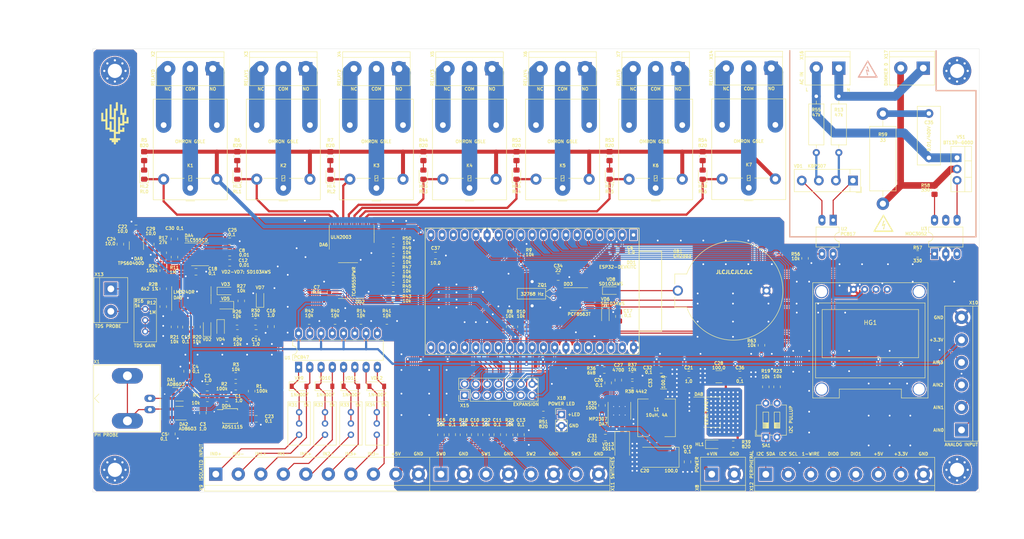
<source format=kicad_pcb>
(kicad_pcb (version 20211014) (generator pcbnew)
  (title_block (title "Greenhouse Hydro") (date "2021-09-20") (rev "F1") (company "UncleRus"))
  (layers (0 "F.Cu" signal) (31 "B.Cu" signal) (34 "B.Paste" user) (35 "F.Paste" user) (36 "B.SilkS" user "B.Silkscreen") (37 "F.SilkS" user "F.Silkscreen") (38 "B.Mask" user) (39 "F.Mask" user) (44 "Edge.Cuts" user))
  (net 0 "")
  (net 1 "GND")
  (net 2 "+5V")
  (net 3 "+3V3")
  (net 4 "/SWOUT")
  (net 5 "~{RST}")
  (net 6 "Net-(C14-Pad1)")
  (net 7 "SW0")
  (net 8 "SW1")
  (net 9 "SW2")
  (net 10 "SW3")
  (net 11 "Net-(C26-Pad1)")
  (net 12 "Net-(C27-Pad2)")
  (net 13 "/RLD0")
  (net 14 "/RLD1")
  (net 15 "/RLD2")
  (net 16 "/RLD3")
  (net 17 "/RLD4")
  (net 18 "/RLD5")
  (net 19 "Net-(DA7-Pad5)")
  (net 20 "IN3-")
  (net 21 "IN0")
  (net 22 "IN2-")
  (net 23 "IN1")
  (net 24 "IN1-")
  (net 25 "IN2")
  (net 26 "IN0-")
  (net 27 "IN3")
  (net 28 "1WIRE")
  (net 29 "GPIO4")
  (net 30 "I2C_SDA0")
  (net 31 "I2C_SCL0")
  (net 32 "SPI_CS")
  (net 33 "SPI_CLK")
  (net 34 "DIO0")
  (net 35 "I2C_SCL1")
  (net 36 "SPI_DC")
  (net 37 "DIO1")
  (net 38 "I2C_SDA1")
  (net 39 "SPI_MOSI")
  (net 40 "AIN3")
  (net 41 "AIN2")
  (net 42 "AIN1")
  (net 43 "AIN0")
  (net 44 "Net-(HL1-Pad2)")
  (net 45 "RLNC0")
  (net 46 "RLCOM0")
  (net 47 "RLNC1")
  (net 48 "RLCOM1")
  (net 49 "RLNC2")
  (net 50 "RLCOM2")
  (net 51 "RLNC3")
  (net 52 "RLCOM3")
  (net 53 "RLNC4")
  (net 54 "RLCOM4")
  (net 55 "RLNC5")
  (net 56 "RLCOM5")
  (net 57 "Net-(C1-Pad2)")
  (net 58 "IN0+")
  (net 59 "IN1+")
  (net 60 "IN2+")
  (net 61 "IN3+")
  (net 62 "Net-(DA3-Pad1)")
  (net 63 "RLNO0")
  (net 64 "RLNO1")
  (net 65 "RLNO2")
  (net 66 "RLNO3")
  (net 67 "RLNO4")
  (net 68 "RLNO5")
  (net 69 "Net-(DA3-Pad5)")
  (net 70 "Net-(DA3-Pad6)")
  (net 71 "Net-(DA3-Pad7)")
  (net 72 "Net-(C2-Pad2)")
  (net 73 "Net-(C8-Pad1)")
  (net 74 "Net-(C12-Pad2)")
  (net 75 "TDS_OUT")
  (net 76 "Net-(C24-Pad1)")
  (net 77 "Net-(C24-Pad2)")
  (net 78 "Net-(C27-Pad1)")
  (net 79 "Net-(C31-Pad2)")
  (net 80 "Net-(C3-Pad1)")
  (net 81 "Net-(DA3-Pad8)")
  (net 82 "Net-(DA3-Pad9)")
  (net 83 "Net-(DA3-Pad13)")
  (net 84 "Net-(DA4-Pad3)")
  (net 85 "RL0")
  (net 86 "RL1")
  (net 87 "RL2")
  (net 88 "RL3")
  (net 89 "RL4")
  (net 90 "RL5")
  (net 91 "Net-(DA7-Pad7)")
  (net 92 "~{GPIOINT}")
  (net 93 "Net-(DA1-Pad1)")
  (net 94 "Net-(DD3-Pad8)")
  (net 95 "Net-(DD3-Pad2)")
  (net 96 "Net-(GB1-Pad1)")
  (net 97 "Net-(DA1-Pad3)")
  (net 98 "Net-(R19-Pad2)")
  (net 99 "Net-(R23-Pad2)")
  (net 100 "Net-(R26-Pad1)")
  (net 101 "TDS_SENSE")
  (net 102 "TDS_DRV")
  (net 103 "Net-(C34-Pad1)")
  (net 104 "Net-(R51-Pad1)")
  (net 105 "-3V3")
  (net 106 "+Vin")
  (net 108 "RL6")
  (net 109 "/RLD6")
  (net 111 "ACL")
  (net 120 "Net-(C35-Pad2)")
  (net 124 "RLCOM6")
  (net 125 "RLNO6")
  (net 126 "RLNC6")
  (net 127 "Net-(R31-Pad2)")
  (net 128 "Net-(R32-Pad2)")
  (net 129 "Net-(R33-Pad2)")
  (net 130 "Net-(R34-Pad2)")
  (net 134 "Net-(R1-Pad1)")
  (net 139 "Net-(HL2-Pad2)")
  (net 140 "Net-(HL3-Pad2)")
  (net 141 "Net-(HL4-Pad2)")
  (net 142 "Net-(HL5-Pad2)")
  (net 143 "Net-(HL6-Pad2)")
  (net 144 "Net-(HL7-Pad2)")
  (net 145 "Net-(HL8-Pad2)")
  (net 146 "GPIO2")
  (net 147 "GPIO0")
  (net 148 "GPIO36")
  (net 149 "DIM0_CTRL")
  (net 150 "DIM_ZC")
  (net 151 "ACN")
  (net 152 "Net-(R13-Pad2)")
  (net 153 "Net-(R55-Pad2)")
  (net 154 "Net-(R57-Pad2)")
  (net 155 "DIM0_OUT")
  (net 156 "Net-(R58-Pad2)")
  (net 157 "Net-(U2-Pad1)")
  (net 158 "Net-(U2-Pad2)")
  (net 159 "Net-(U3-Pad4)")
  (footprint "Capacitor_SMD:C_0805_2012Metric_Pad1.18x1.45mm_HandSolder" (layer "F.Cu") (at 133.6425 123.0745 90)
    (fp_text reference "C9")
    (fp_text value "0,1")
  )
  (footprint "Relay_THT:Relay_SPDT_Omron-G5LE-1" (layer "F.Cu") (at 74.5365 67.444 180)
    (fp_text reference "K1")
    (fp_text value "OMRON G5LE")
  )
  (footprint "Resistor_SMD:R_0805_2012Metric_Pad1.20x1.40mm_HandSolder" (layer "F.Cu") (at 136.1825 123.112 -90)
    (fp_text reference "R18")
    (fp_text value "10k")
  )
  (footprint "Potentiometer_THT:Potentiometer_Bourns_3296W_Vertical" (layer "F.Cu") (at 104.9405 123.096 -90)
    (fp_text reference "R32")
    (fp_text value "5k")
  )
  (footprint "Potentiometer_THT:Potentiometer_Bourns_3296W_Vertical" (layer "F.Cu") (at 116.6245 123.096 -90)
    (fp_text reference "R34")
    (fp_text value "5k")
  )
  (footprint "Diode_SMD:D_SOD-123" (layer "F.Cu") (at 104.9405 112.174)
    (fp_text reference "VD10")
    (fp_text value "1N4007")
  )
  (footprint "Diode_SMD:D_SOD-123" (layer "F.Cu") (at 110.7825 112.174)
    (fp_text reference "VD11")
    (fp_text value "1N4007")
  )
  (footprint "Potentiometer_THT:Potentiometer_Bourns_3296W_Vertical" (layer "F.Cu") (at 110.7825 123.096 -90)
    (fp_text reference "R33")
    (fp_text value "5k")
  )
  (footprint "Diode_SMD:D_SOD-123" (layer "F.Cu") (at 116.6245 112.174)
    (fp_text reference "VD12")
    (fp_text value "1N4007")
  )
  (footprint "Capacitor_SMD:C_0805_2012Metric_Pad1.18x1.45mm_HandSolder" (layer "F.Cu") (at 170.959 81.44 180)
    (fp_text reference "C6")
    (fp_text value "1,0")
  )
  (footprint "Package_TO_SOT_SMD:SOT-223-3_TabPin2" (layer "F.Cu") (at 192.2109 118.02)
    (fp_text reference "DA8")
    (fp_text value "LD1117S33")
  )
  (footprint "greenhouse:BAT_BS-7" (layer "F.Cu") (at 194.5365 90.584 180)
    (fp_text reference "GB1")
    (fp_text value "CR2303")
  )
  (footprint "Capacitor_SMD:C_0805_2012Metric_Pad1.18x1.45mm_HandSolder" (layer "F.Cu") (at 138.7225 123.0745 90)
    (fp_text reference "C10")
    (fp_text value "0,1")
  )
  (footprint "Relay_THT:Relay_SPDT_Omron-G5LE-1" (layer "F.Cu") (at 95.5365 67.444 180)
    (fp_text reference "K2")
    (fp_text value "OMRON G5LE")
  )
  (footprint "Capacitor_SMD:C_0805_2012Metric_Pad1.18x1.45mm_HandSolder" (layer "F.Cu") (at 171.1075 110.777 -90)
    (fp_text reference "C27")
    (fp_text value "4700")
  )
  (footprint "Capacitor_SMD:C_0805_2012Metric_Pad1.18x1.45mm_HandSolder" (layer "F.Cu") (at 168.1865 123.731 180)
    (fp_text reference "C31")
    (fp_text value "0,01")
  )
  (footprint "Capacitor_SMD:C_1210_3225Metric_Pad1.33x2.70mm_HandSolder" (layer "F.Cu") (at 181.306 111.412)
    (fp_text reference "C33")
    (fp_text value "100,0")
  )
  (footprint "Package_SO:HSOP-8-1EP_3.9x4.9mm_P1.27mm_EP2.41x3.1mm_ThermalVias" (layer "F.Cu") (at 171.3579 117.6942 90)
    (fp_text reference "DA7")
    (fp_text value "MP2307")
  )
  (footprint "greenhouse:L_0808" (layer "F.Cu") (at 179.7435 119.286 90)
    (fp_text reference "L1")
    (fp_text value "10uH, 4A")
  )
  (footprint "Resistor_SMD:R_0805_2012Metric_Pad1.20x1.40mm_HandSolder" (layer "F.Cu") (at 167.9485 108.5 180)
    (fp_text reference "R36")
    (fp_text value "6k8")
  )
  (footprint "Resistor_SMD:R_0805_2012Metric_Pad1.20x1.40mm_HandSolder" (layer "F.Cu") (at 174.2665 111.802)
    (fp_text reference "R38")
    (fp_text value "44k2")
  )
  (footprint "Capacitor_SMD:C_0805_2012Metric_Pad1.18x1.45mm_HandSolder" (layer "F.Cu") (at 168.8215 111.3995 90)
    (fp_text reference "C26")
    (fp_text value "0,1")
  )
  (footprint "Resistor_SMD:R_0805_2012Metric_Pad1.20x1.40mm_HandSolder" (layer "F.Cu") (at 167.4245 116.476 90)
    (fp_text reference "R35")
    (fp_text value "100k")
  )
  (footprint "Resistor_SMD:R_0805_2012Metric_Pad1.20x1.40mm_HandSolder" (layer "F.Cu") (at 174.2665 109.761)
    (fp_text reference "R37")
    (fp_text value "10k")
  )
  (footprint "Capacitor_SMD:C_0805_2012Metric_Pad1.18x1.45mm_HandSolder" (layer "F.Cu") (at 83.448 82.0236)
    (fp_text reference "C8")
    (fp_text value "0,01")
  )
  (footprint "Capacitor_SMD:C_0805_2012Metric_Pad1.18x1.45mm_HandSolder" (layer "F.Cu") (at 143.8025 123.0745 90)
    (fp_text reference "C11")
    (fp_text value "0,1")
  )
  (footprint "Capacitor_SMD:C_0805_2012Metric_Pad1.18x1.45mm_HandSolder" (layer "F.Cu") (at 83.448 84.3096 180)
    (fp_text reference "C12")
    (fp_text value "0,01")
  )
  (footprint "Capacitor_SMD:C_0805_2012Metric_Pad1.18x1.45mm_HandSolder" (layer "F.Cu") (at 149.1365 123.0745 90)
    (fp_text reference "C13")
    (fp_text value "0,1")
  )
  (footprint "Capacitor_SMD:C_0805_2012Metric_Pad1.18x1.45mm_HandSolder" (layer "F.Cu") (at 89.4039 100.1192)
    (fp_text reference "C14")
    (fp_text value "1,0")
  )
  (footprint "Capacitor_SMD:C_0805_2012Metric_Pad1.18x1.45mm_HandSolder" (layer "F.Cu") (at 73.5635 98.8091 -90)
    (fp_text reference "C15")
    (fp_text value "0,1")
  )
  (footprint "Capacitor_SMD:C_0805_2012Metric_Pad1.18x1.45mm_HandSolder" (layer "F.Cu") (at 92.7567 98.6968 -90)
    (fp_text reference "C16")
    (fp_text value "1,0")
  )
  (footprint "Capacitor_SMD:C_0805_2012Metric_Pad1.18x1.45mm_HandSolder" (layer "F.Cu") (at 75.828 86.3416)
    (fp_text reference "C18")
    (fp_text value "0,1")
  )
  (footprint "Capacitor_SMD:C_0805_2012Metric_Pad1.18x1.45mm_HandSolder" (layer "F.Cu") (at 62.306 76.5316 180)
    (fp_text reference "C22")
    (fp_text value "10,0")
  )
  (footprint "Capacitor_SMD:C_0805_2012Metric_Pad1.18x1.45mm_HandSolder" (layer "F.Cu") (at 58.7715 80.1091 90)
    (fp_text reference "C24")
    (fp_text value "10,0")
  )
  (footprint "Capacitor_SMD:C_0805_2012Metric_Pad1.18x1.45mm_HandSolder" (layer "F.Cu") (at 65.6295 80.1091 -90)
    (fp_text reference "C29")
    (fp_text value "10,0")
  )
  (footprint "Package_SO:SOIC-14_3.9x8.7mm_P1.27mm" (layer "F.Cu") (at 74.7905 91.6106 90)
    (fp_text reference "DA3")
    (fp_text value "LM324DR")
  )
  (footprint "Package_SO:SOIC-8_3.9x4.9mm_P1.27mm" (layer "F.Cu") (at 76.7575 82.4046)
    (fp_text reference "DA4")
    (fp_text value "TLC555CD")
  )
  (footprint "Package_SO:SOIC-16_3.9x9.9mm_P1.27mm" (layer "F.Cu") (at 110.9565 77.819 90)
    (fp_text reference "DA6")
    (fp_text value "ULN2003")
  )
  (footprint "Package_TO_SOT_SMD:SOT-23-5_HandSoldering" (layer "F.Cu") (at 62.3935 80.4216 -90)
    (fp_text reference "DA9")
    (fp_text value "TPS60400D")
  )
  (footprint "LED_SMD:LED_0805_2012Metric_Pad1.15x1.40mm_HandSolder" (layer "F.Cu") (at 192.6365 125.255)
    (fp_text reference "HL1")
    (fp_text value "POWER" hide)
  )
  (footprint "Relay_THT:Relay_SPDT_Omron-G5LE-1" (layer "F.Cu") (at 116.5365 67.444 180)
    (fp_text reference "K3")
    (fp_text value "OMRON G5LE")
  )
  (footprint "Relay_THT:Relay_SPDT_Omron-G5LE-1" (layer "F.Cu") (at 137.5365 67.444 180)
    (fp_text reference "K4")
    (fp_text value "OMRON G5LE")
  )
  (footprint "Relay_THT:Relay_SPDT_Omron-G5LE-1" (layer "F.Cu") (at 158.5365 67.444 180)
    (fp_text reference "K5")
    (fp_text value "OMRON G5LE")
  )
  (footprint "Relay_THT:Relay_SPDT_Omron-G5LE-1" (layer "F.Cu") (at 179.5365 67.444 180)
    (fp_text reference "K6")
    (fp_text value "OMRON G5LE")
  )
  (footprint "Resistor_SMD:R_0805_2012Metric_Pad1.20x1.40mm_HandSolder" (layer "F.Cu") (at 146.5965 98.728 -90)
    (fp_text reference "R8")
    (fp_text value "10k")
  )
  (footprint "Resistor_SMD:R_0805_2012Metric_Pad1.20x1.40mm_HandSolder" (layer "F.Cu") (at 149.1365 98.728 -90)
    (fp_text reference "R10")
    (fp_text value "10k")
  )
  (footprint "Resistor_SMD:R_0805_2012Metric_Pad1.20x1.40mm_HandSolder" (layer "F.Cu") (at 70.9805 83.0236 -90)
    (fp_text reference "R11")
    (fp_text value "1M")
  )
  (footprint "Resistor_SMD:R_0805_2012Metric_Pad1.20x1.40mm_HandSolder" (layer "F.Cu") (at 68.4405 94.1996 -90)
    (fp_text reference "R12")
    (fp_text value "1M")
  )
  (footprint "Resistor_SMD:R_0805_2012Metric_Pad1.20x1.40mm_HandSolder" (layer "F.Cu") (at 68.4405 82.0396 90)
    (fp_text reference "R17")
    (fp_text value "27k")
  )
  (footprint "Resistor_SMD:R_0805_2012Metric_Pad1.20x1.40mm_HandSolder" (layer "F.Cu") (at 76.0605 98.7716 -90)
    (fp_text reference "R20")
    (fp_text value "10k")
  )
  (footprint "Resistor_SMD:R_0805_2012Metric_Pad1.20x1.40mm_HandSolder" (layer "F.Cu") (at 70.9805 98.7716 -90)
    (fp_text reference "R21")
    (fp_text value "10k")
  )
  (footprint "Resistor_SMD:R_0805_2012Metric_Pad1.20x1.40mm_HandSolder" (layer "F.Cu") (at 146.5965 123.112 -90)
    (fp_text reference "R25")
    (fp_text value "10k")
  )
  (footprint "Resistor_SMD:R_0805_2012Metric_Pad1.20x1.40mm_HandSolder" (layer "F.Cu") (at 86.0511 92.9056 90)
    (fp_text reference "R27")
    (fp_text value "10k")
  )
  (footprint "Resistor_SMD:R_0805_2012Metric_Pad1.20x1.40mm_HandSolder" (layer "F.Cu") (at 85.1875 100.1192 180)
    (fp_text reference "R29")
    (fp_text value "10k")
  )
  (footprint "Resistor_SMD:R_0805_2012Metric_Pad1.20x1.40mm_HandSolder" (layer "F.Cu") (at 89.2515 97.63 180)
    (fp_text reference "R30")
    (fp_text value "10k")
  )
  (footprint "TerminalBlock:TerminalBlock_bornier-3_P5.08mm" (layer "F.Cu") (at 79.6165 40.52 180)
    (fp_text reference "X2")
    (fp_text value "RELAY0")
  )
  (footprint "TerminalBlock:TerminalBlock_bornier-6_P5.08mm" (layer "F.Cu") (at 248.5365 122.02 90)
    (fp_text reference "X10")
    (fp_text value "ANALOG INPUT")
  )
  (footprint "greenhouse:TerminalBlock_bornier-8_P5.08mm" (layer "F.Cu") (at 131.1025 131.986)
    (fp_text reference "X11")
    (fp_text value "SWITCHES")
  )
  (footprint "greenhouse:TerminalBlock_bornier-8_P5.08mm" (layer "F.Cu") (at 204.3815 132.02)
    (fp_text reference "X12")
    (fp_text value "PERIPHERAL")
  )
  (footprint "TerminalBlock:TerminalBlock_bornier-2_P5.08mm" (layer "F.Cu") (at 192.1895 131.986)
    (fp_text reference "X8")
    (fp_text value "POWER")
  )
  (footprint "Connector_PinHeader_2.54mm:PinHeader_2x07_P2.54mm_Vertical" (layer "F.Cu") (at 136.4365 114.206 90)
    (fp_text reference "X15")
    (fp_text value "EXPANSION")
  )
  (footprint "TerminalBlock:TerminalBlock_bornier-2_P5.08mm" (layer "F.Cu") (at 56.6225 90.1856 -90)
    (fp_text reference "X13")
    (fp_text value "TDS PROBE")
  )
  (footprint "Resistor_SMD:R_0805_2012Metric_Pad1.20x1.40mm_HandSolder" (layer "F.Cu") (at 141.2625 123.112 -90)
    (fp_text reference "R22")
    (fp_text value "10k")
  )
  (footprint "Resistor_SMD:R_0805_2012Metric_Pad1.20x1.40mm_HandSolder" (layer "F.Cu") (at 206.9215 112.294 -90)
    (fp_text reference "R23")
    (fp_text value "10k")
  )
  (footprint "Resistor_SMD:R_0805_2012Metric_Pad1.20x1.40mm_HandSolder" (layer "F.Cu") (at 204.3815 112.294 -90)
    (fp_text reference "R19")
    (fp_text value "10k")
  )
  (footprint "Resistor_SMD:R_0805_2012Metric_Pad1.20x1.40mm_HandSolder" (layer "F.Cu") (at 68.4405 90.1676 90)
    (fp_text reference "R28")
    (fp_text value "6k2 1%")
  )
  (footprint "greenhouse:ESP32-DEVKITC" (layer "F.Cu") (at 174.5365 78.02 -90)
    (fp_text reference "DD1")
    (fp_text value "ESP32-DEVKITC")
  )
  (footprint "Capacitor_SMD:C_1210_3225Metric_Pad1.33x2.70mm_HandSolder" (layer "F.Cu") (at 193.7984 110.015 180)
    (fp_text reference "C28")
    (fp_text value "100,0")
  )
  (footprint "Capacitor_SMD:C_0805_2012Metric_Pad1.18x1.45mm_HandSolder" (layer "F.Cu") (at 186.7285 129.2135 -90)
    (fp_text reference "C19")
    (fp_text value "0,1")
  )
  (footprint "Diode_SMD:D_SOD-123" (layer "F.Cu") (at 99.0985 112.174)
    (fp_text reference "VD9")
    (fp_text value "1N4007")
  )
  (footprint "Potentiometer_THT:Potentiometer_Bourns_3296W_Vertical" (layer "F.Cu") (at 99.0985 123.096 -90)
    (fp_text reference "R31")
    (fp_text value "5k")
  )
  (footprint "Capacitor_SMD:C_0805_2012Metric_Pad1.18x1.45mm_HandSolder" (layer "F.Cu") (at 180.781 108.491)
    (fp_text reference "C32")
    (fp_text value "0,1")
  )
  (footprint "greenhouse:gh_logo" (layer "F.Cu") (at 57.5365 52.844)
    (fp_text reference "G***" hide)
    (fp_text value "LOGO" hide)
  )
  (footprint "Diode_SMD:D_SOD-323_HandSoldering" (layer "F.Cu") (at 90.2845 92.4484 90)
    (fp_text reference "VD7")
    (fp_text value "SD103AWS" hide)
  )
  (footprint "Capacitor_SMD:C_0805_2012Metric_Pad1.18x1.45mm_HandSolder" (layer "F.Cu") (at 187.004 109.507)
    (fp_text reference "C21")
    (fp_text value "1,0")
  )
  (footprint "Resistor_SMD:R_0805_2012Metric_Pad1.20x1.40mm_HandSolder" (layer "F.Cu") (at 197.0365 125.255 180)
    (fp_text reference "R39")
    (fp_text value "820")
  )
  (footprint "Diode_SMD:D_SMA" (layer "F.Cu") (at 171.9965 125.763 -90)
    (fp_text reference "VD13")
    (fp_text value "SS14")
  )
  (footprint "Capacitor_SMD:C_0805_2012Metric_Pad1.18x1.45mm_HandSolder" (layer "F.Cu") (at 171.2345 96.4045 90)
    (fp_text reference "C17")
    (fp_text value "0,1")
  )
  (footprint "Package_SO:TSSOP-24_4.4x7.8mm_P0.65mm" (layer "F.Cu") (at 110.136 88.317 180)
    (fp_text reference "DD2")
    (fp_text value "TCA9555PWR")
  )
  (footprint "Package_SO:SOIC-8_3.9x4.9mm_P1.27mm" (layer "F.Cu") (at 162.2795 92.489)
    (fp_text reference "DD3")
    (fp_text value "PCF8563T")
  )
  (footprint "Resistor_SMD:R_0805_2012Metric_Pad1.20x1.40mm_HandSolder" (layer "F.Cu") (at 149.1365 82.44 90)
    (fp_text reference "R9")
    (fp_text value "10k")
  )
  (footprint "Diode_SMD:D_SOD-323_HandSoldering" (layer "F.Cu") (at 78.3465 99.0216 90)
    (fp_text reference "VD2")
    (fp_text value "SD103AWS" hide)
  )
  (footprint "Diode_SMD:D_SOD-323_HandSoldering" (layer "F.Cu") (at 82.4951 90.6704)
    (fp_text reference "VD3")
    (fp_text value "SD103AWS" hide)
  )
  (footprint "Diode_SMD:D_SOD-323_HandSoldering" (layer "F.Cu") (at 81.3945 99.0216 -90)
    (fp_text reference "VD4")
    (fp_text value "SD103AWS" hide)
  )
  (footprint "Diode_SMD:D_SOD-323_HandSoldering" (layer "F.Cu") (at 82.4443 93.8708 180)
    (fp_text reference "VD5")
    (fp_text value "SD103AWS" hide)
  )
  (footprint "greenhouse:TerminalBlock_bornier-10_P5.08mm" (layer "F.Cu") (at 80.3025 131.986)
    (fp_text reference "X9")
    (fp_text value "ISOLATED INPUT")
  )
  (footprint "Capacitor_Tantalum_SMD:CP_EIA-7343-31_Kemet-D_Pad2.25x2.55mm_HandSolder" (layer "F.Cu") (at 180.2265 128.176 180)
    (fp_text reference "C20")
    (fp_text value "100,0")
  )
  (footprint "Resistor_SMD:R_0805_2012Metric_Pad1.20x1.40mm_HandSolder" (layer "F.Cu") (at 68.4405 86.0716 90)
    (fp_text reference "R24")
    (fp_text value "100k")
  )
  (footprint "Crystal:Crystal_DS26_D2.0mm_L6.0mm_Horizontal" (layer "F.Cu") (at 156.5025 90.33 -90)
    (fp_text reference "ZQ1")
    (fp_text value "32768 Hz")
  )
  (footprint "Resistor_SMD:R_0805_2012Metric_Pad1.20x1.40mm_HandSolder" (layer "F.Cu") (at 85.0859 97.63 180)
    (fp_text reference "R26")
    (fp_text value "10k")
  )
  (footprint "Resistor_SMD:R_0805_2012Metric_Pad1.20x1.40mm_HandSolder" (layer "F.Cu") (at 131.1025 123.112 -90)
    (fp_text reference "R15")
    (fp_text value "10k")
  )
  (footprint "Capacitor_SMD:C_0805_2012Metric_Pad1.18x1.45mm_HandSolder" (layer "F.Cu") (at 157.54 87.536)
    (fp_text reference "C34")
    (fp_text value "22")
  )
  (footprint "Diode_SMD:D_SOD-323_HandSoldering" (layer "F.Cu") (at 168.1865 96.152 -90)
    (fp_text reference "VD6")
    (fp_text value "SD103AWS")
  )
  (footprint "Diode_SMD:D_SOD-323_HandSoldering" (layer "F.Cu") (at 169.4365 90.584)
    (fp_text reference "VD8")
    (fp_text value "SD103AWS")
  )
  (footprint "Resistor_SMD:R_0805_2012Metric_Pad1.20x1.40mm_HandSolder" (layer "F.Cu") (at 113.0525 97.442)
    (fp_text reference "R14")
    (fp_text value "10k")
  )
  (footprint "Resistor_SMD:R_0805_2012Metric_Pad1.20x1.40mm_HandSolder" (layer "F.Cu") (at 107.2105 97.442)
    (fp_text reference "R40")
    (fp_text value "10k")
  )
  (footprint "Resistor_SMD:R_0805_2012Metric_Pad1.20x1.40mm_HandSolder" (layer "F.Cu") (at 101.3685 97.442)
    (fp_text reference "R42")
    (fp_text value "10k")
  )
  (footprint "Resistor_SMD:R_0805_2012Metric_Pad1.20x1.40mm_HandSolder" (layer "F.Cu") (at 118.8945 97.442)
    (fp_text reference "R41")
    (fp_text value "10k")
  )
  (footprint "Capacitor_SMD:C_0805_2012Metric_Pad1.18x1.45mm_HandSolder" (layer "F.Cu") (at 104.7335 90.8165 90)
    (fp_text reference "C7")
    (fp_text value "0,1")
  )
  (footprint "Potentiometer_THT:Potentiometer_Bourns_3296W_Vertical" (layer "F.Cu") (at 64.3765 94.7236 90)
    (fp_text reference "R16")
    (fp_text value "5k")
  )
  (footprint "TerminalBlock:TerminalBlock_bornier-3_P5.08mm" (layer "F.Cu") (at 100.6165 40.52 180)
    (fp_text reference "X3")
    (fp_text value "RELAY1")
  )
  (footprint "TerminalBlock:TerminalBlock_bornier-3_P5.08mm" (layer "F.Cu") (at 121.6165 40.52 180)
    (fp_text reference "X4")
    (fp_text value "RELAY2")
  )
  (footprint "TerminalBlock:TerminalBlock_bornier-3_P5.08mm" (layer "F.Cu") (at 142.6165 40.52 180)
    (fp_text reference "X5")
    (fp_text value "RELAY3")
  )
  (footprint "TerminalBlock:TerminalBlock_bornier-3_P5.08mm" (layer "F.Cu") (at 163.6165 40.52 180)
    (fp_text reference "X6")
    (fp_text value "RELAY4")
  )
  (footprint "TerminalBlock:TerminalBlock_bornier-3_P5.08mm" (layer "F.Cu") (at 184.6165 40.52 180)
    (fp_text reference "X7")
    (fp_text value "RELAY5")
  )
  (footprint "Package_DIP:DIP-16_W7.62mm_LongPads" (layer "F.Cu") (at 98.9715 107.856 90)
    (fp_text reference "U1")
    (fp_text value "PC847")
  )
  (footprint "MountingHole:MountingHole_3.2mm_M3_Pad_Via" (layer "F.Cu") (at 247.5365 41.02)
    (fp_text reference "XS3" hide)
    (fp_text value "M3 3.2mm" hide)
  )
  (footprint "LED_SMD:LED_0805_2012Metric_Pad1.15x1.40mm_HandSolder" (layer "F.Cu") (at 64.1365 64.419 90)
    (fp_text reference "HL2")
    (fp_text value "RL0")
  )
  (footprint "Resistor_SMD:R_0805_2012Metric_Pad1.20x1.40mm_HandSolder" (layer "F.Cu") (at 154.2005 118.524 180)
    (fp_text reference "R51")
    (fp_text value "820")
  )
  (footprint "Capacitor_SMD:C_0805_2012Metric_Pad1.18x1.45mm_HandSolder" (layer "F.Cu") (at 83.431 79.4436)
    (fp_text reference "C25")
    (fp_text value "0,1")
  )
  (footprint "Resistor_SMD:R_0805_2012Metric_Pad1.20x1.40mm_HandSolder" (layer "F.Cu") (at 238.6365 82.304)
    (fp_text reference "R57")
    (fp_text value "330")
  )
  (footprint "TerminalBlock:TerminalBlock_bornier-3_P5.08mm" (layer "F.Cu") (at 205.6165 40.394 180)
    (fp_text reference "X14")
    (fp_text value "RELAY6")
  )
  (footprint "Capacitor_SMD:C_0805_2012Metric_Pad1.18x1.45mm_HandSolder" (layer "F.Cu") (at 70.3963 122.9137 -90)
    (fp_text reference "C5")
    (fp_text value "0,1")
  )
  (footprint "TerminalBlock:TerminalBlock_bornier-2_P5.08mm" (layer "F.Cu") (at 239.9065 40.394 180)
    (fp_text reference "X17")
    (fp_text value "DIMMER 0")
  )
  (footprint "LED_SMD:LED_0805_2012Metric_Pad1.15x1.40mm_HandSolder" (layer "F.Cu") (at 148.1365 64.419 90)
    (fp_text reference "HL6")
    (fp_text value "RL4")
  )
  (footprint "Resistor_SMD:R_0805_2012Metric_Pad1.20x1.40mm_HandSolder" (layer "F.Cu") (at 120.3423 87.9514)
    (fp_text reference "R46")
    (fp_text value "10k")
  )
  (footprint "Resistor_SMD:R_0805_2012Metric_Pad1.20x1.40mm_HandSolder" (layer "F.Cu") (at 120.3423 81.4744)
    (fp_text reference "R49")
    (fp_text value "10k")
  )
  (footprint "Resistor_SMD:R_0805_2012Metric_Pad1.20x1.40mm_HandSolder" (layer "F.Cu") (at 169.1365 60.244 -90)
    (fp_text reference "R53")
    (fp_text value "820")
  )
  (footprint "Resistor_SMD:R_0805_2012Metric_Pad1.20x1.40mm_HandSolder" (layer "F.Cu") (at 64.1365 60.244 -90)
    (fp_text reference "R5")
    (fp_text value "820")
  )
  (footprint "Resistor_THT:R_Axial_DIN0309_L9.0mm_D3.2mm_P12.70mm_Horizontal" (layer "F.Cu") (at 220.8565 46.744 -90)
    (fp_text reference "R13")
    (fp_text value "47k")
  )
  (footprint "Resistor_SMD:R_0805_2012Metric_Pad1.20x1.40mm_HandSolder" (layer "F.Cu") (at 120.3423 85.7924)
    (fp_text reference "R47")
    (fp_text value "10k")
  )
  (footprint "greenhouse:electro_danger" (layer "F.Cu") (at 230.9245 75.988)
    (fp_text reference "REF**" hide)
    (fp_text value "electro_danger")
  )
  (footprint "LED_SMD:LED_0805_2012Metric_Pad1.15x1.40mm_HandSolder" (layer "F.Cu") (at 106.1365 64.444 90)
    (fp_text reference "HL4")
    (fp_text value "RL2")
  )
  (footprint "Resistor_THT:R_Axial_DIN0614_L14.3mm_D5.7mm_P20.32mm_Horizontal" (layer "F.Cu") (at 230.7945 50.661 -90)
    (fp_text reference "R59")
    (fp_text value "33")
  )
  (footprint "Resistor_SMD:R_0805_2012Metric_Pad1.20x1.40mm_HandSolder" (layer "F.Cu") (at 120.3423 79.3154)
    (fp_text reference "R50")
    (fp_text value "10k")
  )
  (footprint "Resistor_SMD:R_0805_2012Metric_Pad1.20x1.40mm_HandSolder" (layer "F.Cu") (at 190.1365 60.244 -90)
    (fp_text reference "R54")
    (fp_text value "820")
  )
  (footprint "Resistor_THT:R_Axial_DIN0309_L9.0mm_D3.2mm_P12.70mm_Horizontal" (layer "F.Cu") (at 215.7765 46.744 -90)
    (fp_text reference "R55")
    (fp_text value "47k")
  )
  (footprint "Capacitor_THT:C_Rect_L13.0mm_W5.0mm_P10.00mm_FKS3_FKP3_MKS4" (layer "F.Cu") (at 241.1765 60.621 90)
    (fp_text reference "C35")
    (fp_text value "0,01/400V")
  )
  (footprint "Capacitor_SMD:C_0805_2012Metric_Pad1.18x1.45mm_HandSolder" (layer "F.Cu") (at 70.9635 78.9356 90)
    (fp_text reference "C30")
    (fp_text value "0,1")
  )
  (footprint "LED_SMD:LED_0805_2012Metric_Pad1.15x1.40mm_HandSolder" (layer "F.Cu") (at 127.1365 64.419 90)
    (fp_text reference "HL5")
    (fp_text value "RL3")
  )
  (footprint "Package_DIP:DIP-6_W7.62mm_LongPads" (layer "F.Cu") (at 242.4465 82.304 90)
    (fp_text reference "U3")
    (fp_text value "MOC3052")
  )
  (footprint "Connector_PinHeader_2.54mm:PinHeader_1x02_P2.54mm_Vertical" (layer "F.Cu") (at 158.2805 118.524)
    (fp_text reference "X18")
    (fp_text value "POWER LED")
  )
  (footprint "Resistor_SMD:R_0805_2012Metric_Pad1.20x1.40mm_HandSolder" (layer "F.Cu") (at 120.3423 92.3964)
    (fp_text reference "R43")
    (fp_text value "10k")
  )
  (footprint "Resistor_SMD:R_0805_2012Metric_Pad1.20x1.40mm_HandSolder" (layer "F.Cu") (at 120.3423 83.6334)
    (fp_text reference "R48")
    (fp_text value "10k")
  )
  (footprint "Package_DIP:DIP-4_W7.62mm_LongPads" (layer "F.Cu") (at 219.5865 74.684 -90)
    (fp_text reference "U2")
    (fp_text value "PC817")
  )
  (footprint "Resistor_SMD:R_0805_2012Metric_Pad1.20x1.40mm_HandSolder" (layer "F.Cu") (at 106.1365 60.244 -90)
    (fp_text reference "R7")
    (fp_text value "820")
  )
  (footprint "Capacitor_SMD:C_0805_2012Metric_Pad1.18x1.45mm_HandSolder" (layer "F.Cu") (at 77.3813 118.1717 90)
    (fp_text reference "C3")
    (fp_text value "1,0")
  )
  (footprint "Resistor_SMD:R_0805_2012Metric_Pad1.20x1.40mm_HandSolder" (layer "F.Cu") (at 242.4465 67.861 -90)
    (fp_text reference "R58")
    (fp_text value "330")
  )
  (footprint "Relay_THT:Relay_SPDT_Omron-G5LE-1" (layer "F.Cu") (at 200.5365 67.394 180)
    (fp_text reference "K7")
    (fp_text value "OMRON G5LE")
  )
  (footprint "Package_TO_SOT_SMD:TSOT-23-5_HandSoldering" (layer "F.Cu") (at 72.1063 118.2542 180)
    (fp_text reference "DA2")
    (fp_text value "AD8603")
  )
  (footprint "Connector_Coaxial:BNC_Amphenol_B6252HB-NPP3G-50_Horizontal" (layer "F.Cu") (at 65.4433 114.8912 90)
    (fp_text reference "X1")
    (fp_text value "PH PROBE")
  )
  (footprint "Resistor_SMD:R_0805_2012Metric_Pad1.20x1.40mm_HandSolder" (layer "F.Cu") (at 148.1365 60.244 -90)
    (fp_text reference "R52")
    (fp_text value "820")
  )
  (footprint "Capacitor_SMD:C_0805_2012Metric_Pad1.18x1.45mm_HandSolder" (layer "F.Cu") (at 78.3758 112.4782)
    (fp_text reference "C2")
    (fp_text value "1,0")
  )
  (footprint "MountingHole:MountingHole_3.2mm_M3_Pad_Via" (layer "F.Cu") (at 57.5365 131.02)
    (fp_text reference "XS1" hide)
    (fp_text value "M3 3.2mm" hide)
  )
  (footprint "Resistor_SMD:R_0805_2012Metric_Pad1.20x1.40mm_HandSolder" (layer "F.Cu") (at 127.1365 60.244 -90)
    (fp_text reference "R44")
    (fp_text value "820")
  )
  (footprint "Resistor_SMD:R_0805_2012Metric_Pad1.20x1.40mm_HandSolder" (layer "F.Cu") (at 85.1365 60.244 -90)
    (fp_text reference "R6")
    (fp_text value "820")
  )
  (footprint "Resistor_SMD:R_0805_2012Metric_Pad1.20x1.40mm_HandSolder" (layer "F.Cu") (at 203.4125 102.912 90)
    (fp_text reference "R63")
    (fp_text value "10k")
  )
  (footprint "Resistor_SMD:R_0805_2012Metric_Pad1.20x1.40mm_HandSolder" (layer "F.Cu") (at 84.801 109.8454 180)
    (fp_text reference "R3")
    (fp_text value "10k")
  )
  (footprint "greenhouse:SSD1306_0.96_Oled" (layer "F.Cu") (at 214.9715 114.801)
    (fp_text reference "HG1")
    (fp_text value "SSD1306_I2C")
  )
  (footprint "LED_SMD:LED_0805_2012Metric_Pad1.15x1.40mm_HandSolder" (layer "F.Cu") (at 85.1365 64.419 90)
    (fp_text reference "HL3")
    (fp_text value "RL1")
  )
  (footprint "Resistor_SMD:R_0805_2012Metric_Pad1.20x1.40mm_HandSolder" (layer "F.Cu") (at 78.4133 114.8912)
    (fp_text reference "R4")
    (fp_text value "10k")
  )
  (footprint "Resistor_SMD:R_0805_2012Metric_Pad1.20x1.40mm_HandSolder" (layer "F.Cu") (at 84.801 112.2584)
    (fp_text reference "R2")
    (fp_text value "100k")
  )
  (footprint "Capacitor_SMD:C_0805_2012Metric_Pad1.18x1.45mm_HandSolder" (layer "F.Cu") (at 198.547 109.507)
    (fp_text reference "C36")
    (fp_text value "0,1")
  )
  (footprint "Package_SO:MSOP-10_3x3mm_P0.5mm" (layer "F.Cu") (at 83.546207 118.893607)
    (fp_text reference "DD4")
    (fp_text value "ADS1115")
  )
  (footprint "Resistor_SMD:R_0805_2012Metric_Pad1.20x1.40mm_HandSolder" (layer "F.Cu") (at 120.3423 90.1104)
    (fp_text reference "R45")
    (fp_text value "10k")
  )
  (footprint "TerminalBlock:TerminalBlock_bornier-2_P5.08mm" (layer "F.Cu") (at 220.8565 40.394 180)
    (fp_text reference "X16")
    (fp_text value "AC IN")
  )
  (footprint "Capacitor_SMD:C_0805_2012Metric_Pad1.18x1.45mm_HandSolder" (layer "F.Cu") (at 73.8253 108.7737 90)
    (fp_text reference "C4")
    (fp_text value "0,1")
  )
  (footprint "Resistor_SMD:R_0805_2012Metric_Pad1.20x1.40mm_HandSolder" (layer "F.Cu") (at 213.2365 83.304 -90)
    (fp_text reference "R56")
    (fp_text value "10k")
  )
  (footprint "Diode_THT:Diode_Bridge_Vishay_KBPM" (layer "F.Cu") (at 224.049 65.7565 180)
    (fp_text reference "VD1")
    (fp_text value "KBP307")
  )
  (footprint "Package_TO_SOT_THT:TO-220-3_Vertical" (layer "F.Cu") (at 247.5265 60.621 -90)
    (fp_text reference "VS1")
    (fp_text value "BT139-600D")
  )
  (footprint "MountingHole:MountingHole_3.2mm_M3_Pad_Via" (layer "F.Cu") (at 57.5365 41.02)
    (fp_text reference "XS2" hide)
    (fp_text value "M3 3.2mm" hide)
  )
  (footprint "Button_Switch_THT:SW_DIP_SPSTx02_Slide_6.7x6.64mm_W7.62mm_P2.54mm_LowProfile" (layer "F.Cu") (at 204.3815 123.613 90)
    (fp_text reference "SA1")
    (fp_text value "I2C PULLUP")
  )
  (footprint "Resistor_SMD:R_0805_2012Metric_Pad1.20x1.40mm_HandSolder" (layer "F.Cu") (at 88.3918 113.2584 -90)
    (fp_text reference "R1")
    (fp_text value "100k")
  )
  (footprint "Capacitor_SMD:C_0805_2012Metric_Pad1.18x1.45mm_HandSolder" (layer "F.Cu") (at 89.409707 119.503207 180)
    (fp_text reference "C23")
    (fp_text value "0,1")
  )
  (footprint "LED_SMD:LED_0805_2012Metric_Pad1.15x1.40mm_HandSolder" (layer "F.Cu") (at 169.1365 64.419 90)
    (fp_text reference "HL7")
    (fp_text value "RL5")
  )
  (footprint "MountingHole:MountingHole_3.2mm_M3_Pad_Via" (layer "F.Cu") (at 247.5365 131.02)
    (fp_text reference "XS4" hide)
    (fp_text value "M3 3.2mm" hide)
  )
  (footprint "Capacitor_SMD:C_0805_2012Metric_Pad1.18x1.45mm_HandSolder" (layer "F.Cu") (at 129.8737 82.6682)
    (fp_text reference "C37")
    (fp_text value "10,0")
  )
  (footprint "Package_TO_SOT_SMD:TSOT-23-5_HandSoldering" (layer "F.Cu") (at 72.1063 113.9412)
    (fp_text reference "DA1")
    (fp_text value "AD8603")
  )
  (footprint "Capacitor_SMD:C_0805_2012Metric_Pad1.18x1.45mm_HandSolder" (layer "F.Cu") (at 82.7745 114.8492 180)
    (fp_text reference "C1")
    (fp_text value "1,0")
  )
  (footprint "LED_SMD:LED_0805_2012Metric_Pad1.15x1.40mm_HandSolder" (layer "F.Cu") (at 190.1365 64.419 90)
    (fp_text reference "HL8")
    (fp_text value "RL6")
  )
  (footprint "greenhouse:electro_danger" (layer "B.Cu") (at 227.3685 41.19 180)
    (fp_text reference "REF**" hide)
    (fp_text value "electro_danger")
  )
  (gr_line (start 251.7945 78.461) (end 209.7945 78.461) (layer "B.SilkS") (width 0.3))
  (gr_line (start 242.7945 36.461) (end 242.7945 45.461) (layer "B.SilkS") (width 0.3))
  (gr_line (start 251.7945 45.461) (end 251.7945 78.461) (layer "B.SilkS") (width 0.3))
  (gr_line (start 209.7945 78.461) (end 209.7945 36.461) (layer "B.SilkS") (width 0.3))
  (gr_line (start 242.7945 45.461) (end 251.7945 45.461) (layer "B.SilkS") (width 0.3))
  (gr_line (start 212.2205 78.461) (end 209.7945 78.461) (layer "F.SilkS") (width 0.3))
  (gr_line (start 251.7945 78.461) (end 212.2205 78.461) (layer "F.SilkS") (width 0.3))
  (gr_line (start 251.7945 45.461) (end 242.7945 45.461) (layer "F.SilkS") (width 0.3))
  (gr_line (start 209.7945 78.461) (end 209.7945 36.461) (layer "F.SilkS") (width 0.3))
  (gr_line (start 242.7945 45.461) (end 242.7945 36.584) (layer "F.SilkS") (width 0.3))
  (gr_line (start 251.7945 78.461) (end 251.7945 45.461) (layer "F.SilkS") (width 0.3))
  (gr_rect (start 52.5365 36.02) (end 252.5365 136.02) (layer "Edge.Cuts") (width 0.05) (fill none))
  (gr_text "REV. DEV4.0" (at 68.6401 134.1148) (layer "F.Cu") (effects (font (size 1 1) (thickness 0.2))))
  (gr_text "JLCJLCJLCJLC" (at 197.2695 86.402) (layer "F.SilkS") (effects (font (size 0.8 0.8) (thickness 0.2))))
  (gr_text "VD2-VD7: SD103AWS" (at 87.1725 86.3656) (layer "F.SilkS") (effects (font (size 0.7 0.7))))
  (segment (start 79.959 117.8972) (end 81.342614 117.8972) (width 0.25) (layer "F.Cu") (net 1))
  (segment (start 68.7859 113.9412) (end 70.3963 113.9412) (width 0.25) (layer "F.Cu") (net 1))
  (segment (start 73.5205 87.3576) (end 73.5205 89.1356) (width 0.5) (layer "F.Cu") (net 1))
  (segment (start 75.4661 118.2542) (end 75.4763 118.244) (width 0.25) (layer "F.Cu") (net 1))
  (segment (start 92.3718 100.1192) (end 92.7567 99.7343) (width 0.5) (layer "F.Cu") (net 1))
  (segment (start 90.4414 100.1192) (end 92.3718 100.1192) (width 0.5) (layer "F.Cu") (net 1))
  (segment (start 73.5205 92.7706) (end 73.5205 94.0856) (width 0.5) (layer "F.Cu") (net 1))
  (segment (start 79.959 118.455422) (end 79.959 117.8972) (width 0.25) (layer "F.Cu") (net 1))
  (segment (start 81.346207 118.893607) (end 80.397185 118.893607) (width 0.25) (layer "F.Cu") (net 1))
  (segment (start 74.0115 92.2421) (end 74.0115 92.2796) (width 0.5) (layer "F.Cu") (net 1))
  (segment (start 74.0115 92.2796) (end 73.5205 92.7706) (width 0.5) (layer "F.Cu") (net 1))
  (segment (start 73.8163 118.2542) (end 75.4661 118.2542) (width 0.25) (layer "F.Cu") (net 1))
  (segment (start 76.0605 90.7866) (end 76.0605 89.1356) (width 0.5) (layer "F.Cu") (net 1))
  (segment (start 68.7707 113.926) (end 68.7859 113.9412) (width 0.25) (layer "F.Cu") (net 1))
  (segment (start 83.812 114.8492) (end 83.812 112.2694) (width 0.5) (layer "F.Cu") (net 1))
  (segment (start 80.397185 118.893607) (end 79.959 118.455422) (width 0.25) (layer "F.Cu") (net 1))
  (via (at 160.0585 87.536) (size 0.8) (drill 0.4) (layers "F.Cu" "B.Cu") (net 1))
  (via (at 169.9645 95.419) (size 0.8) (drill 0.4) (layers "F.Cu" "B.Cu") (net 1))
  (via (at 190.6655 110.269) (size 0.8) (drill 0.4) (layers "F.Cu" "B.Cu") (net 1))
  (via (at 190.6655 111.285) (size 0.8) (drill 0.4) (layers "F.Cu" "B.Cu") (net 1))
  (via (at 189.6495 104.844) (size 0.8) (drill 0.4) (layers "F.Cu" "B.Cu") (net 1))
  (via (at 201.0795 104.844) (size 0.8) (drill 0.4) (layers "F.Cu" "B.Cu") (net 1))
  (via (at 195.3645 84.624) (size 0.8) (drill 0.4) (layers "F.Cu" "B.Cu") (net 1))
  (via (at 190.2845 84.624) (size 0.8) (drill 0.4) (layers "F.Cu" "B.Cu") (net 1))
  (via (at 104.7335 88.552) (size 0.8) (drill 0.4) (layers "F.Cu" "B.Cu") (net 1))
  (via (at 130.6 94.4) (size 0.8) (drill 0.4) (layers "F.Cu" "B.Cu") (net 1))
  (via (at 205.7365 104.844) (size 0.8) (drill 0.4) (layers "F.Cu" "B.Cu") (net 1))
  (via (at 205.7785 108.246) (size 0.8) (drill 0.4) (layers "F.Cu" "B.Cu") (net 1))
  (via (at 78.1335 86.3016) (size 0.8) (drill 0.4) (layers "F.Cu" "B.Cu") (net 1))
  (via (at 134.6 89.193) (size 0.8) (drill 0.4) (layers "F.Cu" "B.Cu") (net 1))
  (via (at 68.4405 98.5336) (size 0.8) (drill 0.4) (layers "F.Cu" "B.Cu") (net 1))
  (via (at 68.4405 100.8196) (size 0.8) (drill 0.4) (layers "F.Cu" "B.Cu") (net 1))
  (via (at 150.9145 122.08) (size 0.8) (drill 0.4) (layers "F.Cu" "B.Cu") (net 1))
  (via (at 150.9145 125.382) (size 0.8) (drill 0.4) (layers "F.Cu" "B.Cu") (net 1))
  (via (at 156.1177 111.62) (size 0.8) (drill 0.4) (layers "F.Cu" "B.Cu") (net 1))
  (via (at 189.0145 97.578) (size 0.8) (drill 0.4) (layers "F.Cu" "B.Cu") (net 1))
  (via (at 204.9815 97.578) (size 0.8) (drill 0.4) (layers "F.Cu" "B.Cu") (net 1))
  (via (at 180.5055 104.844) (size 0.8) (drill 0.4) (layers "F.Cu" "B.Cu") (net 1))
  (via (at 161.5365 99.982) (size 0.8) (drill 0.4) (layers "F.Cu" "B.Cu") (net 1))
  (via (at 130.6 90.9075) (size 0.8) (drill 0.4) (layers "F.Cu" "B.Cu") (net 1))
  (via (at 140.564 90.9015) (size 0.8) (drill 0.4) (layers "F.Cu" "B.Cu") (net 1))
  (via (at 76.0605 90.7866) (size 0.8) (drill 0.4) (layers "F.Cu" "B.Cu") (net 1))
  (via (at 122.1869 104.9344) (size 0.8) (drill 0.4) (layers "F.Cu" "B.Cu") (net 1))
  (via (at 196.9805 97.569) (size 0.8) (drill 0.4) (layers "F.Cu" "B.Cu") (net 1))
  (via (at 122.1869 108.491) (size 0.8) (drill 0.4) (layers "F.Cu" "B.Cu") (net 1))
  (via (at 144.0565 94.14) (size 0.8) (drill 0.4) (layers "F.Cu" "B.Cu") (net 1))
  (via (at 61.4385 83.2626) (size 0.8) (drill 0.4) (layers "F.Cu" "B.Cu") (net 1))
  (via (at 73.584 101.2006) (size 0.8) (drill 0.4) (layers "F.Cu" "B.Cu") (net 1))
  (via (at 190.6655 108.237) (size 0.8) (drill 0.4) (layers "F.Cu" "B.Cu") (net 1))
  (via (at 189.6495 109.253) (size 0.8) (drill 0.4) (layers "F.Cu" "B.Cu") (net 1))
  (via (at 189.6495 110.269) (size 0.8) (drill 0.4) (layers "F.Cu" "B.Cu") (net 1))
  (via (at 189.6495 111.285) (size 0.8) (drill 0.4) (layers "F.Cu" "B.Cu") (net 1))
  (via (at 189.6495 108.237) (size 0.8) (drill 0.4) (layers "F.Cu" "B.Cu") (net 1))
  (via (at 103.6705 97.442) (size 0.8) (drill 0.4) (layers "F.Cu" "B.Cu") (net 1))
  (via (at 109.5125 97.442) (size 0.8) (drill 0.4) (layers "F.Cu" "B.Cu") (net 1))
  (via (at 115.3545 97.442) (size 0.8) (drill 0.4) (layers "F.Cu" "B.Cu") (net 1))
  (via (at 121.1965 97.442) (size 0.8) (drill 0.4) (layers "F.Cu" "B.Cu") (net 1))
  (via (at 227.5875 111.548) (size 0.8) (drill 0.4) (layers "F.Cu" "B.Cu") (net 1))
  (via (at 182.2835 113.444) (size 0.8) (drill 0.4) (layers "F.Cu" "B.Cu") (net 1))
  (via (at 130.0609 104.8032) (size 0.8) (drill 0.4) (layers "F.Cu" "B.Cu") (net 1))
  (via (at 227.5875 125.518) (size 0.8) (drill 0.4) (layers "F.Cu" "B.Cu") (net 1))
  (via (at 221.0185 89.45) (size 0.8) (drill 0.4) (layers "F.Cu" "B.Cu") (net 1))
  (via (at 202.0815 108.999) (size 0.8) (drill 0.4) (layers "F.Cu" "B.Cu") (net 1))
  (via (at 132.2105 82.6682) (size 0.8) (drill 0.4) (layers "F.Cu" "B.Cu") (net 1))
  (via (at 223.1775 108.754) (size 0.8) (drill 0.4) (layers "F.Cu" "B.Cu") (net 1))
  (via (at 214.1605 88.561) (size 0.8) (drill 0.4) (layers "F.Cu" "B.Cu") (net 1))
  (via (at 147.8665 100.998) (size 0.8) (drill 0.4) (layers "F.Cu" "B.Cu") (net 1))
  (via (at 187.1365 116.736) (size 0.8) (drill 0.4) (layers "F.Cu" "B.Cu") (net 1))
  (via (at 174.2825 128.176) (size 0.8) (drill 0.4) (layers "F.Cu" "B.Cu") (net 1))
  (via (at 92.9515 105.036) (size 0.8) (drill 0.4) (layers "F.Cu" "B.Cu") (net 1))
  (via (at 128.4355 113.825) (size 0.8) (drill 0.4) (layers "F.Cu" "B.Cu") (net 1))
  (via (at 175.2985 126.144) (size 0.8) (drill 0.4) (layers "F.Cu" "B.Cu") (net 1))
  (via (at 183.2995 113.444) (size 0.8) (drill 0.4) (layers "F.Cu" "B.Cu") (net 1))
  (via (at 146.5201 94.14) (size 0.8) (drill 0.4) (layers "F.Cu" "B.Cu") (net 1))
  (via (at 165.7365 104.844) (size 0.8) (drill 0.4) (layers "F.Cu" "B.Cu") (net 1))
  (via (at 176.5685 109.77) (size 0.8) (drill 0.4) (layers "F.Cu" "B.Cu") (net 1))
  (via (at 76.1875 102.623) (size 0.8) (drill 0.4) (layers "F.Cu" "B.Cu") (net 1))
  (via (at 174.2825 126.144) (size 0.8) (drill 0.4) (layers "F.Cu" "B.Cu") (net 1))
  (via (at 182.2835 114.46) (size 0.8) (drill 0.4) (layers "F.Cu" "B.Cu") (net 1))
  (via (at 196.9805 91.228) (size 0.8) (drill 0.4) (layers "F.Cu" "B.Cu") (net 1))
  (via (at 136.4365 97.696) (size 0.8) (drill 0.4) (layers "F.Cu" "B.Cu") (net 1))
  (via (at 115.4053 82.1094) (size 0.8) (drill 0.4) (layers "F.Cu" "B.Cu") (net 1))
  (via (at 158.0265 94.394) (size 0.8) (drill 0.4) (layers "F.Cu" "B.Cu") (net 1))
  (via (at 232.3215 111.548) (size 0.8) (drill 0.4) (layers "F.Cu" "B.Cu") (net 1))
  (via (at 77.2545 111.04) (size 0.8) (drill 0.4) (layers "F.Cu" "B.Cu") (net 1))
  (via (at 185.2045 79.29) (size 0.8) (drill 0.4) (layers "F.Cu" "B.Cu") (net 1))
  (via (at 236.2585 111.548) (size 0.8) (drill 0.4) (layers "F.Cu" "B.Cu") (net 1))
  (via (at 227.5875 118.787) (size 0.8) (drill 0.4) (layers "F.Cu" "B.Cu") (net 1))
  (via (at 174.2825 127.16) (size 0.8) (drill 0.4) (layers "F.Cu" "B.Cu") (net 1))
  (via (at 232.3215 118.787) (size 0.8) (drill 0.4) (layers "F.Cu" "B.Cu") (net 1))
  (via (at 232.3215 125.518) (size 0.8) (drill 0.4) (layers "F.Cu" "B.Cu") (net 1))
  (via (at 214.1605 117.898) (size 0.8) (drill 0.4) (layers "F.Cu" "B.Cu") (net 1))
  (via (at 96.5365 87.02) (size 0.8) (drill 0.4) (layers "F.Cu" "B.Cu") (net 1))
  (via (at 175.2985 128.176) (size 0.8) (drill 0.4) (layers "F.Cu" "B.Cu") (net 1))
  (via (at 184.3155 113.444) (size 0.8) (drill 0.4) (layers "F.Cu" "B.Cu") (net 1))
  (via (at 132.3725 113.825) (size 0.8) (drill 0.4) (layers "F.Cu" "B.Cu") (net 1))
  (via (at 73.5205 87.3576) (size 0.8) (drill 0.4) (layers "F.Cu" "B.Cu") (net 1))
  (via (at 236.9855 125.518) (size 0.8) (drill 0.4) (layers "F.Cu" "B.Cu") (net 1))
  (via (at 205.7435 84.624) (size 0.8) (drill 0.4) (layers "F.Cu" "B.Cu") (net 1))
  (via (at 189.0145 93.514) (size 0.8) (drill 0.4) (layers "F.Cu" "B.Cu") (net 1))
  (via (at 214.1605 113.199) (size 0.8) (drill 0.4) (layers "F.Cu" "B.Cu") (net 1))
  (via (at 200.4445 84.624) (size 0.8) (drill 0.4) (layers "F.Cu" "B.Cu") (net 1))
  (via (at 189.0145 91.228) (size 0.8) (drill 0.4) (layers "F.Cu" "B.Cu") (net 1))
  (via (at 211.3665 88.561) (size 0.8) (drill 0.4) (layers "F.Cu" "B.Cu") (net 1))
  (via (at 187.7445 131.478) (size 0.8) (drill 0.4) (layers "F.Cu" "B.Cu") (net 1))
  (via (at 88.7435 91.1784) (size 0.8) (drill 0.4) (layers "F.Cu" "B.Cu") (net 1))
  (via (at 94.2725 85.132) (size 0.8) (drill 0.4) (layers "F.Cu" "B.Cu") (net 1))
  (via (at 151.6625 88.552) (size 1.2) (drill 0.7) (layers "F.Cu" "B.Cu") (net 1))
  (via (at 128.4355 118.651) (size 0.8) (drill 0.4) (layers "F.Cu" "B.Cu") (net 1))
  (via (at 184.3155 111.412) (size 0.8) (drill 0.4) (layers "F.Cu" "B.Cu") (net 1))
  (via (at 91.5375 100.1192) (size 0.8) (drill 0.4) (layers "F.Cu" "B.Cu") (net 1))
  (via (at 195.3645 79.29) (size 0.8) (drill 0.4) (layers "F.Cu" "B.Cu") (net 1))
  (via (at 174.2825 130.208) (size 0.8) (drill 0.4) (layers "F.Cu" "B.Cu") (net 1))
  (via (at 98.5365 81.02) (size 0.8) (drill 0.4) (layers "F.Cu" "B.Cu") (net 1))
  (via (at 165.7365 100.88) (size 0.8) (drill 0.4) (layers "F.Cu" "B.Cu") (net 1))
  (via (at 196.9805 93.514) (size 0.8) (drill 0.4) (layers "F.Cu" "B.Cu") (net 1))
  (via (at 190.2845 79.29) (size 0.8) (drill 0.4) (layers "F.Cu" "B.Cu") (net 1))
  (via (at 202.0815 110.015) (size 0.8) (drill 0.4) (layers "F.Cu" "B.Cu") (net 1))
  (via (at 65.6295 82.5006) (size 0.8) (drill 0.4) (layers "F.Cu" "B.Cu") (net 1))
  (via (at 200.4445 79.29) (size 0.8) (drill 0.4) (layers "F.Cu" "B.Cu") (net 1))
  (via (at 187.1365 113.688) (size 0.8) (drill 0.4) (layers "F.Cu" "B.Cu") (net 1))
  (via (at 214.1605 104.182) (size 0.8) (drill 0.4) (layers "F.Cu" "B.Cu") (net 1))
  (via (at 243.5945 103.961) (size 0.8) (drill 0.4) (layers "F.Cu" "B.Cu") (net 1))
  (via (at 138.9765 97.696) (size 0.8) (drill 0.4) (layers "F.Cu" "B.Cu") (net 1))
  (via (at 190.6655 109.253) (size 0.8) (drill 0.4) (layers "F.Cu" "B.Cu") (net 1))
  (via (at 196.9805 101.007) (size 0.8) (drill 0.4) (layers "F.Cu" "B.Cu") (net 1))
  (via (at 85.6955 79.4436) (size 0.8) (drill 0.4) (layers "F.Cu" "B.Cu") (net 1))
  (via (at 122.1869 113.825) (size 0.8) (drill 0.4) (layers "F.Cu" "B.Cu") (net 1))
  (via (at 109.5125 94.53) (size 0.8) (drill 0.4) (layers "F.Cu" "B.Cu") (net 1))
  (via (at 187.1365 117.72) (size 0.8) (drill 0.4) (layers "F.Cu" "B.Cu") (net 1))
  (via (at 61.2861 75.0076) (size 0.8) (drill 0.4) (layers "F.Cu" "B.Cu") (net 1))
  (via (at 184.3155 108.364) (size 0.8) (drill 0.4) (layers "F.Cu" "B.Cu") (net 1))
  (via (at 211.9665 129.455) (size 0.8) (drill 0.4) (layers "F.Cu" "B.Cu") (net 1))
  (via (at 214.6685 84.37) (size 0.8) (drill 0.4) (layers "F.Cu" "B.Cu") (net 1))
  (via (at 186.7285 131.478) (size 0.8) (drill 0.4) (layers "F.Cu" "B.Cu") (net 1))
  (via (at 114.7775 90.838) (size 0.8) (drill 0.4) (layers "F.Cu" "B.Cu") (net 1))
  (via (at 214.1605 122.597) (size 0.8) (drill 0.4) (layers "F.Cu" "B.Cu") (net 1))
  (via (at 92.9515 102.623) (size 0.8) (drill 0.4) (layers "F.Cu" "B.Cu") (net 1))
  (via (at 184.3155 112.428) (size 0.8) (drill 0.4) (layers "F.Cu" "B.Cu") (net 1))
  (via (at 75.4763 118.244) (size 0.6) (drill 0.3) (layers "F.Cu" "B.Cu") (net 1))
  (via (at 179.9975 79.29) (size 0.8) (drill 0.4) (layers "F.Cu" "B.Cu") (net 1))
  (via (at 112.9885 83.645) (size 0.8) (drill 0.4) (layers "F.Cu" "B.Cu") (net 1))
  (via (at 120.2565 74.8608) (size 0.8) (drill 0.4) (layers "F.Cu" "B.Cu") (net 1))
  (via (at 81.7755 105.036) (size 0.8) (drill 0.4) (layers "F.Cu" "B.Cu") (net 1))
  (via (at 187.1365 114.704) (size 0.8) (drill 0.4) (layers "F.Cu" "B.Cu") (net 1))
  (via (at 236.9855 118.787) (size 0.8) (drill 0.4) (layers "F.Cu" "B.Cu") (net 1))
  (via (at 151.6625 94.013) (size 1.2) (drill 0.7) (layers "F.Cu" "B.Cu") (net 1))
  (via (at 231.9405 84.624) (size 0.8) (drill 0.4) (layers "F.Cu" "B.Cu") (net 1))
  (via (at 183.2995 108.364) (size 0.8) (drill 0.4) (layers "F.Cu" "B.Cu") (net 1))
  (via (at 68.4405 96.3436) (size 0.8) (drill 0.4) (layers "F.Cu" "B.Cu") (net 1))
  (via (at 134.6 90.971) (size 0.8) (drill 0.4) (layers "F.Cu" "B.Cu") (net 1))
  (via (at 130.6 89.193) (size 0.8) (drill 0.4) (layers "F.Cu" "B.Cu") (net 1))
  (via (at 170.7265 79.544) (size 0.8) (drill 0.4) (layers "F.Cu" "B.Cu") (net 1))
  (via (at 185.7125 131.478) (size 0.8) (drill 0.4) (layers "F.Cu" "B.Cu") (net 1))
  (via (at 216.1925 95.546) (size 0.8) (drill 0.4) (layers "F.Cu" "B.Cu") (net 1))
  (via (at 128.4355 108.491) (size 0.8) (drill 0.4) (layers "F.Cu" "B.Cu") (net 1))
  (via (at 184.3155 110.396) (size 0.8) (drill 0.4) (layers "F.Cu" "B.Cu") (net 1))
  (via (at 96.5293 94.2368) (size 0.8) (drill 0.4) (layers "F.Cu" "B.Cu") (net 1))
  (via (at 201.0655 110.015) (size 0.8) (drill 0.4) (layers "F.Cu" "B.Cu") (net 1))
  (via (at 93.5365 90.02) (size 0.8) (drill 0.4) (layers "F.Cu" "B.Cu") (net 1))
  (via (at 71.7171 123.9336) (size 0.8) (drill 0.4) (layers "F.Cu" "B.Cu") (net 1))
  (via (at 83.8198 113.5284) (size 0.8) (drill 0.4) (layers "F.Cu" "B.Cu") (net 1))
  (via (at 159.2965 108.1052) (size 0.8) (drill 0.4) (layers "F.Cu" "B.Cu") (net 1))
  (via (at 201.0655 108.999) (size 0.8) (drill 0.4) (layers "F.Cu" "B.Cu") (net 1))
  (via (at 123.2537 74.8608) (size 0.8) (drill 0.4) (layers "F.Cu" "B.Cu") (net 1))
  (via (at 87.3635 105.036) (size 0.8) (drill 0.4) (layers "F.Cu" "B.Cu") (net 1))
  (via (at 175.2985 131.224) (size 0.8) (drill 0.4) (layers "F.Cu" "B.Cu") (net 1))
  (via (at 216.1925 93.514) (size 0.8) (drill 0.4) (layers "F.Cu" "B.Cu") (net 1))
  (via (at 132.3725 108.491) (size 0.8) (drill 0.4) (layers "F.Cu" "B.Cu") (net 1))
  (via (at 237.5285 84.624) (size 0.8) (drill 0.4) (layers "F.Cu" "B.Cu") (net 1))
  (via (at 100.5365 83.02) (size 0.8) (drill 0.4) (layers "F.Cu" "B.Cu") (net 1))
  (via (at 76.1875 105.036) (size 0.8) (drill 0.4) (layers "F.Cu" "B.Cu") (net 1))
  (via (at 214.1605 108.881) (size 0.8) (drill 0.4) (layers "F.Cu" "B.Cu") (net 1))
  (via (at 124.9809 79.2296) (size 0.8) (drill 0.4) (layers "F.Cu" "B.Cu") (net 1))
  (via (at 87.3635 102.623) (size 0.8) (drill 0.4) (layers "F.Cu" "B.Cu") (net 1))
  (via (at 81.7755 102.623) (size 0.8) (drill 0.4) (layers "F.Cu" "B.Cu") (net 1))
  (via (at 74.0115 92.2421) (size 0.8) (drill 0.4) (layers "F.Cu" "B.Cu") (net 1))
  (via (at 184.3155 109.38) (size 0.8) (drill 0.4) (layers "F.Cu" "B.Cu") (net 1))
  (via (at 210.5695 104.182) (size 0.8) (drill 0.4) (layers "F.Cu" "B.Cu") (net 1))
  (via (at 174.2825 125.119) (size 0.8) (drill 0.4) (layers "F.Cu" "B.Cu") (net 1))
  (via (at 142.7865 95.918) (size 0.8) (drill 0.4) (layers "F.Cu" "B.Cu") (net 1))
  (via (at 211.3665 95.546) (size 0.8) (drill 0.4) (layers "F.Cu" "B.Cu") (net 1))
  (via (at 211.3315 93.514) (size 0.8) (drill 0.4) (layers "F.Cu" "B.Cu") (net 1))
  (via (at 210.5695 108.881) (size 0.8) (drill 0.4) (layers "F.Cu" "B.Cu") (net 1))
  (via (at 183.2995 114.46) (size 0.8) (drill 0.4) (layers "F.Cu" "B.Cu") (net 1))
  (via (at 174.5365 119.604) (size 0.8) (drill 0.4) (layers "F.Cu" "B.Cu") (net 1))
  (via (at 72.3267 107.7284) (size 0.8) (drill 0.4) (layers "F.Cu" "B.Cu") (net 1))
  (via (at 188.9795 101.007) (size 0.8) (drill 0.4) (layers "F.Cu" "B.Cu") (net 1))
  (via (at 73.4445 105.036) (size 0.8) (drill 0.4) (layers "F.Cu" "B.Cu") (net 1))
  (via (at 130.6 92.622) (size 0.8) (drill 0.4) (layers "F.Cu" "B.Cu") (net 1))
  (via (at 79.959 117.8972) (size 0.6) (drill 0.3) (layers "F.Cu" "B.Cu") (net 1))
  (via (at 175.2985 125.119) (size 0.8) (drill 0.4) (layers "F.Cu" "B.Cu") (net 1))
  (via (at 204.9815 93.514) (size 0.8) (drill 0.4) (layers "F.Cu" "B.Cu") (net 1))
  (via (at 225.5905 89.196) (size 0.8) (drill 0.4) (layers "F.Cu" "B.Cu") (net 1))
  (via (at 90.455007 120.824007) (size 0.8) (drill 0.4) (layers "F.Cu" "B.Cu") (net 1))
  (via (at 134.614 92.622) (size 0.8) (drill 0.4) (layers "F.Cu" "B.Cu") (net 1))
  (via (at 221.0185 84.624) (size 0.8) (drill 0.4) (layers "F.Cu" "B.Cu") (net 1))
  (via (at 223.1775 104.182) (size 0.8) (drill 0.4) (layers "F.Cu" "B.Cu") (net 1))
  (via (at 226.0985 84.624) (size 0.8) (drill 0.4) (layers "F.Cu" "B.Cu") (net 1))
  (via (at 141.5165 97.696) (size 0.8) (drill 0.4) (layers "F.Cu" "B.Cu") (net 1))
  (via (at 175.2985 130.208) (size 0.8) (drill 0.4) (layers "F.Cu" "B.Cu") (net 1))
  (via (at 122.1869 118.651) (size 0.8) (drill 0.4) (layers "F.Cu" "B.Cu") (net 1))
  (via (at 150.4065 80.052) (size 0.8) (drill 0.4) (layers "F.Cu" "B.Cu") (net 1))
  (via (at 222.2885 95.546) (size 0.8) (drill 0.4) (layers "F.Cu" "B.Cu") (net 1))
  (via (at 96.5075 100.0576) (size 0.8) (drill 0.4) (layers "F.Cu" "B.Cu") (net 1))
  (via (at 237.5285 88.561) (size 0.8) (drill 0.4) (layers "F.Cu" "B.Cu") (net 1))
  (via (at 68.7707 113.926) (size 0.6) (drill 0.3) (layers "F.Cu" "B.Cu") (net 1))
  (via (at 232.3215 104.182) (size 0.8) (drill 0.4) (layers "F.Cu" "B.Cu") (net 1))
  (via (at 146.3425 86.774) (size 0.8) (drill 0.4) (layers "F.Cu" "B.Cu") (net 1))
  (via (at 174.2825 131.224) (size 0.8) (drill 0.4) (layers "F.Cu" "B.Cu") (net 1))
  (via (at 132.3725 118.651) (size 0.8) (drill 0.4) (layers "F.Cu" "B.Cu") (net 1))
  (via (at 174.2825 129.192) (size 0.8) (drill 0.4) (layers "F.Cu" "B.Cu") (net 1))
  (via (at 174.5365 120.62) (size 0.8) (drill 0.4) (layers "F.Cu" "B.Cu") (net 1))
  (via (at 248.5365 109.32) (size 0.8) (drill 0.4) (layers "F.Cu" "B.Cu") (net 1))
  (via (at 100.3937 74.81) (size 0.8) (drill 0.4) (layers "F.Cu" "B.Cu") (net 1))
  (via (at 175.2985 129.192) (size 0.8) (drill 0.4) (layers "F.Cu" "B.Cu") (net 1))
  (via (at 147.8881 104.8032) (size 0.8) (drill 0.4) (layers "F.Cu" "B.Cu") (net 1))
  (via (at 230.6705 88.942) (size 0.8) (drill 0.4) (layers "F.Cu" "B.Cu") (net 1))
  (via (at 246.8915 88.561) (size 0.8) (drill 0.4) (layers "F.Cu" "B.Cu") (net 1))
  (via (at 183.2995 109.38) (size 0.8) (drill 0.4) (layers "F.Cu" "B.Cu") (net 1))
  (via (at 167.0435 109.888) (size 0.8) (drill 0.4) (layers "F.Cu" "B.Cu") (net 1))
  (via (at 134.6 94.4) (size 0.8) (drill 0.4) (layers "F.Cu" "B.Cu") (net 1))
  (via (at 184.3155 114.46) (size 0.8) (drill 0.4) (layers "F.Cu" "B.Cu") (net 1))
  (via (at 187.1365 115.72) (size 0.8) (drill 0.4) (layers "F.Cu" "B.Cu") (net 1))
  (via (at 175.2985 127.16) (size 0.8) (drill 0.4) (layers "F.Cu" "B.Cu") (net 1))
  (segment (start 132.60602 88.49932) (end 132.60602 106.04688) (width 0.5) (layer "F.Cu") (net 2))
  (segment (start 186.0055 106.089) (end 186.0055 118.563) (width 0.5) (layer "F.Cu") (net 2))
  (segment (start 101.5365 59.244) (end 106.1365 59.244) (width 0.9) (layer "F.Cu") (net 2))
  (segment (start 179.7435 114.7785) (end 176.998 114.7785) (width 0.5) (layer "F.Cu") (net 2))
  (segment (start 185.5365 59.244) (end 190.1365 59.244) (width 0.9) (layer "F.Cu") (net 2))
  (segment (start 148.1365 59.244) (end 164.5365 59.244) (width 0.9) (layer "F.Cu") (net 2))
  (segment (start 106.1365 59.244) (end 122.5365 59.244) (width 0.9) (layer "F.Cu") (net 2))
  (segment (start 164.5365 65.444) (end 164.5365 59.244) (width 0.9) (layer "F.Cu") (net 2))
  (segment (start 122.5365 59.244) (end 127.1365 59.244) (width 0.9) (layer "F.Cu") (net 2))
  (segment (start 164.5365 59.244) (end 169.1365 59.244) (width 0.9) (layer "F.Cu") (net 2))
  (segment (start 80.5365 59.244) (end 85.1365 59.244) (width 0.9) (layer "F.Cu") (net 2))
  (segment (start 123.6093 106.052) (end 123.63142 106.07412) (width 0.9) (layer "F.Cu") (net 2))
  (segment (start 85.1365 59.244) (end 101.5365 59.244) (width 0.9) (layer "F.Cu") (net 2))
  (segment (start 229.7815 106.044489) (end 229.7815 132.02) (width 0.5) (layer "F.Cu") (net 2))
  (segment (start 186.0425 106.052) (end 186.0055 106.089) (width 0.5) (layer "F.Cu") (net 2))
  (segment (start 80.5365 65.444) (end 80.5365 59.244) (width 0.9) (layer "F.Cu") (net 2))
  (segment (start 176.998 114.7785) (end 176.998 114.7715) (width 0.5) (layer "F.Cu") (net 2))
  (segment (start 176.998 114.7715) (end 175.2665 113.04) (width 0.5) (layer "F.Cu") (net 2))
  (segment (start 187.7625 120.32) (end 189.0609 120.32) (width 0.5) (layer "F.Cu") (net 2))
  (segment (start 154.1365 106.0732) (end 154.1365 107.9691) (width 0.5) (layer "F.Cu") (net 2))
  (segment (start 122.5365 65.444) (end 122.5365 59.244) (width 0.9) (layer "F.Cu") (net 2))
  (segment (start 179.7433 106.052) (end 179.7435 106.0522) (width 0.9) (layer "F.Cu") (net 2))
  (segment (start 185.5365 65.444) (end 185.5365 59.244) (width 0.9) (layer "F.Cu") (net 2))
  (segment (start 128.8165 84.7098) (end 132.60602 88.49932) (width 0.5) (layer "F.Cu") (net 2))
  (segment (start 116.1745 75.344) (end 115.4015 75.344) (width 0.5) (layer "F.Cu") (net 2))
  (segment (start 200.3865 59.244) (end 206.5365 65.394) (width 0.9) (layer "F.Cu") (net 2))
  (segment (start 128.8165 78.02) (end 128.8165 84.7098) (width 0.5) (layer "F.Cu") (net 2))
  (segment (start 175.2665 113.04) (end 175.2665 111.802) (width 0.5) (layer "F.Cu") (net 2))
  (segment (start 116.9365 76.106) (end 117.0635 76.106) (width 0.5) (layer "F.Cu") (net 2))
  (segment (start 123.63142 106.07412) (end 123.63142 129.29708) (width 0.9) (layer "F.Cu") (net 2))
  (segment (start 179.7435 106.0522) (end 179.7435 114.7785) (width 0.9) (layer "F.Cu") (net 2))
  (segment (start 123.63142 129.29708) (end 120.9425 131.986) (width 0.9) (layer "F.Cu") (net 2))
  (segment (start 143.5365 59.244) (end 148.1365 59.244) (width 0.9) (layer "F.Cu") (net 2))
  (segment (start 169.1365 59.244) (end 185.5365 59.244) (width 0.9) (layer "F.Cu") (net 2))
  (segment (start 186.0055 118.563) (end 187.7625 120.32) (width 0.5) (layer "F.Cu") (net 2))
  (segment (start 126.5365 106.0328) (end 126.5365 77.42) (width 0.9) (layer "F.Cu") (net 2))
  (segment (start 64.1365 59.244) (end 80.5365 59.244) (width 0.9) (layer "F.Cu") (net 2))
  (segment (start 143.5365 65.444) (end 143.5365 59.244) (width 0.9) (layer "F.Cu") (net 2))
  (segment (start 127.1365 59.244) (end 143.5365 59.244) (width 0.9) (layer "F.Cu") (net 2))
  (segment (start 101.5365 65.444) (end 101.5365 59.244) (width 0.9) (layer "F.Cu") (net 2))
  (segment (start 190.1365 59.244) (end 200.3865 59.244) (width 0.9) (layer "F.Cu") (net 2))
  (segment (start 116.9365 76.106) (end 116.1745 75.344) (width 0.5) (layer "F.Cu") (net 2))
  (segment (start 203.4 104) (end 203.4 105) (width 0.5) (layer "F.Cu") (net 2))
  (segment (start 126.5557 106.052) (end 126.5365 106.0328) (width 0.5) (layer "F.Cu") (net 2))
  (via (at 126.5557 106.052) (size 0.8) (drill 0.4) (layers "F.Cu" "B.Cu") (net 2))
  (via (at 229.7815 106.044489) (size 0.8) (drill 0.4) (layers "F.Cu" "B.Cu") (net 2))
  (via (at 154.1365 107.9691) (size 0.8) (drill 0.4) (layers "F.Cu" "B.Cu") (net 2))
  (via (at 186.0425 106.052) (size 0.8) (drill 0.4) (layers "F.Cu" "B.Cu") (net 2))
  (via (at 126.5365 77.42) (size 0.8) (drill 0.4) (layers "F.Cu" "B.Cu") (net 2))
  (via (at 123.6093 106.052) (size 0.8) (drill 0.4) (layers "F.Cu" "B.Cu") (net 2))
  (via (at 203.4 105) (size 0.8) (drill 0.4) (layers "F.Cu" "B.Cu") (net 2))
  (via (at 154.1365 106.0732) (size 0.8) (drill 0.4) (layers "F.Cu" "B.Cu") (net 2))
  (via (at 117.0635 76.106) (size 0.8) (drill 0.4) (layers "F.Cu" "B.Cu") (net 2))
  (via (at 132.60602 106.04688) (size 0.8) (drill 0.4) (layers "F.Cu" "B.Cu") (net 2))
  (via (at 179.7433 106.052) (size 0.8) (drill 0.4) (layers "F.Cu" "B.Cu") (net 2))
  (segment (start 154.1365 108.9688) (end 153.662189 109.443111) (width 0.5) (layer "B.Cu") (net 2))
  (segment (start 203.4 105) (end 203.4 106.2) (width 0.5) (layer "B.Cu") (net 2))
  (segment (start 229.7815 106.044489) (end 186.050011 106.044489) (width 0.9) (layer "B.Cu") (net 2))
  (segment (start 154.1365 106.0732) (end 154.1153 106.052) (width 0.9) (layer "B.Cu") (net 2))
  (segment (start 154.1153 106.052) (end 126.5557 106.052) (width 0.9) (layer "B.Cu") (net 2))
  (segment (start 154.1365 106.0732) (end 154.1577 106.052) (width 0.9) (layer "B.Cu") (net 2))
  (segment (start 149.1365 110.7176) (end 149.1365 111.666) (width 0.5) (layer "B.Cu") (net 2))
  (segment (start 123.6093 106.052) (end 126.5557 106.052) (width 0.9) (layer "B.Cu") (net 2))
  (segment (start 154.1365 107.9691) (end 154.1365 108.9688) (width 0.5) (layer "B.Cu") (net 2))
  (segment (start 153.662189 109.443111) (end 150.410989 109.443111) (width 0.5) (layer "B.Cu") (net 2))
  (segment (start 91.1985 76.106) (end 80.5365 65.444) (width 0.9) (layer "B.Cu") (net 2))
  (segment (start 154.1577 106.052) (end 179.7433 106.052) (width 0.9) (layer "B.Cu") (net 2))
  (segment (start 186.050011 106.044489) (end 186.0425 106.052) (width 0.9) (layer "B.Cu") (net 2))
  (segment (start 125.2225 76.106) (end 117.0635 76.106) (width 0.9) (layer "B.Cu") (net 2))
  (segment (start 126.5365 77.42) (end 125.2225 76.106) (width 0.9) (layer "B.Cu") (net 2))
  (segment (start 150.410989 109.443111) (end 149.1365 110.7176) (width 0.5) (layer "B.Cu") (net 2))
  (segment (start 186.0425 106.052) (end 179.7433 106.052) (width 0.9) (layer "B.Cu") (net 2))
  (segment (start 117.0635 76.106) (end 91.1985 76.106) (width 0.9) (layer "B.Cu") (net 2))
  (segment (start 195.3609 110.015) (end 195.3609 118.02) (width 0.5) (layer "F.Cu") (net 3))
  (segment (start 219.6215 107.085) (end 219.6305 107.094) (width 0.5) (layer "F.Cu") (net 3))
  (segment (start 234.8615 107.103) (end 234.8615 132.02) (width 0.5) (layer "F.Cu") (net 3))
  (segment (start 74.7905 95.4856) (end 74.7905 94.0856) (width 0.5) (layer "F.Cu") (net 3))
  (segment (start 82.3935 78.0466) (end 82.3935 79.4436) (width 0.5) (layer "F.Cu") (net 3))
  (segment (start 195.8181 109.507) (end 197.5095 109.507) (width 0.5) (layer "F.Cu") (net 3))
  (segment (start 146.5965 97.728) (end 149.1365 97.728) (width 0.5) (layer "F.Cu") (net 3))
  (segment (start 81.3375 80.4996) (end 82.3935 79.4436) (width 0.5) (layer "F.Cu") (net 3))
  (segment (start 72.2185 84.0236) (end 72.5045 84.3096) (width 0.5) (layer "F.Cu") (net 3))
  (segment (start 88.4305 120.819) (end 88.4305 119.5615) (width 0.5) (layer "F.Cu") (net 3))
  (segment (start 73.5635 96.7126) (end 74.0285 96.2476) (width 0.5) (layer "F.Cu") (net 3))
  (segment (start 149.1365 84.624) (end 149.1685 84.592) (width 0.5) (layer "F.Cu") (net 3))
  (segment (start 219.6215 104.563) (end 219.6215 107.085) (width 0.5) (layer "F.Cu") (net 3))
  (segment (start 141.2625 122.112) (end 141.2625 120.556) (width 0.5) (layer "F.Cu") (net 3))
  (segment (start 88.3918 116.2759) (end 88.3918 114.2584) (width 0.5) (layer "F.Cu") (net 3))
  (segment (start 63.3435 76.5316) (end 62.3935 77.4816) (width 0.5) (layer "F.Cu") (net 3))
  (segment (start 104.7335 93.551) (end 104.7335 91.854) (width 0.5) (layer "F.Cu") (net 3))
  (segment (start 150.3745 97.728) (end 150.4065 97.696) (width 0.5) (layer "F.Cu") (net 3))
  (segment (start 149.1365 97.728) (end 150.3745 97.728) (width 0.5) (layer "F.Cu") (net 3))
  (segment (start 204.3815 111.294) (end 206.9215 111.294) (width 0.5) (layer "F.Cu") (net 3))
  (segment (start 131.1025 122.112) (end 131.1025 120.556) (width 0.5) (layer "F.Cu") (net 3))
  (segment (start 168.1865 97.44) (end 162.0925 97.44) (width 0.5) (layer "F.Cu") (net 3))
  (segment (start 189.0609 118.02) (end 195.3609 118.02) (width 0.5) (layer "F.Cu") (net 3))
  (segment (start 153.2005 118.524) (end 153.2005 115.73) (width 0.5) (layer "F.Cu") (net 3))
  (segment (start 197.5095 109.507) (end 197.5095 107.094) (width 0.5) (layer "F.Cu") (net 3))
  (segment (start 74.0285 96.2476) (end 74.7905 95.4856) (width 0.5) (layer "F.Cu") (net 3))
  (segment (start 62.3935 77.4816) (end 62.3935 79.0716) (width 0.5) (layer "F.Cu") (net 3))
  (segment (start 206.9215 107.103) (end 206.9125 107.094) (width 0.5) (layer "F.Cu") (net 3))
  (segment (start 153.2005 115.73) (end 151.6765 114.206) (width 0.5) (layer "F.Cu") (net 3))
  (segment (start 73.8163 112.9912) (end 73.8163 111.3442) (width 0.5) (layer "F.Cu") (net 3))
  (segment (start 73.5635 97.7716) (end 73.5635 96.7126) (width 0.5) (layer "F.Cu") (net 3))
  (segment (start 206.9215 111.294) (end 206.9215 107.103) (width 0.5) (layer "F.Cu") (net 3))
  (segment (start 87.711807 119.503207) (end 87.102207 118.893607) (width 0.25) (layer "F.Cu") (net 3))
  (segment (start 74.0285 96.2476) (end 74.2825 95.9936) (width 0.5) (layer "F.Cu") (net 3))
  (segment (start 79.2325 80.4996) (end 81.3375 80.4996) (width 0.5) (layer "F.Cu") (net 3))
  (segment (start 70.3963 119.2042) (end 70.3963 120.2252) (width 0.5) (layer "F.Cu") (net 3))
  (segment (start 72.5045 84.3096) (end 74.2825 84.3096) (width 0.5) (layer "F.Cu") (net 3))
  (segment (start 70.9805 84.0236) (end 72.2185 84.0236) (width 0.5) (layer "F.Cu") (net 3))
  (segment (start 107.2735 91.892) (end 104.7715 91.892) (width 0.5) (layer "F.Cu") (net 3))
  (segment (start 88.372207 119.503207) (end 87.711807 119.503207) (width 0.25) (layer "F.Cu") (net 3))
  (segment (start 136.1825 122.112) (end 136.1825 120.556) (width 0.5) (layer "F.Cu") (net 3))
  (segment (start 149.1685 84.592) (end 149.1685 83.472) (width 0.5) (layer "F.Cu") (net 3))
  (segment (start 150.3809 107.187411) (end 150.4065 107.161811) (width 0.5) (layer "F.Cu") (net 3))
  (segment (start 158.788504 100.743996) (end 150.4065 100.743996) (width 0.5) (layer "F.Cu") (net 3))
  (segment (start 146.5965 120.556) (end 146.5965 122.112) (width 0.5) (layer "F.Cu") (net 3))
  (segment (start 195.3609 109.9642) (end 195.8181 109.507) (width 0.5) (layer "F.Cu") (net 3))
  (segment (start 150.4065 107.161811) (end 150.4065 100.743996) (width 0.5) (layer "F.Cu") (net 3))
  (segment (start 162.0925 97.44) (end 158.788504 100.743996) (width 0.5) (layer "F.Cu") (net 3))
  (segment (start 168.1865 97.44) (end 171.2325 97.44) (width 0.5) (layer "F.Cu") (net 3))
  (segment (start 198.0365 122.52) (end 198.0365 125.255) (width 0.5) (layer "F.Cu") (net 3))
  (segment (start 87.102207 118.893607) (end 85.746207 118.893607) (width 0.25) (layer "F.Cu") (net 3))
  (segment (start 88.4305 119.5615) (end 88.372207 119.503207) (width 0.5) (layer "F.Cu") (net 3))
  (segment (start 73.8163 111.3442) (end 73.8163 109.8202) (width 0.5) (layer "F.Cu") (net 3))
  (segment (start 70.3963 120.2252) (end 70.3963 121.8762) (width 0.5) (layer "F.Cu") (net 3))
  (via (at 192.0365 113.52) (size 0.8) (drill 0.4) (layers "F.Cu" "B.Cu") (net 3))
  (via (at 62.3935 77.4816) (size 0.8) (drill 0.4) (layers "F.Cu" "B.Cu") (net 3))
  (via (at 198.0365 122.52) (size 0.8) (drill 0.4) (layers "F.Cu" "B.Cu") (net 3))
  (via (at 193.0365 119.52) (size 0.8) (drill 0.4) (layers "F.Cu" "B.Cu") (net 3))
  (via (at 196.0365 120.52) (size 0.8) (drill 0.4) (layers "F.Cu" "B.Cu") (net 3))
  (via (at 196.0365 114.52) (size 0.8) (drill 0.4) (layers "F.Cu" "B.Cu") (net 3))
  (via (at 194.0365 120.52) (size 0.8) (drill 0.4) (layers "F.Cu" "B.Cu") (net 3))
  (via (at 136.1825 120.556) (size 0.8) (drill 0.4) (layers "F.Cu" "B.Cu") (net 3))
  (via (at 74.2825 95.9936) (size 0.8) (drill 0.4) (layers "F.Cu" "B.Cu") (net 3))
  (via (at 198.0365 116.52) (size 0.8) (drill 0.4) (layers "F.Cu" "B.Cu") (net 3))
  (via (at 73.8163 111.3442) (size 0.8) (drill 0.4) (layers "F.Cu" "B.Cu") (net 3))
  (via (at 198.0365 113.52) (size 0.8) (drill 0.4) (layers "F.Cu" "B.Cu") (net 3))
  (via (at 192.0365 115.52) (size 0.8) (drill 0.4) (layers "F.Cu" "B.Cu") (net 3))
  (via (at 194.0365 119.52) (size 0.8) (drill 0.4) (layers "F.Cu" "B.Cu") (net 3))
  (via (at 193.0365 118.52) (size 0.8) (drill 0.4) (layers "F.Cu" "B.Cu") (net 3))
  (via (at 195.0365 117.52) (size 0.8) (drill 0.4) (layers "F.Cu" "B.Cu") (net 3))
  (via (at 197.0365 113.52) (size 0.8) (drill 0.4) (layers "F.Cu" "B.Cu") (net 3))
  (via (at 197.0365 116.52) (size 0.8) (drill 0.4) (layers "F.Cu" "B.Cu") (net 3))
  (via (at 72.5045 84.3096) (size 0.8) (drill 0.4) (layers "F.Cu" "B.Cu") (net 3))
  (via (at 197.0365 115.52) (size 0.8) (drill 0.4) (layers "F.Cu" "B.Cu") (net 3))
  (via (at 196.0365 113.52) (size 0.8) (drill 0.4) (layers "F.Cu" "B.Cu") (net 3))
  (via (at 198.0365 114.52) (size 0.8) (drill 0.4) (layers "F.Cu" "B.Cu") (net 3))
  (via (at 197.0365 118.52) (size 0.8) (drill 0.4) (layers "F.Cu" "B.Cu") (net 3))
  (via (at 193.0365 115.52) (size 0.8) (drill 0.4) (layers "F.Cu" "B.Cu") (net 3))
  (via (at 192.0365 120.52) (size 0.8) (drill 0.4) (layers "F.Cu" "B.Cu") (net 3))
  (via (at 197.0365 117.52) (size 0.8) (drill 0.4) (layers "F.Cu" "B.Cu") (net 3))
  (via (at 193.0365 122.52) (size 0.8) (drill 0.4) (layers "F.Cu" "B.Cu") (net 3))
  (via (at 197.0365 122.52) (size 0.8) (drill 0.4) (layers "F.Cu" "B.Cu") (net 3))
  (via (at 193.0365 113.52) (size 0.8) (drill 0.4) (layers "F.Cu" "B.Cu") (net 3))
  (via (at 219.6305 107.094) (size 0.8) (drill 0.4) (layers "F.Cu" "B.Cu") (net 3))
  (via (at 195.0365 120.52) (size 0.8) (drill 0.4) (layers "F.Cu" "B.Cu") (net 3))
  (via (at 198.0365 118.52) (size 0.8) (drill 0.4) (layers "F.Cu" "B.Cu") (net 3))
  (via (at 194.0365 117.52) (size 0.8) (drill 0.4) (layers "F.Cu" "B.Cu") (net 3))
  (via (at 193.0365 120.52) (size 0.8) (drill 0.4) (layers "F.Cu" "B.Cu") (net 3))
  (via (at 194.0365 122.52) (size 0.8) (drill 0.4) (layers "F.Cu" "B.Cu") (net 3))
  (via (at 195.0365 118.52) (size 0.8) (drill 0.4) (layers "F.Cu" "B.Cu") (net 3))
  (via (at 194.0365 116.52) (size 0.8) (drill 0.4) (layers "F.Cu" "B.Cu") (net 3))
  (via (at 197.5095 107.094) (size 0.8) (drill 0.4) (layers "F.Cu" "B.Cu") (net 3))
  (via (at 195.0365 115.52) (size 0.8) (drill 0.4) (layers "F.Cu" "B.Cu") (net 3))
  (via (at 196.0365 121.52) (size 0.8) (drill 0.4) (layers "F.Cu" "B.Cu") (net 3))
  (via (at 192.0365 119.52) (size 0.8) (drill 0.4) (layers "F.Cu" "B.Cu") (net 3))
  (via (at 195.0365 113.52) (size 0.8) (drill 0.4) (layers "F.Cu" "B.Cu") (net 3))
  (via (at 70.3963 120.2252) (size 0.8) (drill 0.4) (layers "F.Cu" "B.Cu") (net 3))
  (via (at 150.4065 100.743996) (size 0.8) (drill 0.4) (layers "F.Cu" "B.Cu") (net 3))
  (via (at 196.0365 119.52) (size 0.8) (drill 0.4) (layers "F.Cu" "B.Cu") (net 3))
  (via (at 194.0365 121.52) (size 0.8) (drill 0.4) (layers "F.Cu" "B.Cu") (net 3))
  (via (at 198.0365 115.52) (size 0.8) (drill 0.4) (layers "F.Cu" "B.Cu") (net 3))
  (via (at 206.9125 107.094) (size 0.8) (drill 0.4) (layers "F.Cu" "B.Cu") (net 3))
  (via (at 193.0365 114.52) (size 0.8) (drill 0.4) (layers "F.Cu" "B.Cu") (net 3))
  (via (at 141.2625 120.556) (size 0.8) (drill 0.4) (layers "F.Cu" "B.Cu") (net 3))
  (via (at 192.0365 117.52) (size 0.8) (drill 0.4) (layers "F.Cu" "B.Cu") (net 3))
  (via (at 149.1365 84.624) (size 0.8) (drill 0.4) (layers "F.Cu" "B.Cu") (net 3))
  (via (at 198.0365 117.52) (size 0.8) (drill 0.4) (layers "F.Cu" "B.Cu") (net 3))
  (via (at 192.0365 114.52) (size 0.8) (drill 0.4) (layers "F.Cu" "B.Cu") (net 3))
  (via (at 193.0365 121.52) (size 0.8) (drill 0.4) (layers "F.Cu" "B.Cu") (net 3))
  (via (at 198.0365 119.52) (size 0.8) (drill 0.4) (layers "F.Cu" "B.Cu") (net 3))
  (via (at 197.0365 119.52) (size 0.8) (drill 0.4) (layers "F.Cu" "B.Cu") (net 3))
  (via (at 131.1025 120.556) (size 0.8) (drill 0.4) (layers "F.Cu" "B.Cu") (net 3))
  (via (at 197.0365 120.52) (size 0.8) (drill 0.4) (layers "F.Cu" "B.Cu") (net 3))
  (via (at 198.0365 121.52) (size 0.8) (drill 0.4) (layers "F.Cu" "B.Cu") (net 3))
  (via (at 195.0365 114.52) (size 0.8) (drill 0.4) (layers "F.Cu" "B.Cu") (net 3))
  (via (at 195.0365 116.52) (size 0.8) (drill 0.4) (layers "F.Cu" "B.Cu") (net 3))
  (via (at 197.0365 114.52) (size 0.8) (drill 0.4) (layers "F.Cu" "B.Cu") (net 3))
  (via (at 194.0365 114.52) (size 0.8) (drill 0.4) (layers "F.Cu" "B.Cu") (net 3))
  (via (at 196.0365 117.52) (size 0.8) (drill 0.4) (layers "F.Cu" "B.Cu") (net 3))
  (via (at 88.4305 120.819) (size 0.8) (drill 0.4) (layers "F.Cu" "B.Cu") (net 3))
  (via (at 146.5965 120.556) (size 0.8) (drill 0.4) (layers "F.Cu" "B.Cu") (net 3))
  (via (at 196.0365 122.52) (size 0.8) (drill 0.4) (layers "F.Cu" "B.Cu") (net 3))
  (via (at 197.0365 121.52) (size 0.8) (drill 0.4) (layers "F.Cu" "B.Cu") (net 3))
  (via (at 196.0365 116.52) (size 0.8) (drill 0.4) (layers "F.Cu" "B.Cu") (net 3))
  (via (at 192.0365 122.52) (size 0.8) (drill 0.4) (layers "F.Cu" "B.Cu") (net 3))
  (via (at 195.0365 122.52) (size 0.8) (drill 0.4) (layers "F.Cu" "B.Cu") (net 3))
  (via (at 192.0365 121.52) (size 0.8) (drill 0.4) (layers "F.Cu" "B.Cu") (net 3))
  (via (at 198.0365 120.52) (size 0.8) (drill 0.4) (layers "F.Cu" "B.Cu") (net 3))
  (via (at 104.7335 93.551) (size 0.8) (drill 0.4) (layers "F.Cu" "B.Cu") (net 3))
  (via (at 194.0365 118.52) (size 0.8) (drill 0.4) (layers "F.Cu" "B.Cu") (net 3))
  (via (at 195.0365 119.52) (size 0.8) (drill 0.4) (layers "F.Cu" "B.Cu") (net 3))
  (via (at 193.0365 116.52) (size 0.8) (drill 0.4) (layers "F.Cu" "B.Cu") (net 3))
  (via (at 196.0365 118.52) (size 0.8) (drill 0.4) (layers "F.Cu" "B.Cu") (net 3))
  (via (at 82.3935 78.0466) (size 0.8) (drill 0.4) (layers "F.Cu" "B.Cu") (net 3))
  (via (at 194.0365 115.52) (size 0.8) (drill 0.4) (layers "F.Cu" "B.Cu") (net 3))
  (via (at 150.3809 107.187411) (size 0.8) (drill 0.4) (layers "F.Cu" "B.Cu") (net 3))
  (via (at 150.4065 97.696) (size 0.8) (drill 0.4) (layers "F.Cu" "B.Cu") (net 3))
  (via (at 195.0365 121.52) (size 0.8) (drill 0.4) (layers "F.Cu" "B.Cu") (net 3))
  (via (at 194.0365 113.52) (size 0.8) (drill 0.4) (layers "F.Cu" "B.Cu") (net 3))
  (via (at 219.6215 104.563) (size 0.8) (drill 0.4) (layers "F.Cu" "B.Cu") (net 3))
  (via (at 192.0365 116.52) (size 0.8) (drill 0.4) (layers "F.Cu" "B.Cu") (net 3))
  (via (at 196.0365 115.52) (size 0.8) (drill 0.4) (layers "F.Cu" "B.Cu") (net 3))
  (via (at 192.0365 118.52) (size 0.8) (drill 0.4) (layers "F.Cu" "B.Cu") (net 3))
  (via (at 88.3918 116.2759) (size 0.8) (drill 0.4) (layers "F.Cu" "B.Cu") (net 3))
  (via (at 193.0365 117.52) (size 0.8) (drill 0.4) (layers "F.Cu" "B.Cu") (net 3))
  (via (at 234.8615 107.103) (size 0.8) (drill 0.4) (layers "F.Cu" "B.Cu") (net 3))
  (segment (start 72.5045 94.2156) (end 72.5045 84.3096) (width 0.5) (layer "B.Cu") (net 3))
  (segment (start 76.850011 114.377911) (end 86.493811 114.377911) (width 0.5) (layer "B.Cu") (net 3))
  (segment (start 234.8615 107.103) (end 243.1595 107.103) (width 0.5) (layer "B.Cu") (net 3))
  (segment (start 114.2115 100.236) (end 114.2115 103.783) (width 0.5) (layer "B.Cu") (net 3))
  (segment (start 74.7227 103.783) (end 74.7145 103.7912) (width 0.5) (layer "B.Cu") (net 3))
  (segment (start 116.8785 103.792) (end 114.2205 103.792) (width 0.5) (layer "B.Cu") (net 3))
  (segment (start 153.9505 114.206) (end 155.0365 113.12) (width 0.5) (layer "B.Cu") (net 3))
  (segment (start 109.1315 103.783) (end 109.1405 103.792) (width 0.5) (layer "B.Cu") (net 3))
  (segment (start 226.7015 90.301) (end 224.8505 92.152) (width 0.5) (layer "B.Cu") (net 3))
  (segment (start 151.6765 114.206) (end 153.9505 114.206) (width 0.5) (layer "B.Cu") (net 3))
  (segment (start 74.7227 103.783) (end 74.7227 96.4338) (width 0.5) (layer "B.Cu") (net 3))
  (segment (start 150.474311 107.094) (end 197.5095 107.094) (width 0.5) (layer "B.Cu") (net 3))
  (segment (start 150.3809 107.187411) (end 150.287489 107.094) (width 0.5) (layer "B.Cu") (net 3))
  (segment (start 104.0515 103.783) (end 99.1407 103.783) (width 0.5) (layer "B.Cu") (net 3))
  (segment (start 70.3963 114.7642) (end 70.3963 120.2252) (width 0.5) (layer "B.Cu") (net 3))
  (segment (start 226.6065 107.093989) (end 226.606489 107.094) (width 0.5) (layer "B.Cu") (net 3))
  (segment (start 226.606489 107.094) (end 219.6305 107.094) (width 0.5) (layer "B.Cu") (net 3))
  (segment (start 98.9715 100.236) (end 98.9715 103.6138) (width 0.5) (layer "B.Cu") (net 3))
  (segment (start 248.5365 101.726) (end 248.5365 101.7) (width 0.5) (layer "B.Cu") (net 3))
  (segment (start 120.1805 107.094) (end 116.8785 103.792) (width 0.5) (layer "B.Cu") (net 3))
  (segment (start 150.4065 85.894) (end 149.1365 84.624) (width 0.5) (layer "B.Cu") (net 3))
  (segment (start 197.5095 107.094) (end 206.9125 107.094) (width 0.5) (layer "B.Cu") (net 3))
  (segment (start 150.4065 100.743996) (end 150.4065 97.696) (width 0.5) (layer "B.Cu") (net 3))
  (segment (start 219.5865 104.528) (end 219.6215 104.563) (width 0.5) (layer "B.Cu") (net 3))
  (segment (start 104.0515 100.236) (end 104.0515 103.783) (width 0.5) (layer "B.Cu") (net 3))
  (segment (start 88.3918 120.7803) (end 88.4305 120.819) (width 0.5) (layer "B.Cu") (net 3))
  (segment (start 104.0515 103.783) (end 104.0605 103.792) (width 0.5) (layer "B.Cu") (net 3))
  (segment (start 131.1025 107.094) (end 120.1805 107.094) (width 0.5) (layer "B.Cu") (net 3))
  (segment (start 219.5865 82.304) (end 219.5865 92.152) (width 0.5) (layer "B.Cu") (net 3))
  (segment (start 99.1407 103.783) (end 74.7227 103.783) (width 0.5) (layer "B.Cu") (net 3))
  (segment (start 109.1315 100.236) (end 109.1315 103.783) (width 0.5) (layer "B.Cu") (net 3))
  (segment (start 86.493811 114.377911) (end 88.3918 116.2759) (width 0.5) (layer "B.Cu") (net 3))
  (segment (start 74.2825 95.9936) (end 72.5045 94.2156) (width 0.5) (layer "B.Cu") (net 3))
  (segment (start 114.2115 103.783) (end 114.2205 103.792) (width 0.5) (layer "B.Cu") (net 3))
  (segment (start 62.3935 77.4816) (end 69.2215 84.3096) (width 0.5) (layer "B.Cu") (net 3))
  (segment (start 155.0365 113.12) (end 155.0365 107.094) (width 0.5) (layer "B.Cu") (net 3))
  (segment (start 100.5855 93.551) (end 98.9575 95.179) (width 0.5) (layer "B.Cu") (net 3))
  (segment (start 219.5865 92.152) (end 219.5865 104.528) (width 0.5) (layer "B.Cu") (net 3))
  (segment (start 104.7335 93.551) (end 100.5855 93.551) (width 0.5) (layer "B.Cu") (net 3))
  (segment (start 72.5045 84.2386) (end 72.5045 84.3096) (width 0.5) (layer "B.Cu") (net 3))
  (segment (start 74.7227 96.4338) (end 74.2825 95.9936) (width 0.5) (layer "B.Cu") (net 3))
  (segment (start 73.8163 111.3442) (end 70.3963 114.7642) (width 0.5) (layer "B.Cu") (net 3))
  (segment (start 73.8163 111.3442) (end 74.7227 110.4378) (width 0.5) (layer "B.Cu") (net 3))
  (segment (start 78.6965 78.0466) (end 72.5045 84.2386) (width 0.5) (layer "B.Cu") (net 3))
  (segment (start 136.1825 120.556) (end 141.2625 120.556) (width 0.5) (layer "B.Cu") (net 3))
  (segment (start 234.852489 107.093989) (end 226.6065 107.093989) (width 0.5) (layer "B.Cu") (net 3))
  (segment (start 141.2625 120.556) (end 146.5965 120.556) (width 0.5) (layer "B.Cu") (net 3))
  (segment (start 109.1405 103.792) (end 104.0605 103.792) (width 0.5) (layer "B.Cu") (net 3))
  (segment (start 150.4065 97.696) (end 150.4065 85.894) (width 0.5) (layer "B.Cu") (net 3))
  (segment (start 243.1595 107.103) (end 248.5365 101.726) (width 0.5) (layer "B.Cu") (net 3))
  (segment (start 131.1025 120.556) (end 136.1825 120.556) (width 0.5) (layer "B.Cu") (net 3))
  (segment (start 73.8163 111.3442) (end 76.850011 114.377911) (width 0.5) (layer "B.Cu") (net 3))
  (segment (start 98.9575 95.179) (end 98.9575 99.327) (width 0.5) (layer "B.Cu") (net 3))
  (segment (start 219.6305 107.094) (end 206.9125 107.094) (width 0.5) (layer "B.Cu") (net 3))
  (segment (start 74.7227 110.4378) (end 74.7227 103.783) (width 0.5) (layer "B.Cu") (net 3))
  (segment (start 82.3935 78.0466) (end 78.6965 78.0466) (width 0.5) (layer "B.Cu") (net 3))
  (segment (start 150.287489 107.094) (end 131.1025 107.094) (width 0.5) (layer "B.Cu") (net 3))
  (segment (start 114.2205 103.792) (end 109.1405 103.792) (width 0.5) (layer "B.Cu") (net 3))
  (segment (start 234.8615 107.103) (end 234.852489 107.093989) (width 0.5) (layer "B.Cu") (net 3))
  (segment (start 98.9715 103.6138) (end 99.1407 103.783) (width 0.5) (layer "B.Cu") (net 3))
  (segment (start 224.8505 92.152) (end 219.5865 92.152) (width 0.5) (layer "B.Cu") (net 3))
  (segment (start 88.3918 116.2759) (end 88.3918 120.7803) (width 0.5) (layer "B.Cu") (net 3))
  (segment (start 69.2215 84.3096) (end 72.5045 84.3096) (width 0.5) (layer "B.Cu") (net 3))
  (segment (start 131.1025 120.556) (end 131.1025 107.094) (width 0.5) (layer "B.Cu") (net 3))
  (segment (start 150.3809 107.187411) (end 150.474311 107.094) (width 0.5) (layer "B.Cu") (net 3))
  (segment (start 169.256 123.763) (end 171.9965 123.763) (width 0.9) (layer "F.Cu") (net 4))
  (segment (start 171.9929 123.7594) (end 171.9929 120.3442) (width 0.9) (layer "F.Cu") (net 4))
  (segment (start 179.7435 123.7935) (end 172.027 123.7935) (width 0.9) (layer "F.Cu") (net 4))
  (segment (start 149.91649 85.61301) (end 167.82349 85.61301) (width 0.25) (layer "F.Cu") (net 5))
  (segment (start 171.9965 81.44) (end 171.9965 78.02) (width 0.25) (layer "F.Cu") (net 5))
  (segment (start 167.82349 85.61301) (end 171.9965 81.44) (width 0.25) (layer "F.Cu") (net 5))
  (segment (start 142.7865 108.237) (end 140.2465 105.697) (width 0.25) (layer "F.Cu") (net 5))
  (segment (start 140.2465 95.283) (end 149.91649 85.61301) (width 0.25) (layer "F.Cu") (net 5))
  (segment (start 140.2465 105.697) (end 140.2465 95.283) (width 0.25) (layer "F.Cu") (net 5))
  (segment (start 141.5165 114.206) (end 142.7865 112.936) (width 0.25) (layer "F.Cu") (net 5))
  (segment (start 142.7865 112.936) (end 142.7865 108.237) (width 0.25) (layer "F.Cu") (net 5))
  (segment (start 86.1875 100.1192) (end 88.3664 100.1192) (width 0.25) (layer "F.Cu") (net 6))
  (segment (start 88.2525 100.0053) (end 88.2525 97.631) (width 0.25) (layer "F.Cu") (net 6))
  (segment (start 129.196807 124.112) (end 131.1025 124.112) (width 0.25) (layer "F.Cu") (net 7))
  (segment (start 125.7545 120.669693) (end 129.196807 124.112) (width 0.25) (layer "F.Cu") (net 7))
  (segment (start 132.3725 124.112) (end 133.6425 124.112) (width 0.25) (layer "F.Cu") (net 7))
  (segment (start 125.7545 98.247002) (end 125.7545 120.669693) (width 0.25) (layer "F.Cu") (net 7))
  (segment (start 131.1025 124.112) (end 132.3725 124.112) (width 0.25) (layer "F.Cu") (net 7))
  (segment (start 108.843152 87.342) (end 111.3375 89.836348) (width 0.25) (layer "F.Cu") (net 7))
  (segment (start 111.3375 91.853997) (end 113.476423 93.99292) (width 0.25) (layer "F.Cu") (net 7))
  (segment (start 113.476423 93.99292) (end 121.500418 93.99292) (width 0.25) (layer "F.Cu") (net 7))
  (segment (start 107.2735 87.342) (end 108.843152 87.342) (width 0.25) (layer "F.Cu") (net 7))
  (segment (start 111.3375 89.836348) (end 111.3375 91.853997) (width 0.25) (layer "F.Cu") (net 7))
  (segment (start 121.500418 93.99292) (end 125.7545 98.247002) (width 0.25) (layer "F.Cu") (net 7))
  (via (at 132.3725 124.112) (size 0.6) (drill 0.3) (layers "F.Cu" "B.Cu") (net 7))
  (segment (start 131.1025 125.382) (end 132.3725 124.112) (width 0.25) (layer "B.Cu") (net 7))
  (segment (start 131.1025 131.986) (end 131.1025 125.382) (width 0.25) (layer "B.Cu") (net 7))
  (segment (start 135.166504 125.127996) (end 136.1825 124.112) (width 0.25) (layer "F.Cu") (net 8))
  (segment (start 121.313527 94.44244) (end 125.30498 98.433893) (width 0.25) (layer "F.Cu") (net 8))
  (segment (start 108.748322 87.992) (end 110.713522 89.9572) (width 0.25) (layer "F.Cu") (net 8))
  (segment (start 137.4525 124.112) (end 138.7225 124.112) (width 0.25) (layer "F.Cu") (net 8))
  (segment (start 110.713522 89.9572) (end 110.713522 91.86643) (width 0.25) (layer "F.Cu") (net 8))
  (segment (start 113.289532 94.44244) (end 121.313527 94.44244) (width 0.25) (layer "F.Cu") (net 8))
  (segment (start 110.713522 91.86643) (end 113.289532 94.44244) (width 0.25) (layer "F.Cu") (net 8))
  (segment (start 125.30498 98.433893) (end 125.30498 120.855891) (width 0.25) (layer "F.Cu") (net 8))
  (segment (start 129.577085 125.127996) (end 135.166504 125.127996) (width 0.25) (layer "F.Cu") (net 8))
  (segment (start 125.30498 120.855891) (end 129.577085 125.127996) (width 0.25) (layer "F.Cu") (net 8))
  (segment (start 136.1825 124.112) (end 137.4525 124.112) (width 0.25) (layer "F.Cu") (net 8))
  (segment (start 107.2735 87.992) (end 108.748322 87.992) (width 0.25) (layer "F.Cu") (net 8))
  (via (at 137.4525 124.112) (size 0.6) (drill 0.3) (layers "F.Cu" "B.Cu") (net 8))
  (segment (start 141.2625 131.986) (end 141.2625 127.922) (width 0.25) (layer "B.Cu") (net 8))
  (segment (start 141.2625 127.922) (end 137.4525 124.112) (width 0.25) (layer "B.Cu") (net 8))
  (segment (start 141.2625 124.112) (end 142.5325 124.112) (width 0.25) (layer "F.Cu") (net 9))
  (segment (start 110.263511 90.1436) (end 110.263511 92.05283) (width 0.25) (layer "F.Cu") (net 9))
  (segment (start 124.85546 98.620784) (end 124.85546 121.042782) (width 0.25) (layer "F.Cu") (net 9))
  (segment (start 129.390685 125.578007) (end 139.796491 125.578007) (width 0.25) (layer "F.Cu") (net 9))
  (segment (start 124.85546 121.042782) (end 129.390685 125.578007) (width 0.25) (layer "F.Cu") (net 9))
  (segment (start 113.102641 94.89196) (end 121.126636 94.89196) (width 0.25) (layer "F.Cu") (net 9))
  (segment (start 107.2735 88.642) (end 108.761911 88.642) (width 0.25) (layer "F.Cu") (net 9))
  (segment (start 108.761911 88.642) (end 110.263511 90.1436) (width 0.25) (layer "F.Cu") (net 9))
  (segment (start 139.796491 125.578007) (end 141.2625 124.112) (width 0.25) (layer "F.Cu") (net 9))
  (segment (start 110.263511 92.05283) (end 113.102641 94.89196) (width 0.25) (layer "F.Cu") (net 9))
  (segment (start 142.5325 124.112) (end 143.8025 124.112) (width 0.25) (layer "F.Cu") (net 9))
  (segment (start 121.126636 94.89196) (end 124.85546 98.620784) (width 0.25) (layer "F.Cu") (net 9))
  (via (at 142.5325 124.112) (size 0.6) (drill 0.3) (layers "F.Cu" "B.Cu") (net 9))
  (segment (start 151.4225 131.986) (end 143.5485 124.112) (width 0.25) (layer "B.Cu") (net 9))
  (segment (start 143.5485 124.112) (end 142.5325 124.112) (width 0.25) (layer "B.Cu") (net 9))
  (segment (start 120.939745 95.34148) (end 124.40594 98.807675) (width 0.25) (layer "F.Cu") (net 10))
  (segment (start 108.7755 89.292) (end 109.8135 90.33) (width 0.25) (layer "F.Cu") (net 10))
  (segment (start 124.40594 121.229673) (end 129.204285 126.028018) (width 0.25) (layer "F.Cu") (net 10))
  (segment (start 129.204285 126.028018) (end 144.680482 126.028018) (width 0.25) (layer "F.Cu") (net 10))
  (segment (start 107.2735 89.292) (end 108.7755 89.292) (width 0.25) (layer "F.Cu") (net 10))
  (segment (start 146.5965 124.112) (end 147.8665 124.112) (width 0.25) (layer "F.Cu") (net 10))
  (segment (start 124.40594 98.807675) (end 124.40594 121.229673) (width 0.25) (layer "F.Cu") (net 10))
  (segment (start 144.680482 126.028018) (end 146.5965 124.112) (width 0.25) (layer "F.Cu") (net 10))
  (segment (start 147.8665 124.112) (end 149.1365 124.112) (width 0.25) (layer "F.Cu") (net 10))
  (segment (start 112.91575 95.34148) (end 120.939745 95.34148) (width 0.25) (layer "F.Cu") (net 10))
  (segment (start 109.8135 92.23923) (end 112.91575 95.34148) (width 0.25) (layer "F.Cu") (net 10))
  (segment (start 109.8135 90.33) (end 109.8135 92.23923) (width 0.25) (layer "F.Cu") (net 10))
  (via (at 147.8665 124.112) (size 0.6) (drill 0.3) (layers "F.Cu" "B.Cu") (net 10))
  (segment (start 153.7085 124.112) (end 147.8665 124.112) (width 0.25) (layer "B.Cu") (net 10))
  (segment (start 161.5825 131.986) (end 153.7085 124.112) (width 0.25) (layer "B.Cu") (net 10))
  (segment (start 169.4529 113.0684) (end 168.8215 112.437) (width 0.25) (layer "F.Cu") (net 11))
  (segment (start 169.4529 115.0442) (end 169.4529 113.0684) (width 0.25) (layer "F.Cu") (net 11))
  (segment (start 171.9929 115.0442) (end 171.9929 112.6999) (width 0.25) (layer "F.Cu") (net 12))
  (segment (start 171.9929 112.6999) (end 171.1075 111.8145) (width 0.25) (layer "F.Cu") (net 12))
  (segment (start 106.5115 74.13) (end 105.8295 73.448) (width 0.5) (layer "F.Cu") (net 13))
  (segment (start 71.5395 73.448) (end 68.5365 70.445) (width 0.5) (layer "F.Cu") (net 13))
  (segment (start 106.5115 75.344) (end 106.5115 74.13) (width 0.5) (layer "F.Cu") (net 13))
  (segment (start 64.1365 65.444) (end 68.5365 65.444) (width 0.5) (layer "F.Cu") (net 13))
  (segment (start 105.8295 73.448) (end 71.5395 73.448) (width 0.5) (layer "F.Cu") (net 13))
  (segment (start 68.5365 70.445) (end 68.5365 65.444) (width 0.5) (layer "F.Cu") (net 13))
  (segment (start 89.5365 69.9185) (end 89.5365 65.444) (width 0.5) (layer "F.Cu") (net 14))
  (segment (start 106.7185 72.686) (end 92.304 72.686) (width 0.5) (layer "F.Cu") (net 14))
  (segment (start 92.304 72.686) (end 89.5365 69.9185) (width 0.5) (layer "F.Cu") (net 14))
  (segment (start 107.7815 73.749) (end 106.7185 72.686) (width 0.5) (layer "F.Cu") (net 14))
  (segment (start 107.7815 75.344) (end 107.7815 73.749) (width 0.5) (layer "F.Cu") (net 14))
  (segment (start 85.1365 65.444) (end 89.5365 65.444) (width 0.5) (layer "F.Cu") (net 14))
  (segment (start 109.0515 75.344) (end 109.0515 66.929) (width 0.5) (layer "F.Cu") (net 15))
  (segment (start 106.1365 65.469) (end 110.5115 65.469) (width 0.5) (layer "F.Cu") (net 15))
  (segment (start 109.0515 66.929) (end 110.5365 65.444) (width 0.5) (layer "F.Cu") (net 15))
  (segment (start 127.1365 69.844) (end 127.1365 65.444) (width 0.5) (layer "F.Cu") (net 16))
  (segment (start 112.49802 71.22448) (end 125.75602 71.22448) (width 0.5) (layer "F.Cu") (net 16))
  (segment (start 127.1365 65.444) (end 131.5365 65.444) (width 0.5) (layer "F.Cu") (net 16))
  (segment (start 110.3215 73.401) (end 112.49802 71.22448) (width 0.5) (layer "F.Cu") (net 16))
  (segment (start 110.3215 75.344) (end 110.3215 73.401) (width 0.5) (layer "F.Cu") (net 16))
  (segment (start 125.75602 71.22448) (end 127.1365 69.844) (width 0.5) (layer "F.Cu") (net 16))
  (segment (start 148.1365 65.444) (end 152.5365 65.444) (width 0.5) (layer "F.Cu") (net 17))
  (segment (start 113.3225 71.924) (end 146.0565 71.924) (width 0.5) (layer "F.Cu") (net 17))
  (segment (start 148.1365 69.844) (end 148.1365 65.444) (width 0.5) (layer "F.Cu") (net 17))
  (segment (start 146.0565 71.924) (end 148.1365 69.844) (width 0.5) (layer "F.Cu") (net 17))
  (segment (start 111.5915 75.344) (end 111.5915 73.655) (width 0.5) (layer "F.Cu") (net 17))
  (segment (start 111.5915 73.655) (end 113.3225 71.924) (width 0.5) (layer "F.Cu") (net 17))
  (segment (start 169.1365 69.844) (end 169.1365 65.444) (width 0.5) (layer "F.Cu") (net 18))
  (segment (start 112.8615 75.344) (end 112.8615 73.909) (width 0.5) (layer "F.Cu") (net 18))
  (segment (start 166.2945 72.686) (end 169.1365 69.844) (width 0.5) (layer "F.Cu") (net 18))
  (segment (start 169.1365 65.444) (end 173.5365 65.444) (width 0.5) (layer "F.Cu") (net 18))
  (segment (start 114.0845 72.686) (end 166.2945 72.686) (width 0.5) (layer "F.Cu") (net 18))
  (segment (start 112.8615 73.909) (end 114.0845 72.686) (width 0.5) (layer "F.Cu") (net 18))
  (segment (start 173.2629 115.0442) (end 173.2629 109.7646) (width 0.25) (layer "F.Cu") (net 19))
  (segment (start 173.2629 109.7646) (end 173.2665 109.761) (width 0.25) (layer "F.Cu") (net 19))
  (segment (start 116.7515 107.856) (end 116.7515 110.651) (width 0.25) (layer "F.Cu") (net 20))
  (segment (start 118.2745 129.574) (end 115.8625 131.986) (width 0.25) (layer "F.Cu") (net 20))
  (segment (start 118.2745 112.174) (end 118.2745 129.574) (width 0.25) (layer "F.Cu") (net 20))
  (segment (start 116.7515 110.651) (end 118.2745 112.174) (width 0.25) (layer "F.Cu") (net 20))
  (segment (start 100.3685 97.442) (end 102.1935 95.617) (width 0.25) (layer "F.Cu") (net 21))
  (segment (start 101.5115 100.236) (end 101.5115 98.585) (width 0.25) (layer "F.Cu") (net 21))
  (segment (start 102.1935 86.139) (end 103.5905 84.742) (width 0.25) (layer "F.Cu") (net 21))
  (segment (start 101.5115 98.585) (end 100.3685 97.442) (width 0.25) (layer "F.Cu") (net 21))
  (segment (start 103.5905 84.742) (end 107.2735 84.742) (width 0.25) (layer "F.Cu") (net 21))
  (segment (start 102.1935 95.617) (end 102.1935 86.139) (width 0.25) (layer "F.Cu") (net 21))
  (segment (start 112.4325 125.256) (end 112.4325 112.174) (width 0.25) (layer "F.Cu") (net 22))
  (segment (start 111.6715 107.856) (end 111.6715 111.413) (width 0.25) (layer "F.Cu") (net 22))
  (segment (start 112.4325 125.256) (end 105.7025 131.986) (width 0.25) (layer "F.Cu") (net 22))
  (segment (start 111.6715 111.413) (end 112.4325 112.174) (width 0.25) (layer "F.Cu") (net 22))
  (segment (start 103.943154 96.69004) (end 102.64351 95.390396) (width 0.25) (layer "F.Cu") (net 23))
  (segment (start 106.5915 100.236) (end 106.5915 97.823) (width 0.25) (layer "F.Cu") (net 23))
  (segment (start 102.64351 86.45099) (end 103.7025 85.392) (width 0.25) (layer "F.Cu") (net 23))
  (segment (start 105.45854 96.69004) (end 103.943154 96.69004) (width 0.25) (layer "F.Cu") (net 23))
  (segment (start 102.64351 95.390396) (end 102.64351 86.45099) (width 0.25) (layer "F.Cu") (net 23))
  (segment (start 106.2105 97.442) (end 105.45854 96.69004) (width 0.25) (layer "F.Cu") (net 23))
  (segment (start 103.7025 85.392) (end 107.2735 85.392) (width 0.25) (layer "F.Cu") (net 23))
  (segment (start 97.9555 129.573) (end 101.2575 129.573) (width 0.25) (layer "F.Cu") (net 24))
  (segment (start 106.5905 124.24) (end 106.5905 112.174) (width 0.25) (layer "F.Cu") (net 24))
  (segment (start 101.2575 129.573) (end 106.5905 124.24) (width 0.25) (layer "F.Cu") (net 24))
  (segment (start 95.5425 131.986) (end 97.9555 129.573) (width 0.25) (layer "F.Cu") (net 24))
  (segment (start 106.5905 112.174) (end 106.5905 107.857) (width 0.25) (layer "F.Cu") (net 24))
  (segment (start 112.0525 97.442) (end 110.85102 96.24052) (width 0.25) (layer "F.Cu") (net 25))
  (segment (start 103.09352 95.204688) (end 103.09352 86.76298) (width 0.25) (layer "F.Cu") (net 25))
  (segment (start 104.129352 96.24052) (end 103.09352 95.204688) (width 0.25) (layer "F.Cu") (net 25))
  (segment (start 111.6715 100.236) (end 111.6715 97.823) (width 0.25) (layer "F.Cu") (net 25))
  (segment (start 110.85102 96.24052) (end 104.129352 96.24052) (width 0.25) (layer "F.Cu") (net 25))
  (segment (start 103.09352 86.76298) (end 103.8145 86.042) (width 0.25) (layer "F.Cu") (net 25))
  (segment (start 103.8145 86.042) (end 107.2735 86.042) (width 0.25) (layer "F.Cu") (net 25))
  (segment (start 101.5115 107.856) (end 101.5115 111.411) (width 0.25) (layer "F.Cu") (net 26))
  (segment (start 90.0815 127.287) (end 85.3825 131.986) (width 0.25) (layer "F.Cu") (net 26))
  (segment (start 97.1935 127.287) (end 90.0815 127.287) (width 0.25) (layer "F.Cu") (net 26))
  (segment (start 100.7485 112.174) (end 100.7485 123.732) (width 0.25) (layer "F.Cu") (net 26))
  (segment (start 100.7485 123.732) (end 97.1935 127.287) (width 0.25) (layer "F.Cu") (net 26))
  (segment (start 101.5115 111.411) (end 100.7485 112.174) (width 0.25) (layer "F.Cu") (net 26))
  (segment (start 116.7515 98.585) (end 117.8945 97.442) (width 0.25) (layer "F.Cu") (net 27))
  (segment (start 116.2435 95.791) (end 117.8945 97.442) (width 0.25) (layer "F.Cu") (net 27))
  (segment (start 103.9265 86.692) (end 103.54353 87.07497) (width 0.25) (layer "F.Cu") (net 27))
  (segment (start 116.7515 100.236) (end 116.7515 98.585) (width 0.25) (layer "F.Cu") (net 27))
  (segment (start 104.4335 95.791) (end 116.2435 95.791) (width 0.25) (layer "F.Cu") (net 27))
  (segment (start 103.54353 87.07497) (end 103.54353 94.90103) (width 0.25) (layer "F.Cu") (net 27))
  (segment (start 107.2735 86.692) (end 103.9265 86.692) (width 0.25) (layer "F.Cu") (net 27))
  (segment (start 103.54353 94.90103) (end 104.4335 95.791) (width 0.25) (layer "F.Cu") (net 27))
  (segment (start 170.8535 101.896) (end 170.8545 101.895) (width 0.25) (layer "F.Cu") (net 28))
  (segment (start 210.5295 101.896) (end 211.3205 102.687) (width 0.25) (layer "F.Cu") (net 28))
  (segment (start 214.5415 127.297396) (end 214.5415 132.02) (width 0.25) (layer "F.Cu") (net 28))
  (segment (start 170.8545 101.895) (end 175.00249 101.895) (width 0.25) (layer "F.Cu") (net 28))
  (segment (start 211.3205 124.076396) (end 214.5415 127.297396) (width 0.25) (layer "F.Cu") (net 28))
  (segment (start 175.00249 101.895) (end 175.00349 101.896) (width 0.25) (layer "F.Cu") (net 28))
  (segment (start 211.3205 102.687) (end 211.3205 124.076396) (width 0.25) (layer "F.Cu") (net 28))
  (segment (start 175.00349 101.896) (end 210.5295 101.896) (width 0.25) (layer "F.Cu") (net 28))
  (via (at 170.8535 101.896) (size 0.6) (drill 0.3) (layers "F.Cu" "B.Cu") (net 28))
  (segment (start 170.8535 101.896) (end 170.8445 101.887) (width 0.25) (layer "B.Cu") (net 28))
  (segment (start 170.8445 101.887) (end 136.8755 101.887) (width 0.25) (layer "B.Cu") (net 28))
  (segment (start 136.4365 102.326) (end 136.4365 103.42) (width 0.25) (layer "B.Cu") (net 28))
  (segment (start 136.8755 101.887) (end 136.4365 102.326) (width 0.25) (layer "B.Cu") (net 28))
  (segment (start 145.3265 112.936) (end 145.3265 107.283998) (width 0.25) (layer "F.Cu") (net 29))
  (segment (start 145.3265 107.283998) (end 144.0565 106.013998) (width 0.25) (layer "F.Cu") (net 29))
  (segment (start 144.0565 106.013998) (end 144.0565 103.42) (width 0.25) (layer "F.Cu") (net 29))
  (segment (start 144.0565 114.206) (end 145.3265 112.936) (width 0.25) (layer "F.Cu") (net 29))
  (segment (start 227.8065 94.276) (end 231.7815 90.301) (width 0.25) (layer "F.Cu") (net 30))
  (segment (start 95.3899 112.6814) (end 95.3899 93.606) (width 0.25) (layer "F.Cu") (net 30))
  (segment (start 146.5965 101.125) (end 146.5965 103.42) (width 0.25) (layer "F.Cu") (net 30))
  (segment (start 85.746207 118.393607) (end 89.677693 118.393607) (width 0.25) (layer "F.Cu") (net 30))
  (segment (start 97.5489 91.447) (end 100.8001 91.447) (width 0.25) (layer "F.Cu") (net 30))
  (segment (start 147.8665 110.396) (end 146.5965 111.666) (width 0.25) (layer "F.Cu") (net 30))
  (segment (start 170.1835 94.276) (end 227.8065 94.276) (width 0.25) (layer "F.Cu") (net 30))
  (segment (start 146.5965 99.728) (end 147.52151 98.80299) (width 0.25) (layer "F.Cu") (net 30))
  (segment (start 95.3899 93.606) (end 97.5489 91.447) (width 0.25) (layer "F.Cu") (net 30))
  (segment (start 147.52151 98.80299) (end 156.59349 98.80299) (width 0.25) (layer "F.Cu") (net 30))
  (segment (start 163.2335 94.394) (end 164.7545 94.394) (width 0.25) (layer "F.Cu") (net 30))
  (segment (start 146.5965 103.42) (end 146.5965 105.062) (width 0.25) (layer "F.Cu") (net 30))
  (segment (start 156.59349 98.80299) (end 156.6295 98.839) (width 0.25) (layer "F.Cu") (net 30))
  (segment (start 170.0565 94.403) (end 170.1835 94.276) (width 0.25) (layer "F.Cu") (net 30))
  (segment (start 108.698615 91.242) (end 108.882559 91.425944) (width 0.25) (layer "F.Cu") (net 30))
  (segment (start 147.8665 106.332) (end 147.8665 110.396) (width 0.25) (layer "F.Cu") (net 30))
  (segment (start 107.2735 91.242) (end 108.698615 91.242) (width 0.25) (layer "F.Cu") (net 30))
  (segment (start 146.5965 105.062) (end 147.8665 106.332) (width 0.25) (layer "F.Cu") (net 30))
  (segment (start 146.5965 99.728) (end 146.5965 101.125) (width 0.25) (layer "F.Cu") (net 30))
  (segment (start 89.677693 118.393607) (end 95.3899 112.6814) (width 0.25) (layer "F.Cu") (net 30))
  (via (at 108.882559 91.425944) (size 0.6) (drill 0.3) (layers "F.Cu" "B.Cu") (net 30))
  (via (at 163.2335 94.394) (size 0.6) (drill 0.3) (layers "F.Cu" "B.Cu") (net 30))
  (via (at 170.0565 94.403) (size 0.6) (drill 0.3) (layers "F.Cu" "B.Cu") (net 30))
  (via (at 156.6295 98.839) (size 0.6) (drill 0.3) (layers "F.Cu" "B.Cu") (net 30))
  (via (at 100.8001 91.447) (size 0.6) (drill 0.3) (layers "F.Cu" "B.Cu") (net 30))
  (via (at 146.5965 101.125) (size 0.6) (drill 0.3) (layers "F.Cu" "B.Cu") (net 30))
  (segment (start 100.8001 91.447) (end 108.861503 91.447) (width 0.25) (layer "B.Cu") (net 30))
  (segment (start 110.961615 93.505) (end 138.9765 93.505) (width 0.25) (layer "B.Cu") (net 30))
  (segment (start 158.7885 98.839) (end 163.2335 94.394) (width 0.25) (layer "B.Cu") (net 30))
  (segment (start 170.0475 94.394) (end 163.2335 94.394) (width 0.25) (layer "B.Cu") (net 30))
  (segment (start 156.6295 98.839) (end 158.7885 98.839) (width 0.25) (layer "B.Cu") (net 30))
  (segment (start 170.0565 94.403) (end 170.0475 94.394) (width 0.25) (layer "B.Cu") (net 30))
  (segment (start 138.9765 93.505) (end 146.5965 101.125) (width 0.25) (layer "B.Cu") (net 30))
  (segment (start 108.861503 91.447) (end 108.882559 91.425944) (width 0.25) (layer "B.Cu") (net 30))
  (segment (start 108.882559 91.425944) (end 110.961615 93.505) (width 0.25) (layer "B.Cu") (net 30))
  (segment (start 147.8365 111.30499) (end 149.1365 110.00499) (width 0.25) (layer "F.Cu") (net 31))
  (segment (start 164.7545 93.124) (end 163.4875 93.124) (width 0.25) (layer "F.Cu") (net 31))
  (segment (start 107.2735 90.592) (end 108.9165 90.592) (width 0.25) (layer "F.Cu") (net 31))
  (segment (start 108.9165 90.592) (end 108.9245 90.584) (width 0.25) (layer "F.Cu") (net 31))
  (segment (start 156.8835 99.728) (end 149.1365 99.728) (width 0.25) (layer "F.Cu") (net 31))
  (segment (start 94.5009 112.3004) (end 94.5009 93.1488) (width 0.25) (layer "F.Cu") (net 31))
  (segment (start 149.1365 110.00499) (end 149.1365 103.42) (width 0.25) (layer "F.Cu") (net 31))
  (segment (start 163.1655 93.446) (end 156.8835 99.728) (width 0.25) (layer "F.Cu") (net 31))
  (segment (start 226.7905 92.752) (end 229.2415 90.301) (width 0.25) (layer "F.Cu") (net 31))
  (segment (start 163.4875 93.124) (end 163.1655 93.446) (width 0.25) (layer "F.Cu") (net 31))
  (segment (start 94.5009 93.1488) (end 97.0917 90.558) (width 0.25) (layer "F.Cu") (net 31))
  (segment (start 149.1365 100.998) (end 149.1365 103.42) (width 0.25) (layer "F.Cu") (net 31))
  (segment (start 147.8365 112.906) (end 147.8365 111.30499) (width 0.25) (layer "F.Cu") (net 31))
  (segment (start 85.746207 117.893607) (end 88.907693 117.893607) (width 0.25) (layer "F.Cu") (net 31))
  (segment (start 149.1365 114.206) (end 147.8365 112.906) (width 0.25) (layer "F.Cu") (net 31))
  (segment (start 88.907693 117.893607) (end 94.5009 112.3004) (width 0.25) (layer "F.Cu") (net 31))
  (segment (start 149.1365 99.728) (end 149.1365 100.998) (width 0.25) (layer "F.Cu") (net 31))
  (segment (start 170.8535 92.752) (end 226.7905 92.752) (width 0.25) (layer "F.Cu") (net 31))
  (segment (start 97.0917 90.558) (end 100.4953 90.558) (width 0.25) (layer "F.Cu") (net 31))
  (via (at 100.4953 90.558) (size 0.6) (drill 0.3) (layers "F.Cu" "B.Cu") (net 31))
  (via (at 163.1655 93.446) (size 0.6) (drill 0.3) (layers "F.Cu" "B.Cu") (net 31))
  (via (at 170.8535 92.752) (size 0.6) (drill 0.3) (layers "F.Cu" "B.Cu") (net 31))
  (via (at 108.9245 90.584) (size 0.6) (drill 0.3) (layers "F.Cu" "B.Cu") (net 31))
  (via (at 149.1365 100.998) (size 0.6) (drill 0.3) (layers "F.Cu" "B.Cu") (net 31))
  (segment (start 170.1595 93.446) (end 170.8535 92.752) (width 0.25) (layer "B.Cu") (net 31))
  (segment (start 139.912 91.7735) (end 149.1365 100.998) (width 0.25) (layer "B.Cu") (net 31))
  (segment (start 108.9245 90.584) (end 108.9228 90.584) (width 0.25) (layer "B.Cu") (net 31))
  (segment (start 163.1655 93.446) (end 170.1595 93.446) (width 0.25) (layer "B.Cu") (net 31))
  (segment (start 100.4953 90.558) (end 108.8985 90.558) (width 0.25) (layer "B.Cu") (net 31))
  (segment (start 128.457989 92.524511) (end 110.865011 92.524511) (width 0.25) (layer "B.Cu") (net 31))
  (segment (start 108.8985 90.558) (end 108.9245 90.584) (width 0.25) (layer "B.Cu") (net 31))
  (segment (start 110.865011 92.524511) (end 108.9245 90.584) (width 0.25) (layer "B.Cu") (net 31))
  (segment (start 129.209 91.7735) (end 128.457989 92.524511) (width 0.25) (layer "B.Cu") (net 31))
  (segment (start 139.912 91.7735) (end 129.209 91.7735) (width 0.25) (layer "B.Cu") (net 31))
  (segment (start 137.7821 115.5516) (end 136.4365 114.206) (width 0.25) (layer "F.Cu") (net 32))
  (segment (start 151.6765 103.42) (end 151.6765 109.6332) (width 0.25) (layer "F.Cu") (net 32))
  (segment (start 151.6765 109.6332) (end 150.4317 110.878) (width 0.25) (layer "F.Cu") (net 32))
  (segment (start 149.6697 115.5516) (end 137.7821 115.5516) (width 0.25) (layer "F.Cu") (net 32))
  (segment (start 150.4317 110.878) (end 150.4317 114.7896) (width 0.25) (layer "F.Cu") (net 32))
  (segment (start 150.4317 114.7896) (end 149.6697 115.5516) (width 0.25) (layer "F.Cu") (net 32))
  (segment (start 153.2257 108.0691) (end 153.2257 105.8308) (width 0.25) (layer "F.Cu") (net 33))
  (segment (start 153.2257 105.8308) (end 154.2165 104.84) (width 0.25) (layer "F.Cu") (net 33))
  (segment (start 154.2165 104.84) (end 154.2165 103.42) (width 0.25) (layer "F.Cu") (net 33))
  (via (at 153.2257 108.0691) (size 0.6) (drill 0.3) (layers "F.Cu" "B.Cu") (net 33))
  (segment (start 140.0334 108.0691) (end 136.4365 111.666) (width 0.25) (layer "B.Cu") (net 33))
  (segment (start 153.2257 108.0691) (end 140.0334 108.0691) (width 0.25) (layer "B.Cu") (net 33))
  (segment (start 161.8365 103.42) (end 161.8365 101.388) (width 0.25) (layer "F.Cu") (net 34))
  (segment (start 209.643292 99.737) (end 212.2205 102.314208) (width 0.25) (layer "F.Cu") (net 34))
  (segment (start 212.2205 102.314208) (end 212.2205 123.703604) (width 0.25) (layer "F.Cu") (net 34))
  (segment (start 212.2205 123.703604) (end 219.6215 131.104604) (width 0.25) (layer "F.Cu") (net 34))
  (segment (start 161.8365 101.388) (end 163.4875 99.737) (width 0.25) (layer "F.Cu") (net 34))
  (segment (start 163.4875 99.737) (end 209.643292 99.737) (width 0.25) (layer "F.Cu") (net 34))
  (segment (start 219.6215 131.104604) (end 219.6215 132.02) (width 0.25) (layer "F.Cu") (net 34))
  (segment (start 209.4615 131.512) (end 209.7155 131.766) (width 0.25) (layer "F.Cu") (net 35))
  (segment (start 206.9215 123.613) (end 206.9215 129.48) (width 0.25) (layer "F.Cu") (net 35))
  (segment (start 209.4615 102.912) (end 209.4615 121.073) (width 0.25) (layer "F.Cu") (net 35))
  (segment (start 206.9215 129.48) (end 209.4615 132.02) (width 0.25) (layer "F.Cu") (net 35))
  (segment (start 209.4615 121.073) (end 206.9215 123.613) (width 0.25) (layer "F.Cu") (net 35))
  (via (at 209.4615 102.912) (size 0.6) (drill 0.3) (layers "F.Cu" "B.Cu") (net 35))
  (segment (start 149.599543 83.055043) (end 146.5965 80.052) (width 0.25) (layer "B.Cu") (net 35))
  (segment (start 146.5965 80.052) (end 146.5965 78.02) (width 0.25) (layer "B.Cu") (net 35))
  (segment (start 207.638543 83.055043) (end 149.599543 83.055043) (width 0.25) (layer "B.Cu") (net 35))
  (segment (start 209.4615 102.912) (end 209.4615 84.878) (width 0.25) (layer "B.Cu") (net 35))
  (segment (start 209.4615 84.878) (end 207.638543 83.055043) (width 0.25) (layer "B.Cu") (net 35))
  (segment (start 137.7065 86.901) (end 144.0565 80.551) (width 0.25) (layer "F.Cu") (net 36))
  (segment (start 144.0565 80.551) (end 144.0565 78.02) (width 0.25) (layer "F.Cu") (net 36))
  (segment (start 137.7065 104.4012) (end 137.7065 86.901) (width 0.25) (layer "F.Cu") (net 36))
  (segment (start 138.331501 111.021001) (end 138.331501 105.026201) (width 0.25) (layer "F.Cu") (net 36))
  (segment (start 138.331501 105.026201) (end 137.7065 104.4012) (width 0.25) (layer "F.Cu") (net 36))
  (segment (start 138.9765 111.666) (end 138.331501 111.021001) (width 0.25) (layer "F.Cu") (net 36))
  (segment (start 211.7705 102.500604) (end 211.7705 123.89) (width 0.25) (layer "F.Cu") (net 37))
  (segment (start 170.3685 100.187) (end 209.456896 100.187) (width 0.25) (layer "F.Cu") (net 37))
  (segment (start 211.7705 123.89) (end 217.0815 129.201) (width 0.25) (layer "F.Cu") (net 37))
  (segment (start 217.0815 129.201) (end 217.0815 132.884) (width 0.25) (layer "F.Cu") (net 37))
  (segment (start 217.0815 132.884) (end 218.3515 134.154) (width 0.25) (layer "F.Cu") (net 37))
  (segment (start 169.4565 103.42) (end 169.4565 101.099) (width 0.25) (layer "F.Cu") (net 37))
  (segment (start 209.456896 100.187) (end 211.7705 102.500604) (width 0.25) (layer "F.Cu") (net 37))
  (segment (start 169.4565 101.099) (end 170.3685 100.187) (width 0.25) (layer "F.Cu") (net 37))
  (segment (start 218.3515 134.154) (end 223.0755 134.154) (width 0.25) (layer "F.Cu") (net 37))
  (segment (start 223.0755 134.154) (end 224.7015 132.528) (width 0.25) (layer "F.Cu") (net 37))
  (segment (start 204.3815 123.613) (end 204.3815 132.02) (width 0.25) (layer "F.Cu") (net 38))
  (segment (start 208.8265 103.801) (end 208.8265 119.168) (width 0.25) (layer "F.Cu") (net 38))
  (segment (start 208.8265 119.168) (end 204.3815 123.613) (width 0.25) (layer "F.Cu") (net 38))
  (via (at 208.8265 103.801) (size 0.6) (drill 0.3) (layers "F.Cu" "B.Cu") (net 38))
  (segment (start 138.9765 79.925) (end 138.9765 78.02) (width 0.25) (layer "B.Cu") (net 38))
  (segment (start 207.452147 83.505043) (end 142.556543 83.505043) (width 0.25) (layer "B.Cu") (net 38))
  (segment (start 142.556543 83.505043) (end 138.9765 79.925) (width 0.25) (layer "B.Cu") (net 38))
  (segment (start 208.8265 84.879396) (end 207.452147 83.505043) (width 0.25) (layer "B.Cu") (net 38))
  (segment (start 208.8265 103.801) (end 208.8265 84.879396) (width 0.25) (layer "B.Cu") (net 38))
  (segment (start 156.7565 106.586) (end 156.7565 103.42) (width 0.25) (layer "F.Cu") (net 39))
  (segment (start 152.4637 108.6936) (end 154.6489 108.6936) (width 0.25) (layer "F.Cu") (net 39))
  (segment (start 154.6489 108.6936) (end 156.7565 106.586) (width 0.25) (layer "F.Cu") (net 39))
  (via (at 152.4637 108.6936) (size 0.6) (drill 0.3) (layers "F.Cu" "B.Cu") (net 39))
  (segment (start 152.4637 108.6936) (end 140.9329 108.6936) (width 0.25) (layer "B.Cu") (net 39))
  (segment (start 140.2465 109.38) (end 140.2465 112.936) (width 0.25) (layer "B.Cu") (net 39))
  (segment (start 140.2465 112.936) (end 138.9765 114.206) (width 0.25) (layer "B.Cu") (net 39))
  (segment (start 140.9329 108.6936) (end 140.2465 109.38) (width 0.25) (layer "B.Cu") (net 39))
  (segment (start 242.9865 101.23) (end 248.5365 106.78) (width 0.25) (layer "F.Cu") (net 40))
  (segment (start 204.3235 87.106) (end 241.3385 87.106) (width 0.25) (layer "F.Cu") (net 40))
  (segment (start 241.3385 87.106) (end 242.9865 88.754) (width 0.25) (layer "F.Cu") (net 40))
  (segment (start 202.2225 80.630543) (end 202.2225 85.005) (width 0.25) (layer "F.Cu") (net 40))
  (segment (start 202.2225 85.005) (end 204.3235 87.106) (width 0.25) (layer "F.Cu") (net 40))
  (segment (start 242.9865 88.754) (end 242.9865 101.23) (width 0.25) (layer "F.Cu") (net 40))
  (via (at 202.2225 80.630543) (size 0.6) (drill 0.3) (layers "F.Cu" "B.Cu") (net 40))
  (segment (start 162.589543 80.805043) (end 202.048 80.805043) (width 0.25) (layer "B.Cu") (net 40))
  (segment (start 161.8365 78.02) (end 161.8365 80.052) (width 0.25) (layer "B.Cu") (net 40))
  (segment (start 161.8365 80.052) (end 162.589543 80.805043) (width 0.25) (layer "B.Cu") (net 40))
  (segment (start 202.048 80.805043) (end 202.2225 80.630543) (width 0.25) (layer "B.Cu") (net 40))
  (segment (start 201.448581 80.180543) (end 201.448581 85.247081) (width 0.25) (layer "F.Cu") (net 41))
  (segment (start 241.152104 87.556) (end 242.5365 88.940396) (width 0.25) (layer "F.Cu") (net 41))
  (segment (start 201.448581 85.247081) (end 203.7575 87.556) (width 0.25) (layer "F.Cu") (net 41))
  (segment (start 242.5365 105.86) (end 248.5365 111.86) (width 0.25) (layer "F.Cu") (net 41))
  (segment (start 203.7575 87.556) (end 241.152104 87.556) (width 0.25) (layer "F.Cu") (net 41))
  (segment (start 242.5365 88.940396) (end 242.5365 105.86) (width 0.25) (layer "F.Cu") (net 41))
  (via (at 201.448581 80.180543) (size 0.6) (drill 0.3) (layers "F.Cu" "B.Cu") (net 41))
  (segment (start 201.448581 80.180543) (end 201.274081 80.355043) (width 0.25) (layer "B.Cu") (net 41))
  (segment (start 201.274081 80.355043) (end 164.806543 80.355043) (width 0.25) (layer "B.Cu") (net 41))
  (segment (start 164.3765 79.925) (end 164.3765 78.02) (width 0.25) (layer "B.Cu") (net 41))
  (segment (start 164.806543 80.355043) (end 164.3765 79.925) (width 0.25) (layer "B.Cu") (net 41))
  (segment (start 250.7365 114.74) (end 248.5365 116.94) (width 0.25) (layer "F.Cu") (net 42))
  (segment (start 204.8895 86.656) (end 249.0545 86.656) (width 0.25) (layer "F.Cu") (net 42))
  (segment (start 203.3655 81.530543) (end 203.3655 85.132) (width 0.25) (layer "F.Cu") (net 42))
  (segment (start 203.3655 85.132) (end 204.8895 86.656) (width 0.25) (layer "F.Cu") (net 42))
  (segment (start 249.0545 86.656) (end 250.7365 88.338) (width 0.25) (layer "F.Cu") (net 42))
  (segment (start 250.7365 88.338) (end 250.7365 114.74) (width 0.25) (layer "F.Cu") (net 42))
  (via (at 203.3655 81.530543) (size 0.6) (drill 0.3) (layers "F.Cu" "B.Cu") (net 42))
  (segment (start 158.409543 81.705043) (end 203.191 81.705043) (width 0.25) (layer "B.Cu") (net 42))
  (segment (start 203.191 81.705043) (end 203.3655 81.530543) (width 0.25) (layer "B.Cu") (net 42))
  (segment (start 156.7565 80.052) (end 158.409543 81.705043) (width 0.25) (layer "B.Cu") (net 42))
  (segment (start 156.7565 78.02) (end 156.7565 80.052) (width 0.25) (layer "B.Cu") (net 42))
  (segment (start 251.1865 119.37) (end 248.5365 122.02) (width 0.25) (layer "F.Cu") (net 43))
  (segment (start 204.3815 81.530543) (end 204.0105 81.901543) (width 0.25) (layer "F.Cu") (net 43))
  (segment (start 205.4555 86.206) (end 249.240896 86.206) (width 0.25) (layer "F.Cu") (net 43))
  (segment (start 249.240896 86.206) (end 251.1865 88.151604) (width 0.25) (layer "F.Cu") (net 43))
  (segment (start 204.0105 81.901543) (end 204.0105 84.761) (width 0.25) (layer "F.Cu") (net 43))
  (segment (start 251.1865 88.151604) (end 251.1865 119.37) (width 0.25) (layer "F.Cu") (net 43))
  (segment (start 204.0105 84.761) (end 205.4555 86.206) (width 0.25) (layer "F.Cu") (net 43))
  (via (at 204.3815 81.530543) (size 0.6) (drill 0.3) (layers "F.Cu" "B.Cu") (net 43))
  (segment (start 202.757116 81.255043) (end 203.106616 80.905543) (width 0.25) (layer "B.Cu") (net 43))
  (segment (start 203.106616 80.905543) (end 203.7565 80.905543) (width 0.25) (layer "B.Cu") (net 43))
  (segment (start 203.7565 80.905543) (end 204.3815 81.530543) (width 0.25) (layer "B.Cu") (net 43))
  (segment (start 159.2965 78.02) (end 159.2965 80.052) (width 0.25) (layer "B.Cu") (net 43))
  (segment (start 159.2965 80.052) (end 160.499543 81.255043) (width 0.25) (layer "B.Cu") (net 43))
  (segment (start 160.499543 81.255043) (end 202.757116 81.255043) (width 0.25) (layer "B.Cu") (net 43))
  (segment (start 193.6615 125.255) (end 196.0365 125.255) (width 0.25) (layer "F.Cu") (net 44))
  (segment (start 68.5365 41.44) (end 69.4565 40.52) (width 3.5) (layer "B.Cu") (net 45))
  (segment (start 68.5365 53.244) (end 68.5365 41.44) (width 3.5) (layer "B.Cu") (net 45))
  (segment (start 74.5365 67.444) (end 74.5365 40.52) (width 3.5) (layer "B.Cu") (net 46))
  (segment (start 89.5365 53.244) (end 89.5365 41.44) (width 3.5) (layer "B.Cu") (net 47))
  (segment (start 89.5365 41.44) (end 90.4565 40.52) (width 3.5) (layer "B.Cu") (net 47))
  (segment (start 95.5365 67.444) (end 95.5365 40.52) (width 3.5) (layer "B.Cu") (net 48))
  (segment (start 110.5365 41.44) (end 111.4565 40.52) (width 3.5) (layer "B.Cu") (net 49))
  (segment (start 110.5365 53.244) (end 110.5365 41.44) (width 3.5) (layer "B.Cu") (net 49))
  (segment (start 116.5365 67.444) (end 116.5365 40.52) (width 3.5) (layer "B.Cu") (net 50))
  (segment (start 131.5365 41.44) (end 132.4565 40.52) (width 3.5) (layer "B.Cu") (net 51))
  (segment (start 131.5365 53.244) (end 131.5365 41.44) (width 3.5) (layer "B.Cu") (net 51))
  (segment (start 137.5365 67.444) (end 137.5365 40.52) (width 3.5) (layer "B.Cu") (net 52))
  (segment (start 152.5365 53.244) (end 152.5365 41.44) (width 3.5) (layer "B.Cu") (net 53))
  (segment (start 152.5365 41.44) (end 153.4565 40.52) (width 3.5) (layer "B.Cu") (net 53))
  (segment (start 158.5365 67.444) (end 158.5365 40.52) (width 3.5) (layer "B.Cu") (net 54))
  (segment (start 173.5365 53.244) (end 173.5365 41.44) (width 3.5) (layer "B.Cu") (net 55))
  (segment (start 173.5365 41.44) (end 174.4565 40.52) (width 3.5) (layer "B.Cu") (net 55))
  (segment (start 179.5365 67.444) (end 179.5365 40.52) (width 3.5) (layer "B.Cu") (net 56))
  (segment (start 80.467 116.1192) (end 81.737 114.8492) (width 0.25) (layer "F.Cu") (net 57))
  (segment (start 81.737 111.9094) (end 81.737 114.8492) (width 0.25) (layer "F.Cu") (net 57))
  (segment (start 81.737 111.9094) (end 83.801 109.8454) (width 0.25) (layer "F.Cu") (net 57))
  (segment (start 73.8163 117.3042) (end 75.4763 117.3042) (width 0.25) (layer "F.Cu") (net 57))
  (via (at 80.467 116.1192) (size 0.6) (drill 0.3) (layers "F.Cu" "B.Cu") (net 57))
  (via (at 75.4763 117.3042) (size 0.6) (drill 0.3) (layers "F.Cu" "B.Cu") (net 57))
  (segment (start 80.467 116.1192) (end 79.282 117.3042) (width 0.25) (layer "B.Cu") (net 57))
  (segment (start 79.282 117.3042) (end 75.4763 117.3042) (width 0.25) (layer "B.Cu") (net 57))
  (segment (start 86.0175 126.271) (end 80.3025 131.986) (width 0.25) (layer "F.Cu") (net 58))
  (segment (start 95.9235 126.271) (end 86.0175 126.271) (width 0.25) (layer "F.Cu") (net 58))
  (segment (start 99.0985 123.096) (end 95.9235 126.271) (width 0.25) (layer "F.Cu") (net 58))
  (segment (start 99.8605 128.176) (end 94.2725 128.176) (width 0.25) (layer "F.Cu") (net 59))
  (segment (start 104.9405 123.096) (end 99.8605 128.176) (width 0.25) (layer "F.Cu") (net 59))
  (segment (start 94.2725 128.176) (end 90.4625 131.986) (width 0.25) (layer "F.Cu") (net 59))
  (segment (start 110.7825 123.096) (end 101.8925 131.986) (width 0.25) (layer "F.Cu") (net 60))
  (segment (start 116.6245 123.096) (end 116.6245 126.144) (width 0.25) (layer "F.Cu") (net 61))
  (segment (start 116.6245 126.144) (end 110.7825 131.986) (width 0.25) (layer "F.Cu") (net 61))
  (segment (start 70.9805 95.5271) (end 69.244 97.2636) (width 0.25) (layer "F.Cu") (net 62))
  (segment (start 70.9805 94.0856) (end 70.9805 95.5271) (width 0.25) (layer "F.Cu") (net 62))
  (segment (start 64.3765 97.2636) (end 64.3765 99.8036) (width 0.25) (layer "F.Cu") (net 62))
  (segment (start 75.0765 98.7876) (end 76.0605 99.7716) (width 0.25) (layer "F.Cu") (net 62))
  (segment (start 70.9805 99.7716) (end 71.9645 98.7876) (width 0.25) (layer "F.Cu") (net 62))
  (segment (start 64.3765 99.8036) (end 70.9485 99.8036) (width 0.25) (layer "F.Cu") (net 62))
  (segment (start 71.9645 98.7876) (end 75.0765 98.7876) (width 0.25) (layer "F.Cu") (net 62))
  (segment (start 69.244 97.2636) (end 64.3765 97.2636) (width 0.25) (layer "F.Cu") (net 62))
  (segment (start 80.5365 53.244) (end 80.5365 41.44) (width 3.5) (layer "B.Cu") (net 63))
  (segment (start 80.5365 41.44) (end 79.6165 40.52) (width 3.5) (layer "B.Cu") (net 63))
  (segment (start 101.5365 53.244) (end 101.5365 41.44) (width 3.5) (layer "B.Cu") (net 64))
  (segment (start 101.5365 41.44) (end 100.6165 40.52) (width 3.5) (layer "B.Cu") (net 64))
  (segment (start 122.5365 41.44) (end 121.6165 40.52) (width 3.5) (layer "B.Cu") (net 65))
  (segment (start 122.5365 53.244) (end 122.5365 41.44) (width 3.5) (layer "B.Cu") (net 65))
  (segment (start 143.5365 53.244) (end 143.5365 41.44) (width 3.5) (layer "B.Cu") (net 66))
  (segment (start 143.5365 41.44) (end 142.6165 40.52) (width 3.5) (layer "B.Cu") (net 66))
  (segment (start 164.5365 41.44) (end 163.6165 40.52) (width 3.5) (layer "B.Cu") (net 67))
  (segment (start 164.5365 53.244) (end 164.5365 41.44) (width 3.5) (layer "B.Cu") (net 67))
  (segment (start 185.5365 41.44) (end 184.6165 40.52) (width 3.5) (layer "B.Cu") (net 68))
  (segment (start 185.5365 53.244) (end 185.5365 41.44) (width 3.5) (layer "B.Cu") (net 68))
  (segment (start 76.0605 94.0856) (end 76.0605 97.7716) (width 0.25) (layer "F.Cu") (net 69))
  (segment (start 77.3305 94.0856) (end 77.3305 96.7556) (width 0.25) (layer "F.Cu") (net 70))
  (segment (start 79.9043 94.7852) (end 81.3775 96.2584) (width 0.25) (layer "F.Cu") (net 70))
  (segment (start 79.9043 92.7024) (end 79.9043 94.7852) (width 0.25) (layer "F.Cu") (net 70))
  (segment (start 81.3775 96.2584) (end 82.7143 96.2584) (width 0.25) (layer "F.Cu") (net 70))
  (segment (start 77.3305 92.5838) (end 77.8215 92.0928) (width 0.25) (layer "F.Cu") (net 70))
  (segment (start 77.3305 96.7556) (end 78.3465 97.7716) (width 0.25) (layer "F.Cu") (net 70))
  (segment (start 77.8215 92.0928) (end 79.2947 92.0928) (width 0.25) (layer "F.Cu") (net 70))
  (segment (start 82.7143 96.2584) (end 84.0859 97.63) (width 0.25) (layer "F.Cu") (net 70))
  (segment (start 79.2947 92.0928) (end 79.9043 92.7024) (width 0.25) (layer "F.Cu") (net 70))
  (segment (start 77.3305 94.0856) (end 77.3305 92.5838) (width 0.25) (layer "F.Cu") (net 70))
  (segment (start 78.6005 95.7396) (end 79.8705 97.0096) (width 0.25) (layer "F.Cu") (net 71))
  (segment (start 79.8705 97.0096) (end 79.8705 100.2716) (width 0.25) (layer "F.Cu") (net 71))
  (segment (start 79.8705 100.2716) (end 78.3465 100.2716) (width 0.25) (layer "F.Cu") (net 71))
  (segment (start 79.8705 100.2716) (end 81.3945 100.2716) (width 0.25) (layer "F.Cu") (net 71))
  (segment (start 78.6005 94.0856) (end 78.6005 95.7396) (width 0.25) (layer "F.Cu") (net 71))
  (segment (start 79.640707 119.393607) (end 81.346207 119.393607) (width 0.25) (layer "F.Cu") (net 72))
  (segment (start 77.3813 117.1342) (end 79.640707 119.393607) (width 0.25) (layer "F.Cu") (net 72))
  (segment (start 79.4133 112.4782) (end 79.4133 114.8912) (width 0.25) (layer "F.Cu") (net 72))
  (segment (start 77.3813 117.1342) (end 79.4133 115.1022) (width 0.25) (layer "F.Cu") (net 72))
  (segment (start 79.2325 83.0396) (end 81.3945 83.0396) (width 0.25) (layer "F.Cu") (net 73))
  (segment (start 70.9805 82.0236) (end 72.2505 82.0236) (width 0.25) (layer "F.Cu") (net 73))
  (segment (start 70.9805 82.0236) (end 69.4245 82.0236) (width 0.25) (layer "F.Cu") (net 73))
  (segment (start 72.2505 82.0236) (end 72.5045 81.7696) (width 0.25) (layer "F.Cu") (net 73))
  (segment (start 81.3945 83.0396) (end 82.4105 82.0236) (width 0.25) (layer "F.Cu") (net 73))
  (segment (start 72.5045 81.7696) (end 74.2825 81.7696) (width 0.25) (layer "F.Cu") (net 73))
  (segment (start 74.2825 81.7696) (end 75.8065 81.7696) (width 0.25) (layer "F.Cu") (net 73))
  (segment (start 77.0765 83.0396) (end 79.2325 83.0396) (width 0.25) (layer "F.Cu") (net 73))
  (segment (start 69.4245 82.0236) (end 68.4405 81.0396) (width 0.25) (layer "F.Cu") (net 73))
  (segment (start 75.8065 81.7696) (end 77.0765 83.0396) (width 0.25) (layer "F.Cu") (net 73))
  (segment (start 79.2325 84.3096) (end 82.4105 84.3096) (width 0.25) (layer "F.Cu") (net 74))
  (segment (start 166.9165 76.444) (end 166.9165 78.02) (width 0.25) (layer "F.Cu") (net 75))
  (segment (start 121.464913 77.82552) (end 123.424433 75.866) (width 0.25) (layer "F.Cu") (net 75))
  (segment (start 90.2525 97.629) (end 90.2525 93.7304) (width 0.25) (layer "F.Cu") (net 75))
  (segment (start 123.424433 75.866) (end 166.3385 75.866) (width 0.25) (layer "F.Cu") (net 75))
  (segment (start 91.5365 90.02) (end 103.73098 77.82552) (width 0.25) (layer "F.Cu") (net 75))
  (segment (start 103.73098 77.82552) (end 121.464913 77.82552) (width 0.25) (layer "F.Cu") (net 75))
  (segment (start 91.5365 92.4464) (end 91.5365 90.02) (width 0.25) (layer "F.Cu") (net 75))
  (segment (start 166.3385 75.866) (end 166.9165 76.444) (width 0.25) (layer "F.Cu") (net 75))
  (segment (start 90.2515 97.63) (end 92.7274 97.63) (width 0.25) (layer "F.Cu") (net 75))
  (segment (start 90.2845 93.6984) (end 91.5365 92.4464) (width 0.25) (layer "F.Cu") (net 75))
  (segment (start 63.3435 80.8496) (end 62.8355 80.3416) (width 0.25) (layer "F.Cu") (net 76))
  (segment (start 63.3435 81.7716) (end 63.3435 80.8496) (width 0.25) (layer "F.Cu") (net 76))
  (segment (start 62.8355 80.3416) (end 59.5765 80.3416) (width 0.25) (layer "F.Cu") (net 76))
  (segment (start 59.5765 80.3416) (end 58.7715 81.1466) (width 0.25) (layer "F.Cu") (net 76))
  (segment (start 61.4435 79.0716) (end 58.7715 79.0716) (width 0.25) (layer "F.Cu") (net 77))
  (segment (start 170.188 109.7395) (end 168.9485 108.5) (width 0.25) (layer "F.Cu") (net 78))
  (segment (start 171.1075 109.7395) (end 170.188 109.7395) (width 0.25) (layer "F.Cu") (net 78))
  (segment (start 169.4529 121.3216) (end 167.149 123.6255) (width 0.25) (layer "F.Cu") (net 79))
  (segment (start 169.4529 120.3442) (end 169.4529 121.3216) (width 0.25) (layer "F.Cu") (net 79))
  (segment (start 60.3633 119.9712) (end 62.9033 117.4312) (width 0.25) (layer "F.Cu") (net 80))
  (segment (start 72.4283 119.2092) (end 72.1743 118.9552) (width 0.25) (layer "F.Cu") (net 80))
  (segment (start 73.8163 119.2092) (end 72.4283 119.2092) (width 0.25) (layer "F.Cu") (net 80))
  (segment (start 78.731 119.2092) (end 77.3813 119.2092) (width 0.25) (layer "F.Cu") (net 80))
  (segment (start 71.7983 117.3092) (end 70.3963 117.3092) (width 0.25) (layer "F.Cu") (net 80))
  (segment (start 62.9033 117.4312) (end 65.4433 117.4312) (width 0.25) (layer "F.Cu") (net 80))
  (segment (start 72.1743 117.6852) (end 71.7983 117.3092) (width 0.25) (layer "F.Cu") (net 80))
  (segment (start 60.3633 109.8112) (end 60.3633 119.9712) (width 0.25) (layer "F.Cu") (net 80))
  (segment (start 70.3963 117.3042) (end 65.5703 117.3042) (width 0.25) (layer "F.Cu") (net 80))
  (segment (start 79.415407 119.893607) (end 78.731 119.2092) (width 0.25) (layer "F.Cu") (net 80))
  (segment (start 72.1743 118.9552) (end 72.1743 117.6852) (width 0.25) (layer "F.Cu") (net 80))
  (segment (start 81.346207 119.893607) (end 79.415407 119.893607) (width 0.25) (layer "F.Cu") (net 80))
  (segment (start 73.8163 119.2042) (end 77.3763 119.2042) (width 0.25) (layer "F.Cu") (net 80))
  (segment (start 79.7103 89.1356) (end 81.2451 90.6704) (width 0.25) (layer "F.Cu") (net 81))
  (segment (start 78.6005 89.1356) (end 79.7103 89.1356) (width 0.25) (layer "F.Cu") (net 81))
  (segment (start 81.2251 90.6904) (end 81.2251 93.84) (width 0.25) (layer "F.Cu") (net 81))
  (segment (start 83.7451 90.6704) (end 83.7451 88.1104) (width 0.25) (layer "F.Cu") (net 82))
  (segment (start 83.7451 90.6704) (end 85.4293 90.6704) (width 0.25) (layer "F.Cu") (net 82))
  (segment (start 70.9805 97.7716) (end 72.89549 95.85661) (width 0.25) (layer "F.Cu") (net 82))
  (segment (start 76.7265 91.5176) (end 77.3305 90.9136) (width 0.25) (layer "F.Cu") (net 82))
  (segment (start 77.3305 87.8656) (end 77.3305 89.1356) (width 0.25) (layer "F.Cu") (net 82))
  (segment (start 77.8385 87.3576) (end 77.3305 87.8656) (width 0.25) (layer "F.Cu") (net 82))
  (segment (start 72.89549 95.85661) (end 72.89549 92.30061) (width 0.25) (layer "F.Cu") (net 82))
  (segment (start 77.3305 90.9136) (end 77.3305 89.1356) (width 0.25) (layer "F.Cu") (net 82))
  (segment (start 82.9923 87.3576) (end 77.8385 87.3576) (width 0.25) (layer "F.Cu") (net 82))
  (segment (start 72.89549 92.30061) (end 73.6785 91.5176) (width 0.25) (layer "F.Cu") (net 82))
  (segment (start 83.7451 88.1104) (end 82.9923 87.3576) (width 0.25) (layer "F.Cu") (net 82))
  (segment (start 86.0511 91.2922) (end 86.0511 91.9056) (width 0.25) (layer "F.Cu") (net 82))
  (segment (start 73.6785 91.5176) (end 76.7265 91.5176) (width 0.25) (layer "F.Cu") (net 82))
  (segment (start 85.4293 90.6704) (end 86.0511 91.2922) (width 0.25) (layer "F.Cu") (net 82))
  (segment (start 68.4405 87.0716) (end 69.4245 87.0716) (width 0.25) (layer "F.Cu") (net 83))
  (segment (start 68.4405 87.0716) (end 68.4405 89.1676) (width 0.25) (layer "F.Cu") (net 83))
  (segment (start 72.2505 87.8656) (end 72.2505 89.1356) (width 0.25) (layer "F.Cu") (net 83))
  (segment (start 71.9965 87.6116) (end 72.2505 87.8656) (width 0.25) (layer "F.Cu") (net 83))
  (segment (start 69.9645 87.6116) (end 71.9965 87.6116) (width 0.25) (layer "F.Cu") (net 83))
  (segment (start 69.4245 87.0716) (end 69.9645 87.6116) (width 0.25) (layer "F.Cu") (net 83))
  (segment (start 68.4405 83.0396) (end 68.4405 85.0716) (width 0.25) (layer "F.Cu") (net 84))
  (segment (start 68.4405 83.0396) (end 74.2825 83.0396) (width 0.25) (layer "F.Cu") (net 84))
  (segment (start 116.2275 89.942) (end 118.6819 92.3964) (width 0.25) (layer "F.Cu") (net 85))
  (segment (start 106.5115 81.694) (end 106.5115 80.294) (width 0.25) (layer "F.Cu") (net 85))
  (segment (start 112.9985 89.942) (end 116.2275 89.942) (width 0.25) (layer "F.Cu") (net 85))
  (segment (start 109.3055 87.167938) (end 109.3055 84.488) (width 0.25) (layer "F.Cu") (net 85))
  (segment (start 112.079562 89.942) (end 109.3055 87.167938) (width 0.25) (layer "F.Cu") (net 85))
  (segment (start 109.3055 84.488) (end 106.5115 81.694) (width 0.25) (layer "F.Cu") (net 85))
  (segment (start 112.9985 89.942) (end 112.079562 89.942) (width 0.25) (layer "F.Cu") (net 85))
  (segment (start 118.6819 92.3964) (end 119.3423 92.3964) (width 0.25) (layer "F.Cu") (net 85))
  (segment (start 109.8135 87.039527) (end 109.8135 83.726) (width 0.25) (layer "F.Cu") (net 86))
  (segment (start 112.9985 89.292) (end 112.065973 89.292) (width 0.25) (layer "F.Cu") (net 86))
  (segment (start 109.8135 83.726) (end 107.7815 81.694) (width 0.25) (layer "F.Cu") (net 86))
  (segment (start 112.065973 89.292) (end 109.8135 87.039527) (width 0.25) (layer "F.Cu") (net 86))
  (segment (start 112.9985 89.292) (end 116.657 89.292) (width 0.25) (layer "F.Cu") (net 86))
  (segment (start 107.7815 81.694) (end 107.7815 80.294) (width 0.25) (layer "F.Cu") (net 86))
  (segment (start 116.657 89.292) (end 117.4754 90.1104) (width 0.25) (layer "F.Cu") (net 86))
  (segment (start 117.4754 90.1104) (end 119.3423 90.1104) (width 0.25) (layer "F.Cu") (net 86))
  (segment (start 116.6197 88.642) (end 117.3103 87.9514) (width 0.25) (layer "F.Cu") (net 87))
  (segment (start 112.052384 88.642) (end 110.3215 86.911116) (width 0.25) (layer "F.Cu") (net 87))
  (segment (start 110.3215 82.964) (end 109.0515 81.694) (width 0.25) (layer "F.Cu") (net 87))
  (segment (start 117.3103 87.9514) (end 119.3423 87.9514) (width 0.25) (layer "F.Cu") (net 87))
  (segment (start 112.9985 88.642) (end 116.6197 88.642) (width 0.25) (layer "F.Cu") (net 87))
  (segment (start 109.0515 81.694) (end 109.0515 80.294) (width 0.25) (layer "F.Cu") (net 87))
  (segment (start 110.3215 86.911116) (end 110.3215 82.964) (width 0.25) (layer "F.Cu") (net 87))
  (segment (start 112.9985 88.642) (end 112.052384 88.642) (width 0.25) (layer "F.Cu") (net 87))
  (segment (start 110.3215 81.6072) (end 110.3215 80.294) (width 0.25) (layer "F.Cu") (net 88))
  (segment (start 116.1267 87.992) (end 118.3263 85.7924) (width 0.25) (layer "F.Cu") (net 88))
  (segment (start 112.9985 87.992) (end 112.090165 87.992) (width 0.25) (layer "F.Cu") (net 88))
  (segment (start 110.8237 82.1094) (end 110.3215 81.6072) (width 0.25) (layer "F.Cu") (net 88))
  (segment (start 112.9985 87.992) (end 116.1267 87.992) (width 0.25) (layer "F.Cu") (net 88))
  (segment (start 118.3263 85.7924) (end 119.3423 85.7924) (width 0.25) (layer "F.Cu") (net 88))
  (segment (start 110.8237 86.725535) (end 110.8237 82.1094) (width 0.25) (layer "F.Cu") (net 88))
  (segment (start 112.090165 87.992) (end 110.8237 86.725535) (width 0.25) (layer "F.Cu") (net 88))
  (segment (start 115.6337 87.342) (end 119.3423 83.6334) (width 0.25) (layer "F.Cu") (net 89))
  (segment (start 111.359191 82.081909) (end 111.5915 81.8496) (width 0.25) (layer "F.Cu") (net 89))
  (segment (start 111.359191 86.625309) (end 111.359191 82.081909) (width 0.25) (layer "F.Cu") (net 89))
  (segment (start 111.5915 81.8496) (end 111.5915 80.294) (width 0.25) (layer "F.Cu") (net 89))
  (segment (start 112.9985 87.342) (end 115.6337 87.342) (width 0.25) (layer "F.Cu") (net 89))
  (segment (start 112.9985 87.342) (end 112.075882 87.342) (width 0.25) (layer "F.Cu") (net 89))
  (segment (start 112.075882 87.342) (end 111.359191 86.625309) (width 0.25) (layer "F.Cu") (net 89))
  (segment (start 111.8455 82.9672) (end 112.8615 81.9512) (width 0.25) (layer "F.Cu") (net 90))
  (segment (start 112.13925 86.692) (end 111.8455 86.39825) (width 0.25) (layer "F.Cu") (net 90))
  (segment (start 115.1407 86.692) (end 118.0723 83.7604) (width 0.25) (layer "F.Cu") (net 90))
  (segment (start 118.0723 82.7444) (end 119.3423 81.4744) (width 0.25) (layer "F.Cu") (net 90))
  (segment (start 112.9985 86.692) (end 112.13925 86.692) (width 0.25) (layer "F.Cu") (net 90))
  (segment (start 118.0723 83.7604) (end 118.0723 82.7444) (width 0.25) (layer "F.Cu") (net 90))
  (segment (start 112.8615 81.9512) (end 112.8615 80.294) (width 0.25) (layer "F.Cu") (net 90))
  (segment (start 111.8455 86.39825) (end 111.8455 82.9672) (width 0.25) (layer "F.Cu") (net 90))
  (segment (start 112.9985 86.692) (end 115.1407 86.692) (width 0.25) (layer "F.Cu") (net 90))
  (segment (start 167.4245 114.46) (end 167.4245 115.476) (width 0.25) (layer "F.Cu") (net 91))
  (segment (start 170.7229 115.0442) (end 170.7229 113.7016) (width 0.25) (layer "F.Cu") (net 91))
  (segment (start 170.7229 113.7016) (end 170.7265 113.698) (width 0.25) (layer "F.Cu") (net 91))
  (via (at 170.7265 113.698) (size 0.6) (drill 0.3) (layers "F.Cu" "B.Cu") (net 91))
  (via (at 167.4245 114.46) (size 0.6) (drill 0.3) (layers "F.Cu" "B.Cu") (net 91))
  (segment (start 168.1865 113.698) (end 167.4245 114.46) (width 0.25) (layer "B.Cu") (net 91))
  (segment (start 170.7265 113.698) (end 168.1865 113.698) (width 0.25) (layer "B.Cu") (net 91))
  (segment (start 114.3885 91.892) (end 112.9985 91.892) (width 0.25) (layer "F.Cu") (net 92))
  (segment (start 138.8495 90.085) (end 138.8495 90.017) (width 0.25) (layer "F.Cu") (net 92))
  (segment (start 147.4265 81.44) (end 149.1365 81.44) (width 0.25) (layer "F.Cu") (net 92))
  (segment (start 149.1365 81.44) (end 149.1365 78.02) (width 0.25) (layer "F.Cu") (net 92))
  (segment (start 114.3965 91.9) (end 114.3885 91.892) (width 0.25) (layer "F.Cu") (net 92))
  (segment (start 138.8495 90.017) (end 147.4265 81.44) (width 0.25) (layer "F.Cu") (net 92))
  (via (at 138.8495 90.085) (size 0.6) (drill 0.3) (layers "F.Cu" "B.Cu") (net 92))
  (via (at 114.3965 91.9) (size 0.6) (drill 0.3) (layers "F.Cu" "B.Cu") (net 92))
  (segment (start 129.7635 90.076) (end 127.9395 91.9) (width 0.25) (layer "B.Cu") (net 92))
  (segment (start 138.8495 90.085) (end 138.8405 90.076) (width 0.25) (layer "B.Cu") (net 92))
  (segment (start 138.8405 90.076) (end 129.7635 90.076) (width 0.25) (layer "B.Cu") (net 92))
  (segment (start 127.9395 91.9) (end 114.3965 91.9) (width 0.25) (layer "B.Cu") (net 92))
  (segment (start 72.1743 113.3672) (end 71.7983 112.9912) (width 0.25) (layer "F.Cu") (net 93))
  (segment (start 73.8163 114.8912) (end 77.4133 114.8912) (width 0.25) (layer "F.Cu") (net 93))
  (segment (start 72.1743 114.6372) (end 72.1743 113.3672) (width 0.25) (layer "F.Cu") (net 93))
  (segment (start 73.8163 114.8912) (end 72.4283 114.8912) (width 0.25) (layer "F.Cu") (net 93))
  (segment (start 71.7983 112.9912) (end 70.3963 112.9912) (width 0.25) (layer "F.Cu") (net 93))
  (segment (start 72.4283 114.8912) (end 72.1743 114.6372) (width 0.25) (layer "F.Cu") (net 93))
  (segment (start 164.7545 90.584) (end 168.1865 90.584) (width 0.25) (layer "F.Cu") (net 94))
  (segment (start 168.1865 90.584) (end 168.1865 94.902) (width 0.25) (layer "F.Cu") (net 94))
  (segment (start 156.8785 91.854) (end 156.5025 92.23) (width 0.25) (layer "F.Cu") (net 95))
  (segment (start 159.8045 91.854) (end 156.8785 91.854) (width 0.25) (layer "F.Cu") (net 95))
  (segment (start 170.6865 90.584) (end 184.5365 90.584) (width 0.25) (layer "F.Cu") (net 96))
  (segment (start 65.4433 114.8912) (end 70.3963 114.8912) (width 0.25) (layer "F.Cu") (net 97))
  (segment (start 204.3815 113.294) (end 204.3815 115.993) (width 0.25) (layer "F.Cu") (net 98))
  (segment (start 206.9215 113.294) (end 206.9215 115.993) (width 0.25) (layer "F.Cu") (net 99))
  (segment (start 83.7421 100.1192) (end 81.3945 97.7716) (width 0.25) (layer "F.Cu") (net 100))
  (segment (start 84.1875 99.8492) (end 86.0859 97.9508) (width 0.25) (layer "F.Cu") (net 100))
  (segment (start 86.0511 97.5952) (end 86.0511 93.9056) (width 0.25) (layer "F.Cu") (net 100))
  (segment (start 83.7291 93.9056) (end 86.0511 93.9056) (width 0.25) (layer "F.Cu") (net 100))
  (segment (start 66.9165 94.7236) (end 68.4405 93.1996) (width 0.25) (layer "F.Cu") (net 101))
  (segment (start 72.2505 92.6916) (end 72.2505 94.0856) (width 0.25) (layer "F.Cu") (net 101))
  (segment (start 60.0225 95.2656) (end 56.6225 95.2656) (width 0.25) (layer "F.Cu") (net 101))
  (segment (start 68.4405 93.1996) (end 69.4565 92.1836) (width 0.25) (layer "F.Cu") (net 101))
  (segment (start 64.3765 94.7236) (end 60.5645 94.7236) (width 0.25) (layer "F.Cu") (net 101))
  (segment (start 64.3765 94.7236) (end 66.9165 94.7236) (width 0.25) (layer "F.Cu") (net 101))
  (segment (start 71.7425 92.1836) (end 72.2505 92.6916) (width 0.25) (layer "F.Cu") (net 101))
  (segment (start 69.4565 92.1836) (end 71.7425 92.1836) (width 0.25) (layer "F.Cu") (net 101))
  (segment (start 60.5645 94.7236) (end 60.0225 95.2656) (width 0.25) (layer "F.Cu") (net 101))
  (segment (start 70.4725 91.1676) (end 70.9805 90.6596) (width 0.25) (layer "F.Cu") (net 102))
  (segment (start 70.9805 90.6596) (end 70.9805 89.1356) (width 0.25) (layer "F.Cu") (net 102))
  (segment (start 68.4405 91.1676) (end 60.8205 91.1676) (width 0.25) (layer "F.Cu") (net 102))
  (segment (start 68.4405 91.1676) (end 70.4725 91.1676) (width 0.25) (layer "F.Cu") (net 102))
  (segment (start 59.8385 90.1856) (end 60.8205 91.1676) (width 0.25) (layer "F.Cu") (net 102))
  (segment (start 56.6225 90.1856) (end 59.8385 90.1856) (width 0.25) (layer "F.Cu") (net 102))
  (segment (start 156.5025 90.33) (end 156.5025 87.536) (width 0.25) (layer "F.Cu") (net 103))
  (segment (start 159.8045 90.584) (end 156.7565 90.584) (width 0.25) (layer "F.Cu") (net 103))
  (segment (start 155.2005 118.524) (end 158.2805 118.524) (width 0.25) (layer "F.Cu") (net 104))
  (segment (start 84.4855 80.7726) (end 84.4855 82.0236) (width 0.5) (layer "F.Cu") (net 105))
  (segment (start 74.2825 80.4996) (end 72.7815 80.4996) (width 0.5) (layer "F.Cu") (net 105))
  (segment (start 67.0011 80.4432) (end 65.6295 79.0716) (width 0.5) (layer "F.Cu") (net 105))
  (segment (start 65.6295 79.0716) (end 70.062 79.0716) (width 0.5) (layer "F.Cu") (net 105))
  (segment (start 65.6295 79.0716) (end 63.3435 79.0716) (width 0.5) (layer "F.Cu") (net 105))
  (segment (start 72.255 79.9731) (end 70.9635 79.9731) (width 0.5) (layer "F.Cu") (net 105))
  (segment (start 72.7815 80.4996) (end 72.255 79.9731) (width 0.5) (layer "F.Cu") (net 105))
  (segment (start 71.5839 86.3416) (end 71.5731 86.3524) (width 0.5) (layer "F.Cu") (net 105))
  (segment (start 67.0011 83.7108) (end 67.0011 80.4432) (width 0.5) (layer "F.Cu") (net 105))
  (segment (start 70.062 79.0716) (end 70.9635 79.9731) (width 0.5) (layer "F.Cu") (net 105))
  (segment (start 77.2545 80.775925) (end 76.978175 80.4996) (width 0.5) (layer "F.Cu") (net 105))
  (segment (start 74.7905 89.1356) (end 74.7905 86.3416) (width 0.5) (layer "F.Cu") (net 105))
  (segment (start 84.4855 82.0236) (end 84.4855 84.3096) (width 0.5) (layer "F.Cu") (net 105))
  (segment (start 74.7905 86.3416) (end 71.5839 86.3416) (width 0.5) (layer "F.Cu") (net 105))
  (segment (start 76.978175 80.4996) (end 74.2825 80.4996) (width 0.5) (layer "F.Cu") (net 105))
  (segment (start 84.4725 80.7596) (end 84.4855 80.7726) (width 0.5) (layer "F.Cu") (net 105))
  (via (at 71.5731 86.3524) (size 0.8) (drill 0.4) (layers "F.Cu" "B.Cu") (net 105))
  (via (at 67.0011 83.7108) (size 0.8) (drill 0.4) (layers "F.Cu" "B.Cu") (net 105))
  (via (at 77.2545 80.775925) (size 0.8) (drill 0.4) (layers "F.Cu" "B.Cu") (net 105))
  (via (at 84.4725 80.7596) (size 0.6) (drill 0.3) (layers "F.Cu" "B.Cu") (net 105))
  (segment (start 77.2545 80.775925) (end 77.255625 80.7748) (width 0.5) (layer "B.Cu") (net 105))
  (segment (start 77.255625 80.7748) (end 84.4573 80.7748) (width 0.5) (layer "B.Cu") (net 105))
  (segment (start 71.5731 86.3524) (end 69.6427 86.3524) (width 0.5) (layer "B.Cu") (net 105))
  (segment (start 69.6427 86.3524) (end 67.0011 83.7108) (width 0.5) (layer "B.Cu") (net 105))
  (segment (start 84.4573 80.7748) (end 84.4725 80.7596) (width 0.5) (layer "B.Cu") (net 105))
  (segment (start 183.4265 126.144) (end 183.4265 128.176) (width 0.9) (layer "F.Cu") (net 106))
  (segment (start 170.7229 121.8224) (end 170.7265 121.826) (width 0.9) (layer "F.Cu") (net 106))
  (segment (start 170.7229 120.3442) (end 170.7229 121.8224) (width 0.9) (layer "F.Cu") (net 106))
  (segment (start 188.3795 128.176) (end 192.1895 131.986) (width 0.9) (layer "F.Cu") (net 106))
  (segment (start 183.4265 128.176) (end 186.7285 128.176) (width 0.9) (layer "F.Cu") (net 106))
  (segment (start 186.7285 128.176) (end 188.3795 128.176) (width 0.9) (layer "F.Cu") (net 106))
  (segment (start 167.4245 117.476) (end 167.4245 118.524) (width 0.9) (layer "F.Cu") (net 106))
  (via (at 170.7265 121.826) (size 0.8) (drill 0.4) (layers "F.Cu" "B.Cu") (net 106))
  (via (at 167.4245 118.524) (size 0.8) (drill 0.4) (layers "F.Cu" "B.Cu") (net 106))
  (via (at 183.4265 126.144) (size 0.8) (drill 0.4) (layers "F.Cu" "B.Cu") (net 106))
  (segment (start 175.9335 121.826) (end 170.7265 121.826) (width 0.9) (layer "B.Cu") (net 106))
  (segment (start 167.4245 120.556) (end 167.4245 118.524) (width 0.9) (layer "B.Cu") (net 106))
  (segment (start 180.2515 126.144) (end 175.9335 121.826) (width 0.9) (layer "B.Cu") (net 106))
  (segment (start 170.7265 121.826) (end 168.6945 121.826) (width 0.9) (layer "B.Cu") (net 106))
  (segment (start 168.6945 121.826) (end 167.4245 120.556) (width 0.9) (layer "B.Cu") (net 106))
  (segment (start 183.4265 126.144) (end 180.2515 126.144) (width 0.9) (layer "B.Cu") (net 106))
  (segment (start 114.68146 78.27504) (end 118.30194 78.27504) (width 0.25) (layer "F.Cu") (net 108))
  (segment (start 118.30194 78.27504) (end 119.3423 79.3154) (width 0.25) (layer "F.Cu") (net 108))
  (segment (start 114.1315 80.294) (end 114.1315 78.825) (width 0.25) (layer "F.Cu") (net 108))
  (segment (start 114.1315 78.825) (end 114.68146 78.27504) (width 0.25) (layer "F.Cu") (net 108))
  (segment (start 114.6477 86.042) (end 117.3865 83.3032) (width 0.25) (layer "F.Cu") (net 108))
  (segment (start 117.3865 83.3032) (end 117.3865 81.2712) (width 0.25) (layer "F.Cu") (net 108))
  (segment (start 117.3865 81.2712) (end 119.3423 79.3154) (width 0.25) (layer "F.Cu") (net 108))
  (segment (start 112.9985 86.042) (end 114.6477 86.042) (width 0.25) (layer "F.Cu") (net 108))
  (segment (start 114.783 73.448) (end 186.4745 73.448) (width 0.5) (layer "F.Cu") (net 109))
  (segment (start 190.1365 69.786) (end 190.1365 65.444) (width 0.5) (layer "F.Cu") (net 109))
  (segment (start 186.4745 73.448) (end 190.1365 69.786) (width 0.5) (layer "F.Cu") (net 109))
  (segment (start 190.1365 65.444) (end 194.4865 65.444) (width 0.5) (layer "F.Cu") (net 109))
  (segment (start 114.1315 74.0995) (end 114.783 73.448) (width 0.5) (layer "F.Cu") (net 109))
  (segment (start 114.1315 75.344) (end 114.1315 74.0995) (width 0.5) (layer "F.Cu") (net 109))
  (segment (start 235.5885 55.033) (end 241.1765 60.621) (width 2) (layer "B.Cu") (net 111))
  (segment (start 215.7765 46.744) (end 215.7765 51.1214) (width 2) (layer "B.Cu") (net 111))
  (segment (start 219.6881 55.033) (end 235.5885 55.033) (width 2) (layer "B.Cu") (net 111))
  (segment (start 241.1765 60.621) (end 247.5265 60.621) (width 2) (layer "B.Cu") (net 111))
  (segment (start 215.7765 51.1214) (end 219.6881 55.033) (width 2) (layer "B.Cu") (net 111))
  (segment (start 215.7765 46.744) (end 215.7765 40.394) (width 2) (layer "B.Cu") (net 111))
  (segment (start 230.7945 50.661) (end 241.1365 50.661) (width 1.5) (layer "B.Cu") (net 120))
  (segment (start 241.1365 50.661) (end 241.1765 50.621) (width 1.5) (layer "B.Cu") (net 120))
  (segment (start 200.5365 67.394) (end 200.5365 40.394) (width 3.5) (layer "B.Cu") (net 124))
  (segment (start 206.5365 53.194) (end 206.5365 41.314) (width 3.5) (layer "B.Cu") (net 125))
  (segment (start 206.5365 41.314) (end 205.6165 40.394) (width 3.5) (layer "B.Cu") (net 125))
  (segment (start 194.5365 53.194) (end 194.5365 41.314) (width 3.5) (layer "B.Cu") (net 126))
  (segment (start 194.5365 41.314) (end 195.4565 40.394) (width 3.5) (layer "B.Cu") (net 126))
  (segment (start 99.0985 120.556) (end 99.0985 118.016) (width 0.25) (layer "F.Cu") (net 127))
  (segment (start 99.0985 113.824) (end 97.4485 112.174) (width 0.25) (layer "F.Cu") (net 127))
  (segment (start 98.9715 107.856) (end 98.9715 110.651) (width 0.25) (layer "F.Cu") (net 127))
  (segment (start 99.0985 118.016) (end 99.0985 113.824) (width 0.25) (layer "F.Cu") (net 127))
  (segment (start 98.9715 110.651) (end 97.4485 112.174) (width 0.25) (layer "F.Cu") (net 127))
  (segment (start 104.9405 113.824) (end 103.2905 112.174) (width 0.25) (layer "F.Cu") (net 128))
  (segment (start 104.9405 118.016) (end 104.9405 113.824) (width 0.25) (layer "F.Cu") (net 128))
  (segment (start 104.0515 107.856) (end 104.0515 111.413) (width 0.25) (layer "F.Cu") (net 128))
  (segment (start 104.9405 118.016) (end 104.9405 120.556) (width 0.25) (layer "F.Cu") (net 128))
  (segment (start 104.0515 111.413) (end 103.2905 112.174) (width 0.25) (layer "F.Cu") (net 128))
  (segment (start 110.7825 118.016) (end 110.7825 120.556) (width 0.25) (layer "F.Cu") (net 129))
  (segment (start 109.1325 112.174) (end 109.1325 107.857) (width 0.25) (layer "F.Cu") (net 129))
  (segment (start 110.7825 113.824) (end 109.1325 112.174) (width 0.25) (layer "F.Cu") (net 129))
  (segment (start 110.7825 118.016) (end 110.7825 113.824) (width 0.25) (layer "F.Cu") (net 129))
  (segment (start 116.6245 118.016) (end 116.6245 120.556) (width 0.25) (layer "F.Cu") (net 130))
  (segment (start 114.2115 107.856) (end 114.2115 111.411) (width 0.25) (layer "F.Cu") (net 130))
  (segment (start 116.6245 113.824) (end 114.9745 112.174) (width 0.25) (layer "F.Cu") (net 130))
  (segment (start 116.6245 118.016) (end 116.6245 113.824) (width 0.25) (layer "F.Cu") (net 130))
  (segment (start 114.2115 111.411) (end 114.9745 112.174) (width 0.25) (layer "F.Cu") (net 130))
  (segment (start 85.801 112.2584) (end 88.3918 112.2584) (width 0.25) (layer "F.Cu") (net 134))
  (segment (start 85.801 109.8454) (end 85.801 112.2584) (width 0.25) (layer "F.Cu") (net 134))
  (segment (start 64.1365 63.394) (end 64.1365 61.244) (width 0.25) (layer "F.Cu") (net 139))
  (segment (start 85.1365 61.244) (end 85.1365 63.394) (width 0.25) (layer "F.Cu") (net 140))
  (segment (start 106.1365 61.244) (end 106.1365 63.419) (width 0.25) (layer "F.Cu") (net 141))
  (segment (start 127.1365 61.244) (end 127.1365 63.394) (width 0.25) (layer "F.Cu") (net 142))
  (segment (start 148.1365 61.244) (end 148.1365 63.394) (width 0.25) (layer "F.Cu") (net 143))
  (segment (start 169.1365 61.244) (end 169.1365 63.394) (width 0.25) (layer "F.Cu") (net 144))
  (segment (start 190.1365 61.244) (end 190.1365 63.394) (width 0.25) (layer "F.Cu") (net 145))
  (segment (start 138.9765 103.42) (end 138.9765 105.57) (width 0.25) (layer "F.Cu") (net 146))
  (segment (start 141.5165 108.11) (end 141.5165 111.666) (width 0.25) (layer "F.Cu") (net 146))
  (segment (start 138.9765 105.57) (end 141.5165 108.11) (width 0.25) (layer "F.Cu") (net 146))
  (segment (start 141.5165 105.824) (end 141.5165 103.42) (width 0.25) (layer "F.Cu") (net 147))
  (segment (start 144.0565 111.666) (end 144.0565 108.364) (width 0.25) (layer "F.Cu") (net 147))
  (segment (start 144.0565 108.364) (end 141.5165 105.824) (width 0.25) (layer "F.Cu") (net 147))
  (segment (start 164.7575 84.3595) (end 164.821 84.3595) (width 0.25) (layer "F.Cu") (net 148))
  (segment (start 146.7365 106.844) (end 146.7365 109.4556) (width 0.25) (layer "F.Cu") (net 148))
  (segment (start 145.3365 90.844) (end 145.3365 105.444) (width 0.25) (layer "F.Cu") (net 148))
  (segment (start 149.94299 86.23751) (end 145.3365 90.844) (width 0.25) (layer "F.Cu") (net 148))
  (segment (start 164.821 84.3595) (end 169.4565 79.724) (width 0.25) (layer "F.Cu") (net 148))
  (segment (start 145.3365 105.444) (end 146.7365 106.844) (width 0.25) (layer "F.Cu") (net 148))
  (segment (start 162.8525 86.23751) (end 149.94299 86.23751) (width 0.25) (layer "F.Cu") (net 148))
  (segment (start 169.4565 79.724) (end 169.4565 78.02) (width 0.25) (layer "F.Cu") (net 148))
  (via (at 146.7365 109.4556) (size 0.6) (drill 0.3) (layers "F.Cu" "B.Cu") (net 148))
  (via (at 164.7575 84.3595) (size 0.6) (drill 0.3) (layers "F.Cu" "B.Cu") (net 148))
  (via (at 162.8525 86.23751) (size 0.6) (drill 0.3) (layers "F.Cu" "B.Cu") (net 148))
  (segment (start 145.4215 110.691) (end 145.4215 113.031) (width 0.25) (layer "B.Cu") (net 148))
  (segment (start 162.8525 86.23751) (end 164.72001 84.37) (width 0.25) (layer "B.Cu") (net 148))
  (segment (start 164.72001 84.37) (end 164.747 84.37) (width 0.25) (layer "B.Cu") (net 148))
  (segment (start 164.747 84.37) (end 164.7575 84.3595) (width 0.25) (layer "B.Cu") (net 148))
  (segment (start 146.6569 109.4556) (end 145.4215 110.691) (width 0.25) (layer "B.Cu") (net 148))
  (segment (start 146.7365 109.4556) (end 146.6569 109.4556) (width 0.25) (layer "B.Cu") (net 148))
  (segment (start 145.4215 113.031) (end 146.5965 114.206) (width 0.25) (layer "B.Cu") (net 148))
  (segment (start 210.8475 85.5815) (end 211.022 85.756) (width 0.25) (layer "F.Cu") (net 149))
  (segment (start 234.1845 85.756) (end 237.6365 82.304) (width 0.25) (layer "F.Cu") (net 149))
  (segment (start 211.022 85.756) (end 234.1845 85.756) (width 0.25) (layer "F.Cu") (net 149))
  (via (at 210.8475 85.5815) (size 0.6) (drill 0.3) (layers "F.Cu" "B.Cu") (net 149))
  (segment (start 206.2865 81.703) (end 205.834457 82.155043) (width 0.25) (layer "B.Cu") (net 149))
  (segment (start 210.8475 85.5815) (end 206.969 81.703) (width 0.25) (layer "B.Cu") (net 149))
  (segment (start 206.969 81.703) (end 206.2865 81.703) (width 0.25) (layer "B.Cu") (net 149))
  (segment (start 154.2165 80.052) (end 154.2165 78.02) (width 0.25) (layer "B.Cu") (net 149))
  (segment (start 205.834457 82.155043) (end 156.319543 82.155043) (width 0.25) (layer "B.Cu") (net 149))
  (segment (start 156.319543 82.155043) (end 154.2165 80.052) (width 0.25) (layer "B.Cu") (net 149))
  (segment (start 213.2365 82.304) (end 217.0465 82.304) (width 0.25) (layer "F.Cu") (net 150))
  (segment (start 206.691 82.304) (end 213.2365 82.304) (width 0.25) (layer "F.Cu") (net 150))
  (segment (start 206.6675 82.3275) (end 206.691 82.304) (width 0.25) (layer "F.Cu") (net 150))
  (via (at 206.6675 82.3275) (size 0.6) (drill 0.3) (layers "F.Cu" "B.Cu") (net 150))
  (segment (start 206.389957 82.605043) (end 154.229543 82.605043) (width 0.25) (layer "B.Cu") (net 150))
  (segment (start 206.6675 82.3275) (end 206.389957 82.605043) (width 0.25) (layer "B.Cu") (net 150))
  (segment (start 154.229543 82.605043) (end 151.6765 80.052) (width 0.25) (layer "B.Cu") (net 150))
  (segment (start 151.6765 80.052) (end 151.6765 78.02) (width 0.25) (layer "B.Cu") (net 150))
  (segment (start 220.8565 46.744) (end 233.5565 46.744) (width 2) (layer "B.Cu") (net 151))
  (segment (start 220.8565 46.744) (end 220.8565 40.394) (width 2) (layer "B.Cu") (net 151))
  (segment (start 233.5565 46.744) (end 239.9065 40.394) (width 2) (layer "B.Cu") (net 151))
  (segment (start 220.8565 59.444) (end 220.8565 65.099) (width 0.5) (layer "B.Cu") (net 152))
  (segment (start 220.8565 65.099) (end 220.199 65.7565) (width 0.5) (layer "B.Cu") (net 152))
  (segment (start 215.7765 59.444) (end 215.7765 65.184) (width 0.5) (layer "B.Cu") (net 153))
  (segment (start 239.6365 82.304) (end 242.4465 82.304) (width 0.25) (layer "F.Cu") (net 154))
  (segment (start 234.7945 40.426) (end 234.7945 65.794) (width 1.5) (layer "F.Cu") (net 155))
  (segment (start 234.7945 66.981) (end 234.7945 65.794) (width 1.5) (layer "F.Cu") (net 155))
  (segment (start 242.4465 66.861) (end 234.9145 66.861) (width 1.5) (layer "F.Cu") (net 155))
  (segment (start 246.1465 63.161) (end 242.4465 66.861) (width 1.5) (layer "F.Cu") (net 155))
  (segment (start 247.5265 63.161) (end 246.1465 63.161) (width 1.5) (layer "F.Cu") (net 155))
  (segment (start 234.8265 40.394) (end 234.7945 40.426) (width 1.5) (layer "F.Cu") (net 155))
  (segment (start 234.9145 66.861) (end 234.7945 66.981) (width 1.5) (layer "F.Cu") (net 155))
  (segment (start 230.7945 70.981) (end 234.7945 66.981) (width 1.5) (layer "F.Cu") (net 155))
  (segment (start 242.4465 68.861) (end 242.4465 74.684) (width 0.25) (layer "F.Cu") (net 156))
  (segment (start 219.5865 74.684) (end 219.5865 70.219) (width 0.25) (layer "F.Cu") (net 157))
  (segment (start 219.5865 70.219) (end 224.049 65.7565) (width 0.25) (layer "F.Cu") (net 157))
  (segment (start 217.0465 70.304) (end 212.499 65.7565) (width 0.25) (layer "F.Cu") (net 158))
  (segment (start 217.0465 74.684) (end 217.0465 70.304) (width 0.25) (layer "F.Cu") (net 158))
  (segment (start 247.5265 65.701) (end 247.5265 74.684) (width 0.25) (layer "F.Cu") (net 159))
  (zone (net 0) (net_name "") (layer "F.Cu") (connect_pads (clearance 0)) (min_thickness 0.254)
    (keepout (tracks allowed) (vias allowed) (pads allowed) (copperpour not_allowed) (footprints allowed))
    (fill (thermal_gap 0.508) (thermal_bridge_width 0.508))
    (polygon (pts (xy 76.5431 119.768) (xy 68.0087 119.768) (xy 68.0087 112.402) (xy 76.5431 112.402)))
  )
  (zone (net 0) (net_name "") (layers F&B.Cu) (connect_pads (clearance 0)) (min_thickness 0.254)
    (keepout (tracks allowed) (vias allowed) (pads allowed) (copperpour not_allowed) (footprints allowed))
    (fill (thermal_gap 0.508) (thermal_bridge_width 0.508))
    (polygon (pts (xy 67.9833 107.1442) (xy 67.9833 122.6382) (xy 52.6163 122.6382) (xy 52.6163 107.1442)))
  )
  (zone (net 0) (net_name "") (layers F&B.Cu) (connect_pads (clearance 0)) (min_thickness 0.254)
    (keepout (tracks allowed) (vias allowed) (pads allowed) (copperpour not_allowed) (footprints allowed))
    (fill (thermal_gap 0.508) (thermal_bridge_width 0.508))
    (polygon (pts (xy 187.9025 100.753) (xy 171.6155 100.753) (xy 171.6155 80.433) (xy 187.9025 80.433)))
  )
  (zone (net 0) (net_name "") (layer "F.Cu") (connect_pads (clearance 0)) (min_thickness 0.254)
    (keepout (tracks allowed) (vias allowed) (pads allowed) (copperpour not_allowed) (footprints allowed))
    (fill (thermal_gap 0.508) (thermal_bridge_width 0.508))
    (polygon (pts (xy 77.3135 96.2166) (xy 70.3285 96.2166) (xy 70.3285 87.7076) (xy 77.3135 87.7076)))
  )
  (zone (net 3) (net_name "+3V3") (layers F&B.Cu) (connect_pads (clearance 0.2)) (min_thickness 0.254) (fill yes (thermal_gap 0.508) (thermal_bridge_width 0.508) (smoothing chamfer) (radius 0.5))
    (polygon (pts (xy 199.0365 123.52) (xy 191.0365 123.52) (xy 191.0365 112.52) (xy 199.0365 112.52)))
  )
  (zone (net 1) (net_name "GND") (layers F&B.Cu) (connect_pads (clearance 0.2)) (min_thickness 0.254) (fill yes (thermal_gap 0.508) (thermal_bridge_width 0.508) (smoothing chamfer) (radius 1))
    (polygon (pts (xy 120.5365 102.02) (xy 95.5365 102.02) (xy 95.5365 125.02) (xy 77.5365 125.02) (xy 77.5365 136.02) (xy 52.5365 136.02) (xy 52.5365 36.02) (xy 62.5365 36.02) (xy 62.5365 74.02) (xy 208.5365 74.02) (xy 208.5365 80.02) (xy 252.5365 80.02) (xy 252.5365 136.02) (xy 120.5365 136.02)))
    (polygon (pts (xy 199.5365 112.02) (xy 190.5365 112.02) (xy 190.5365 124.02) (xy 199.5365 124.02)))
  )
)
</source>
